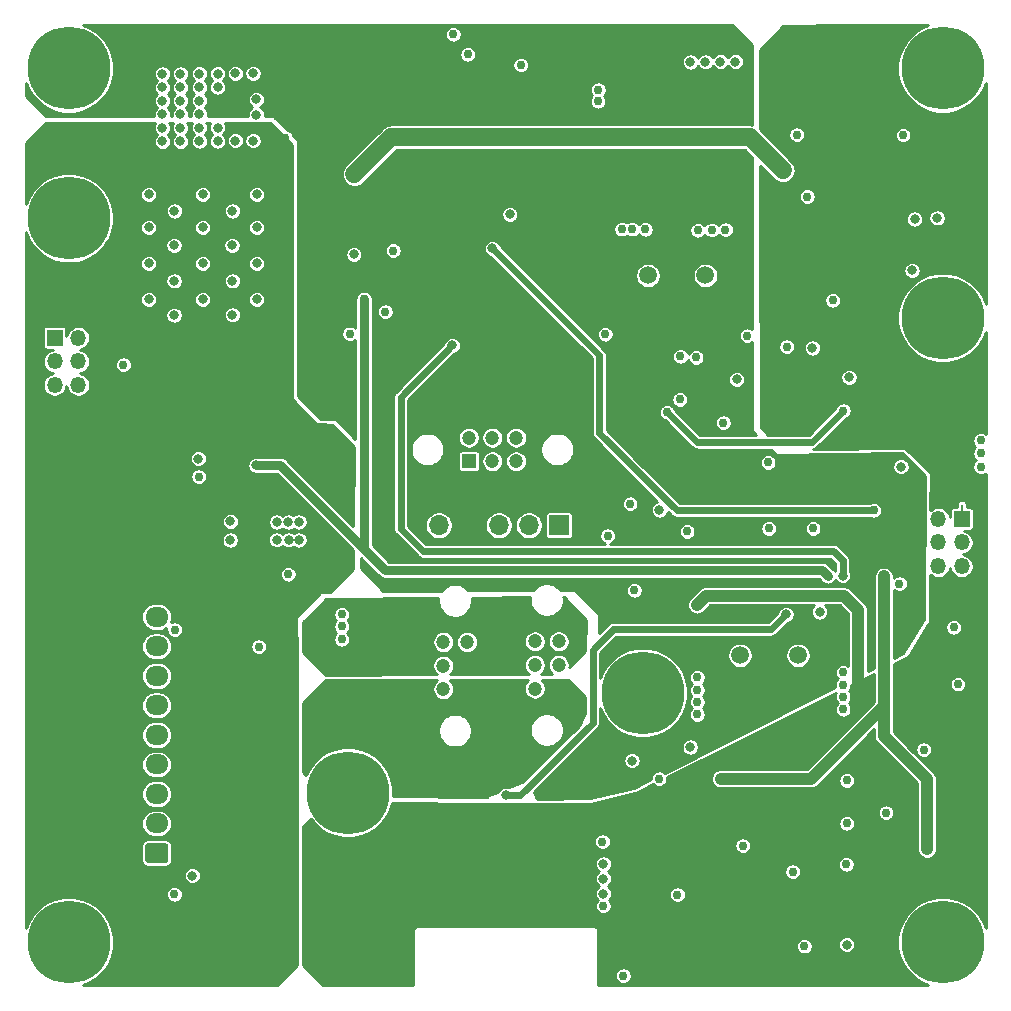
<source format=gbr>
G04 #@! TF.GenerationSoftware,KiCad,Pcbnew,(5.1.6)-1*
G04 #@! TF.CreationDate,2021-11-24T18:58:48-05:00*
G04 #@! TF.ProjectId,payload2020_papa_board,7061796c-6f61-4643-9230-32305f706170,rev?*
G04 #@! TF.SameCoordinates,Original*
G04 #@! TF.FileFunction,Copper,L3,Inr*
G04 #@! TF.FilePolarity,Positive*
%FSLAX46Y46*%
G04 Gerber Fmt 4.6, Leading zero omitted, Abs format (unit mm)*
G04 Created by KiCad (PCBNEW (5.1.6)-1) date 2021-11-24 18:58:48*
%MOMM*%
%LPD*%
G01*
G04 APERTURE LIST*
G04 #@! TA.AperFunction,ViaPad*
%ADD10O,1.950000X1.700000*%
G04 #@! TD*
G04 #@! TA.AperFunction,ViaPad*
%ADD11O,1.350000X1.350000*%
G04 #@! TD*
G04 #@! TA.AperFunction,ViaPad*
%ADD12R,1.350000X1.350000*%
G04 #@! TD*
G04 #@! TA.AperFunction,ViaPad*
%ADD13C,7.000000*%
G04 #@! TD*
G04 #@! TA.AperFunction,ViaPad*
%ADD14C,1.500000*%
G04 #@! TD*
G04 #@! TA.AperFunction,ViaPad*
%ADD15C,1.200000*%
G04 #@! TD*
G04 #@! TA.AperFunction,ViaPad*
%ADD16R,1.200000X1.200000*%
G04 #@! TD*
G04 #@! TA.AperFunction,ViaPad*
%ADD17O,1.700000X1.700000*%
G04 #@! TD*
G04 #@! TA.AperFunction,ViaPad*
%ADD18R,1.700000X1.700000*%
G04 #@! TD*
G04 #@! TA.AperFunction,ViaPad*
%ADD19C,0.762000*%
G04 #@! TD*
G04 #@! TA.AperFunction,ViaPad*
%ADD20C,0.800000*%
G04 #@! TD*
G04 #@! TA.AperFunction,Conductor*
%ADD21C,1.500000*%
G04 #@! TD*
G04 #@! TA.AperFunction,Conductor*
%ADD22C,1.000000*%
G04 #@! TD*
G04 #@! TA.AperFunction,Conductor*
%ADD23C,0.600000*%
G04 #@! TD*
G04 #@! TA.AperFunction,Conductor*
%ADD24C,0.203200*%
G04 #@! TD*
G04 #@! TA.AperFunction,Conductor*
%ADD25C,0.800000*%
G04 #@! TD*
G04 #@! TA.AperFunction,Conductor*
%ADD26C,0.254000*%
G04 #@! TD*
G04 APERTURE END LIST*
G04 #@! TA.AperFunction,ViaPad*
G36*
G01*
X114031000Y-139107200D02*
X112581000Y-139107200D01*
G75*
G02*
X112331000Y-138857200I0J250000D01*
G01*
X112331000Y-137657200D01*
G75*
G02*
X112581000Y-137407200I250000J0D01*
G01*
X114031000Y-137407200D01*
G75*
G02*
X114281000Y-137657200I0J-250000D01*
G01*
X114281000Y-138857200D01*
G75*
G02*
X114031000Y-139107200I-250000J0D01*
G01*
G37*
G04 #@! TD.AperFunction*
D10*
X113306000Y-135757200D03*
X113306000Y-133257200D03*
X113306000Y-130757200D03*
X113306000Y-128257200D03*
X113306000Y-125757200D03*
X113306000Y-123257200D03*
X113306000Y-120757200D03*
X113306000Y-118257200D03*
X113306000Y-115757200D03*
D11*
X179473000Y-113966000D03*
X179473000Y-111966000D03*
X179473000Y-109966000D03*
X181473000Y-113966000D03*
X181473000Y-111966000D03*
D12*
X181473000Y-109966000D03*
X104654600Y-94628200D03*
D11*
X104654600Y-96628200D03*
X104654600Y-98628200D03*
X106654600Y-94628200D03*
X106654600Y-96628200D03*
X106654600Y-98628200D03*
D13*
X179854000Y-145818000D03*
X179854000Y-71818000D03*
X179854000Y-92948000D03*
X105854000Y-71818000D03*
X129494000Y-133138000D03*
X154454000Y-124698000D03*
X105854000Y-145818000D03*
X105854000Y-84498000D03*
D14*
X154886000Y-89357200D03*
X159766000Y-89357200D03*
X162709200Y-121513600D03*
X167589200Y-121513600D03*
D15*
X147329400Y-122340000D03*
D16*
X147329400Y-124340000D03*
D15*
X147329400Y-120340000D03*
X145329400Y-120340000D03*
X145329400Y-122340000D03*
X145329400Y-124340000D03*
X139582400Y-122390800D03*
D16*
X139582400Y-124390800D03*
D15*
X139582400Y-120390800D03*
X137582400Y-120390800D03*
X137582400Y-122390800D03*
X137582400Y-124390800D03*
D17*
X137185400Y-110515400D03*
X139725400Y-110515400D03*
X142265400Y-110515400D03*
X144805400Y-110515400D03*
D18*
X147345400Y-110515400D03*
D15*
X141732000Y-105089200D03*
D16*
X139732000Y-105089200D03*
D15*
X143732000Y-105089200D03*
X143732000Y-103089200D03*
X141732000Y-103089200D03*
X139732000Y-103089200D03*
D19*
X180793800Y-119135400D03*
X150682100Y-73631300D03*
X183079800Y-105559100D03*
X171421200Y-124012200D03*
X171421200Y-122945400D03*
X171421200Y-126095000D03*
X171421200Y-125028200D03*
X181142640Y-123954540D03*
X170553380Y-91447620D03*
X168391840Y-82677000D03*
X167507920Y-77436980D03*
X121945400Y-120784620D03*
X144141600Y-71535800D03*
X139649200Y-70637400D03*
X132664200Y-92430600D03*
X129659380Y-94307660D03*
X114808000Y-141737080D03*
D20*
X171726000Y-146008600D03*
X177263200Y-88934800D03*
X176319180Y-105549700D03*
X153543000Y-130429000D03*
X162407600Y-98145600D03*
X117195600Y-82499200D03*
X117195600Y-88341200D03*
X117195600Y-91389200D03*
X117195600Y-85293200D03*
X112623600Y-88341200D03*
X112623600Y-91389200D03*
X114780060Y-92717620D03*
X112623600Y-85293200D03*
X114780060Y-89814400D03*
X114780060Y-86807040D03*
X121767600Y-82499200D03*
X121767600Y-85293200D03*
X119692420Y-86799420D03*
X121767600Y-88341200D03*
X119705120Y-89814400D03*
X121767600Y-91389200D03*
X119717820Y-92689680D03*
X116916200Y-77978000D03*
X119964200Y-77952600D03*
X115316000Y-78003400D03*
X113792000Y-78003400D03*
X118465600Y-77978000D03*
X121462800Y-77952600D03*
X116916200Y-76835000D03*
X115316000Y-76860400D03*
X113792000Y-76860400D03*
X118465600Y-76835000D03*
X115316000Y-75717400D03*
X113792000Y-75717400D03*
X116916200Y-75692000D03*
X115316000Y-74574400D03*
X113792000Y-74574400D03*
X116916200Y-74549000D03*
X115316000Y-73431400D03*
X113792000Y-73431400D03*
X116916200Y-73406000D03*
X118465600Y-73406000D03*
X115316000Y-72288400D03*
X119964200Y-72237600D03*
X118465600Y-72263000D03*
X113792000Y-72288400D03*
X116916200Y-72263000D03*
X121462800Y-72237600D03*
X124466760Y-111738920D03*
X123471080Y-111738920D03*
X124431200Y-110240320D03*
X123481240Y-110240320D03*
X125349000Y-111744760D03*
X116329460Y-140169900D03*
X169440000Y-117840000D03*
X116822220Y-104856280D03*
X119524780Y-111760000D03*
X119555260Y-110164880D03*
X129997200Y-87579200D03*
X143205200Y-84175600D03*
D19*
X163288980Y-94462600D03*
D20*
X112623600Y-82499200D03*
X114802920Y-83893660D03*
X119717820Y-83893660D03*
D19*
X151274780Y-94322900D03*
X138404600Y-68935600D03*
X124434800Y-114642800D03*
X176502060Y-77467460D03*
X110490000Y-96926400D03*
X154679742Y-85458517D03*
X153742800Y-116011200D03*
X159076800Y-126526800D03*
X159076800Y-125460000D03*
X159076800Y-124444000D03*
X159076800Y-123377200D03*
X165122000Y-110778800D03*
X152676000Y-85429600D03*
X153565000Y-85429600D03*
X160296000Y-85505800D03*
X159127600Y-85531200D03*
D20*
X121738800Y-75752200D03*
X121738800Y-74447400D03*
X125349000Y-110220760D03*
D19*
X114830000Y-119338600D03*
X116862000Y-106384600D03*
X167154000Y-139836400D03*
X168144600Y-146135600D03*
X162937600Y-137626600D03*
X155842150Y-131977398D03*
X152803000Y-148650200D03*
X151050400Y-137296400D03*
X171726000Y-132114800D03*
X157400400Y-141792200D03*
X171700600Y-139201400D03*
X183079800Y-104428800D03*
X183079800Y-103323900D03*
X150669400Y-74609200D03*
X151482200Y-111401100D03*
D20*
X158470600Y-129286000D03*
D19*
X166319200Y-80441800D03*
D20*
X128430020Y-103505000D03*
D19*
X128422400Y-104622600D03*
X124431200Y-137748520D03*
X130048000Y-80772000D03*
X124175520Y-77685900D03*
X128447800Y-105638600D03*
X122992800Y-77673200D03*
X116404800Y-137804400D03*
X111274000Y-108823000D03*
X111261300Y-110321600D03*
X111261300Y-111845600D03*
X113394900Y-113903000D03*
D20*
X173250000Y-92862400D03*
X180797200Y-120294400D03*
X147921980Y-143131540D03*
X162582000Y-130819400D03*
D19*
X151071580Y-135130540D03*
X169397680Y-73593960D03*
X167523160Y-71833740D03*
X171693840Y-73593960D03*
X176755200Y-100669600D03*
X159051400Y-117230400D03*
X172691200Y-124799600D03*
X162912200Y-139734800D03*
X133324600Y-87249000D03*
X174019990Y-109246810D03*
D20*
X141716760Y-87071200D03*
D19*
X178533200Y-137931400D03*
X174875600Y-114842800D03*
X161058000Y-131962400D03*
X141183360Y-133377940D03*
D20*
X161036000Y-71259700D03*
D19*
X176196400Y-115452400D03*
X161464400Y-85480400D03*
X171433900Y-100796600D03*
X156511400Y-100923600D03*
X178253800Y-129498600D03*
D20*
X168830400Y-95488000D03*
D19*
X166646000Y-95386400D03*
D20*
X171929200Y-97977200D03*
D19*
X158213200Y-111032800D03*
X171726000Y-135747000D03*
X175053400Y-134832600D03*
D20*
X159771080Y-71267320D03*
D19*
X161286600Y-101825300D03*
D20*
X155876400Y-109204000D03*
X158493460Y-71282560D03*
D19*
X153387200Y-108696000D03*
D20*
X162306000Y-71252080D03*
D19*
X158975200Y-96300800D03*
D20*
X166595200Y-118043200D03*
X142839440Y-133372860D03*
X171378880Y-114772440D03*
X138333480Y-95283020D03*
X170134280Y-114792760D03*
X121716800Y-105432860D03*
D19*
X130860800Y-91389200D03*
X157654400Y-96199200D03*
X165071200Y-105187040D03*
D20*
X179374800Y-84480400D03*
X177469800Y-84582000D03*
D19*
X168881200Y-110778800D03*
X157603600Y-99856800D03*
X128967640Y-119069360D03*
X128972720Y-120171720D03*
X128967640Y-118053360D03*
D20*
X176405540Y-120934480D03*
X145999200Y-76144120D03*
X146050000Y-84439760D03*
D19*
X147888960Y-133070600D03*
X132638800Y-98196400D03*
X146055080Y-73888600D03*
X146977100Y-74973180D03*
X146977100Y-76144120D03*
X146050000Y-87924640D03*
X133883400Y-69875400D03*
X178076000Y-108950000D03*
X177060000Y-108950000D03*
X146034760Y-74978260D03*
X126441200Y-98145600D03*
D20*
X151126600Y-141690600D03*
X151130000Y-140436600D03*
D19*
X151126600Y-142732000D03*
D20*
X151126600Y-139176000D03*
D21*
X130048000Y-80772000D02*
X133172200Y-77647800D01*
X154421840Y-77647800D02*
X133581140Y-77647800D01*
X133172200Y-77647800D02*
X133581140Y-77647800D01*
X163525200Y-77647800D02*
X166319200Y-80441800D01*
X154421840Y-77647800D02*
X163525200Y-77647800D01*
D22*
X172691200Y-117687600D02*
X171472000Y-116468400D01*
X172691200Y-124799600D02*
X172691200Y-117687600D01*
X159813400Y-116468400D02*
X159051400Y-117230400D01*
X171472000Y-116468400D02*
X159813400Y-116468400D01*
D23*
X141716760Y-87071200D02*
X150771000Y-96125440D01*
X150771000Y-96125440D02*
X150771000Y-102681280D01*
X157336530Y-109246810D02*
X174019990Y-109246810D01*
X150771000Y-102681280D02*
X157336530Y-109246810D01*
D22*
X161058000Y-131962400D02*
X167230200Y-131962400D01*
X174875600Y-114842800D02*
X174875600Y-124317000D01*
X178533200Y-137931400D02*
X178533200Y-132013200D01*
X178533200Y-132013200D02*
X174875600Y-128355600D01*
X168703400Y-131962400D02*
X174875600Y-125790200D01*
X167230200Y-131962400D02*
X168703400Y-131962400D01*
X174875600Y-128355600D02*
X174875600Y-125790200D01*
X174875600Y-125790200D02*
X174875600Y-124317000D01*
D24*
X181473000Y-109966000D02*
X181473000Y-108752900D01*
D23*
X159026000Y-103438200D02*
X156511400Y-100923600D01*
X171433900Y-100796600D02*
X168766900Y-103463600D01*
X159051400Y-103463600D02*
X159026000Y-103438200D01*
X168766900Y-103463600D02*
X159051400Y-103463600D01*
X156511400Y-100923600D02*
X156511400Y-100923600D01*
X150210520Y-121061480D02*
X151973280Y-119298720D01*
X150210520Y-124886720D02*
X150210520Y-121061480D01*
X150210520Y-124886720D02*
X150210520Y-127233680D01*
X144071340Y-133372860D02*
X150210520Y-127233680D01*
X142839440Y-133372860D02*
X144071340Y-133372860D01*
X151973280Y-119298720D02*
X165285420Y-119298720D01*
D24*
X165339680Y-119298720D02*
X165285420Y-119298720D01*
D23*
X166595200Y-118043200D02*
X165339680Y-119298720D01*
X171378880Y-114772440D02*
X171378880Y-113522760D01*
D24*
X171378880Y-113522760D02*
X171378880Y-113479680D01*
D23*
X171378880Y-113479680D02*
X170608400Y-112709200D01*
X170608400Y-112709200D02*
X135861200Y-112709200D01*
X135861200Y-112709200D02*
X133956200Y-110804200D01*
X133956200Y-99660300D02*
X138333480Y-95283020D01*
X133956200Y-110804200D02*
X133956200Y-99660300D01*
D25*
X130860800Y-96235520D02*
X130860800Y-91389200D01*
X168282620Y-114325400D02*
X166636700Y-114325400D01*
X169666920Y-114325400D02*
X170134280Y-114792760D01*
X168282620Y-114325400D02*
X169666920Y-114325400D01*
X166636700Y-114325400D02*
X132676800Y-114325400D01*
X123784260Y-105432860D02*
X121716800Y-105432860D01*
D24*
X130860800Y-112509400D02*
X131301900Y-112950500D01*
D25*
X130860800Y-96235520D02*
X130860800Y-112509400D01*
X132676800Y-114325400D02*
X131301900Y-112950500D01*
X131301900Y-112950500D02*
X123784260Y-105432860D01*
D26*
G36*
X178039720Y-68423721D02*
G01*
X177412390Y-68842889D01*
X176878889Y-69376390D01*
X176459721Y-70003720D01*
X176170992Y-70700772D01*
X176023800Y-71440758D01*
X176023800Y-72195242D01*
X176170992Y-72935228D01*
X176459721Y-73632280D01*
X176878889Y-74259610D01*
X177412390Y-74793111D01*
X178039720Y-75212279D01*
X178736772Y-75501008D01*
X179476758Y-75648200D01*
X180231242Y-75648200D01*
X180971228Y-75501008D01*
X181668280Y-75212279D01*
X182295610Y-74793111D01*
X182829111Y-74259610D01*
X183248279Y-73632280D01*
X183502000Y-73019744D01*
X183502000Y-91746256D01*
X183248279Y-91133720D01*
X182829111Y-90506390D01*
X182295610Y-89972889D01*
X181668280Y-89553721D01*
X180971228Y-89264992D01*
X180231242Y-89117800D01*
X179476758Y-89117800D01*
X178736772Y-89264992D01*
X178039720Y-89553721D01*
X177412390Y-89972889D01*
X176878889Y-90506390D01*
X176459721Y-91133720D01*
X176170992Y-91830772D01*
X176023800Y-92570758D01*
X176023800Y-93325242D01*
X176170992Y-94065228D01*
X176459721Y-94762280D01*
X176878889Y-95389610D01*
X177412390Y-95923111D01*
X178039720Y-96342279D01*
X178736772Y-96631008D01*
X179476758Y-96778200D01*
X180231242Y-96778200D01*
X180971228Y-96631008D01*
X181668280Y-96342279D01*
X182295610Y-95923111D01*
X182829111Y-95389610D01*
X183248279Y-94762280D01*
X183502000Y-94149744D01*
X183502000Y-102750653D01*
X183416679Y-102693643D01*
X183287249Y-102640031D01*
X183149847Y-102612700D01*
X183009753Y-102612700D01*
X182872351Y-102640031D01*
X182742921Y-102693643D01*
X182626437Y-102771475D01*
X182527375Y-102870537D01*
X182449543Y-102987021D01*
X182395931Y-103116451D01*
X182368600Y-103253853D01*
X182368600Y-103393947D01*
X182395931Y-103531349D01*
X182449543Y-103660779D01*
X182527375Y-103777263D01*
X182626437Y-103876325D01*
X182626474Y-103876350D01*
X182626437Y-103876375D01*
X182527375Y-103975437D01*
X182449543Y-104091921D01*
X182395931Y-104221351D01*
X182368600Y-104358753D01*
X182368600Y-104498847D01*
X182395931Y-104636249D01*
X182449543Y-104765679D01*
X182527375Y-104882163D01*
X182626437Y-104981225D01*
X182645481Y-104993950D01*
X182626437Y-105006675D01*
X182527375Y-105105737D01*
X182449543Y-105222221D01*
X182395931Y-105351651D01*
X182368600Y-105489053D01*
X182368600Y-105629147D01*
X182395931Y-105766549D01*
X182449543Y-105895979D01*
X182527375Y-106012463D01*
X182626437Y-106111525D01*
X182742921Y-106189357D01*
X182872351Y-106242969D01*
X183009753Y-106270300D01*
X183149847Y-106270300D01*
X183287249Y-106242969D01*
X183416679Y-106189357D01*
X183502000Y-106132347D01*
X183502001Y-144616258D01*
X183248279Y-144003720D01*
X182829111Y-143376390D01*
X182295610Y-142842889D01*
X181668280Y-142423721D01*
X180971228Y-142134992D01*
X180231242Y-141987800D01*
X179476758Y-141987800D01*
X178736772Y-142134992D01*
X178039720Y-142423721D01*
X177412390Y-142842889D01*
X176878889Y-143376390D01*
X176459721Y-144003720D01*
X176170992Y-144700772D01*
X176023800Y-145440758D01*
X176023800Y-146195242D01*
X176170992Y-146935228D01*
X176459721Y-147632280D01*
X176878889Y-148259610D01*
X177412390Y-148793111D01*
X178039720Y-149212279D01*
X178652255Y-149466000D01*
X150706000Y-149466000D01*
X150706000Y-148580153D01*
X152091800Y-148580153D01*
X152091800Y-148720247D01*
X152119131Y-148857649D01*
X152172743Y-148987079D01*
X152250575Y-149103563D01*
X152349637Y-149202625D01*
X152466121Y-149280457D01*
X152595551Y-149334069D01*
X152732953Y-149361400D01*
X152873047Y-149361400D01*
X153010449Y-149334069D01*
X153139879Y-149280457D01*
X153256363Y-149202625D01*
X153355425Y-149103563D01*
X153433257Y-148987079D01*
X153486869Y-148857649D01*
X153514200Y-148720247D01*
X153514200Y-148580153D01*
X153486869Y-148442751D01*
X153433257Y-148313321D01*
X153355425Y-148196837D01*
X153256363Y-148097775D01*
X153139879Y-148019943D01*
X153010449Y-147966331D01*
X152873047Y-147939000D01*
X152732953Y-147939000D01*
X152595551Y-147966331D01*
X152466121Y-148019943D01*
X152349637Y-148097775D01*
X152250575Y-148196837D01*
X152172743Y-148313321D01*
X152119131Y-148442751D01*
X152091800Y-148580153D01*
X150706000Y-148580153D01*
X150706000Y-146065553D01*
X167433400Y-146065553D01*
X167433400Y-146205647D01*
X167460731Y-146343049D01*
X167514343Y-146472479D01*
X167592175Y-146588963D01*
X167691237Y-146688025D01*
X167807721Y-146765857D01*
X167937151Y-146819469D01*
X168074553Y-146846800D01*
X168214647Y-146846800D01*
X168352049Y-146819469D01*
X168481479Y-146765857D01*
X168597963Y-146688025D01*
X168697025Y-146588963D01*
X168774857Y-146472479D01*
X168828469Y-146343049D01*
X168855800Y-146205647D01*
X168855800Y-146065553D01*
X168830166Y-145936682D01*
X170995800Y-145936682D01*
X170995800Y-146080518D01*
X171023861Y-146221591D01*
X171078905Y-146354479D01*
X171158817Y-146474075D01*
X171260525Y-146575783D01*
X171380121Y-146655695D01*
X171513009Y-146710739D01*
X171654082Y-146738800D01*
X171797918Y-146738800D01*
X171938991Y-146710739D01*
X172071879Y-146655695D01*
X172191475Y-146575783D01*
X172293183Y-146474075D01*
X172373095Y-146354479D01*
X172428139Y-146221591D01*
X172456200Y-146080518D01*
X172456200Y-145936682D01*
X172428139Y-145795609D01*
X172373095Y-145662721D01*
X172293183Y-145543125D01*
X172191475Y-145441417D01*
X172071879Y-145361505D01*
X171938991Y-145306461D01*
X171797918Y-145278400D01*
X171654082Y-145278400D01*
X171513009Y-145306461D01*
X171380121Y-145361505D01*
X171260525Y-145441417D01*
X171158817Y-145543125D01*
X171078905Y-145662721D01*
X171023861Y-145795609D01*
X170995800Y-145936682D01*
X168830166Y-145936682D01*
X168828469Y-145928151D01*
X168774857Y-145798721D01*
X168697025Y-145682237D01*
X168597963Y-145583175D01*
X168481479Y-145505343D01*
X168352049Y-145451731D01*
X168214647Y-145424400D01*
X168074553Y-145424400D01*
X167937151Y-145451731D01*
X167807721Y-145505343D01*
X167691237Y-145583175D01*
X167592175Y-145682237D01*
X167514343Y-145798721D01*
X167460731Y-145928151D01*
X167433400Y-146065553D01*
X150706000Y-146065553D01*
X150706000Y-144835292D01*
X150707703Y-144818000D01*
X150700907Y-144748996D01*
X150680779Y-144682644D01*
X150648093Y-144621493D01*
X150604106Y-144567894D01*
X150550507Y-144523907D01*
X150489356Y-144491221D01*
X150423004Y-144471093D01*
X150371292Y-144466000D01*
X150371291Y-144466000D01*
X150354000Y-144464297D01*
X150336708Y-144466000D01*
X135371291Y-144466000D01*
X135354000Y-144464297D01*
X135336708Y-144466000D01*
X135284996Y-144471093D01*
X135218644Y-144491221D01*
X135157493Y-144523907D01*
X135103894Y-144567894D01*
X135059907Y-144621493D01*
X135027221Y-144682644D01*
X135007093Y-144748996D01*
X135000297Y-144818000D01*
X135002000Y-144835292D01*
X135002001Y-149466000D01*
X127427266Y-149466000D01*
X125726600Y-147765980D01*
X125726600Y-139104082D01*
X150396400Y-139104082D01*
X150396400Y-139247918D01*
X150424461Y-139388991D01*
X150479505Y-139521879D01*
X150559417Y-139641475D01*
X150661125Y-139743183D01*
X150757286Y-139807436D01*
X150664525Y-139869417D01*
X150562817Y-139971125D01*
X150482905Y-140090721D01*
X150427861Y-140223609D01*
X150399800Y-140364682D01*
X150399800Y-140508518D01*
X150427861Y-140649591D01*
X150482905Y-140782479D01*
X150562817Y-140902075D01*
X150664525Y-141003783D01*
X150752347Y-141062464D01*
X150661125Y-141123417D01*
X150559417Y-141225125D01*
X150479505Y-141344721D01*
X150424461Y-141477609D01*
X150396400Y-141618682D01*
X150396400Y-141762518D01*
X150424461Y-141903591D01*
X150479505Y-142036479D01*
X150559417Y-142156075D01*
X150628077Y-142224735D01*
X150574175Y-142278637D01*
X150496343Y-142395121D01*
X150442731Y-142524551D01*
X150415400Y-142661953D01*
X150415400Y-142802047D01*
X150442731Y-142939449D01*
X150496343Y-143068879D01*
X150574175Y-143185363D01*
X150673237Y-143284425D01*
X150789721Y-143362257D01*
X150919151Y-143415869D01*
X151056553Y-143443200D01*
X151196647Y-143443200D01*
X151334049Y-143415869D01*
X151463479Y-143362257D01*
X151579963Y-143284425D01*
X151679025Y-143185363D01*
X151756857Y-143068879D01*
X151810469Y-142939449D01*
X151837800Y-142802047D01*
X151837800Y-142661953D01*
X151810469Y-142524551D01*
X151756857Y-142395121D01*
X151679025Y-142278637D01*
X151625123Y-142224735D01*
X151693783Y-142156075D01*
X151773695Y-142036479D01*
X151828739Y-141903591D01*
X151856800Y-141762518D01*
X151856800Y-141722153D01*
X156689200Y-141722153D01*
X156689200Y-141862247D01*
X156716531Y-141999649D01*
X156770143Y-142129079D01*
X156847975Y-142245563D01*
X156947037Y-142344625D01*
X157063521Y-142422457D01*
X157192951Y-142476069D01*
X157330353Y-142503400D01*
X157470447Y-142503400D01*
X157607849Y-142476069D01*
X157737279Y-142422457D01*
X157853763Y-142344625D01*
X157952825Y-142245563D01*
X158030657Y-142129079D01*
X158084269Y-141999649D01*
X158111600Y-141862247D01*
X158111600Y-141722153D01*
X158084269Y-141584751D01*
X158030657Y-141455321D01*
X157952825Y-141338837D01*
X157853763Y-141239775D01*
X157737279Y-141161943D01*
X157607849Y-141108331D01*
X157470447Y-141081000D01*
X157330353Y-141081000D01*
X157192951Y-141108331D01*
X157063521Y-141161943D01*
X156947037Y-141239775D01*
X156847975Y-141338837D01*
X156770143Y-141455321D01*
X156716531Y-141584751D01*
X156689200Y-141722153D01*
X151856800Y-141722153D01*
X151856800Y-141618682D01*
X151828739Y-141477609D01*
X151773695Y-141344721D01*
X151693783Y-141225125D01*
X151592075Y-141123417D01*
X151504253Y-141064736D01*
X151595475Y-141003783D01*
X151697183Y-140902075D01*
X151777095Y-140782479D01*
X151832139Y-140649591D01*
X151860200Y-140508518D01*
X151860200Y-140364682D01*
X151832139Y-140223609D01*
X151777095Y-140090721D01*
X151697183Y-139971125D01*
X151595475Y-139869417D01*
X151499314Y-139805164D01*
X151557398Y-139766353D01*
X166442800Y-139766353D01*
X166442800Y-139906447D01*
X166470131Y-140043849D01*
X166523743Y-140173279D01*
X166601575Y-140289763D01*
X166700637Y-140388825D01*
X166817121Y-140466657D01*
X166946551Y-140520269D01*
X167083953Y-140547600D01*
X167224047Y-140547600D01*
X167361449Y-140520269D01*
X167490879Y-140466657D01*
X167607363Y-140388825D01*
X167706425Y-140289763D01*
X167784257Y-140173279D01*
X167837869Y-140043849D01*
X167865200Y-139906447D01*
X167865200Y-139766353D01*
X167837869Y-139628951D01*
X167784257Y-139499521D01*
X167706425Y-139383037D01*
X167607363Y-139283975D01*
X167490879Y-139206143D01*
X167361449Y-139152531D01*
X167254981Y-139131353D01*
X170989400Y-139131353D01*
X170989400Y-139271447D01*
X171016731Y-139408849D01*
X171070343Y-139538279D01*
X171148175Y-139654763D01*
X171247237Y-139753825D01*
X171363721Y-139831657D01*
X171493151Y-139885269D01*
X171630553Y-139912600D01*
X171770647Y-139912600D01*
X171908049Y-139885269D01*
X172037479Y-139831657D01*
X172153963Y-139753825D01*
X172253025Y-139654763D01*
X172330857Y-139538279D01*
X172384469Y-139408849D01*
X172411800Y-139271447D01*
X172411800Y-139131353D01*
X172384469Y-138993951D01*
X172330857Y-138864521D01*
X172253025Y-138748037D01*
X172153963Y-138648975D01*
X172037479Y-138571143D01*
X171908049Y-138517531D01*
X171770647Y-138490200D01*
X171630553Y-138490200D01*
X171493151Y-138517531D01*
X171363721Y-138571143D01*
X171247237Y-138648975D01*
X171148175Y-138748037D01*
X171070343Y-138864521D01*
X171016731Y-138993951D01*
X170989400Y-139131353D01*
X167254981Y-139131353D01*
X167224047Y-139125200D01*
X167083953Y-139125200D01*
X166946551Y-139152531D01*
X166817121Y-139206143D01*
X166700637Y-139283975D01*
X166601575Y-139383037D01*
X166523743Y-139499521D01*
X166470131Y-139628951D01*
X166442800Y-139766353D01*
X151557398Y-139766353D01*
X151592075Y-139743183D01*
X151693783Y-139641475D01*
X151773695Y-139521879D01*
X151828739Y-139388991D01*
X151856800Y-139247918D01*
X151856800Y-139104082D01*
X151828739Y-138963009D01*
X151773695Y-138830121D01*
X151693783Y-138710525D01*
X151592075Y-138608817D01*
X151472479Y-138528905D01*
X151339591Y-138473861D01*
X151198518Y-138445800D01*
X151054682Y-138445800D01*
X150913609Y-138473861D01*
X150780721Y-138528905D01*
X150661125Y-138608817D01*
X150559417Y-138710525D01*
X150479505Y-138830121D01*
X150424461Y-138963009D01*
X150396400Y-139104082D01*
X125726600Y-139104082D01*
X125726600Y-137226353D01*
X150339200Y-137226353D01*
X150339200Y-137366447D01*
X150366531Y-137503849D01*
X150420143Y-137633279D01*
X150497975Y-137749763D01*
X150597037Y-137848825D01*
X150713521Y-137926657D01*
X150842951Y-137980269D01*
X150980353Y-138007600D01*
X151120447Y-138007600D01*
X151257849Y-137980269D01*
X151387279Y-137926657D01*
X151503763Y-137848825D01*
X151602825Y-137749763D01*
X151680657Y-137633279D01*
X151712438Y-137556553D01*
X162226400Y-137556553D01*
X162226400Y-137696647D01*
X162253731Y-137834049D01*
X162307343Y-137963479D01*
X162385175Y-138079963D01*
X162484237Y-138179025D01*
X162600721Y-138256857D01*
X162730151Y-138310469D01*
X162867553Y-138337800D01*
X163007647Y-138337800D01*
X163145049Y-138310469D01*
X163274479Y-138256857D01*
X163390963Y-138179025D01*
X163490025Y-138079963D01*
X163567857Y-137963479D01*
X163621469Y-137834049D01*
X163648800Y-137696647D01*
X163648800Y-137556553D01*
X163621469Y-137419151D01*
X163567857Y-137289721D01*
X163490025Y-137173237D01*
X163390963Y-137074175D01*
X163274479Y-136996343D01*
X163145049Y-136942731D01*
X163007647Y-136915400D01*
X162867553Y-136915400D01*
X162730151Y-136942731D01*
X162600721Y-136996343D01*
X162484237Y-137074175D01*
X162385175Y-137173237D01*
X162307343Y-137289721D01*
X162253731Y-137419151D01*
X162226400Y-137556553D01*
X151712438Y-137556553D01*
X151734269Y-137503849D01*
X151761600Y-137366447D01*
X151761600Y-137226353D01*
X151734269Y-137088951D01*
X151680657Y-136959521D01*
X151602825Y-136843037D01*
X151503763Y-136743975D01*
X151387279Y-136666143D01*
X151257849Y-136612531D01*
X151120447Y-136585200D01*
X150980353Y-136585200D01*
X150842951Y-136612531D01*
X150713521Y-136666143D01*
X150597037Y-136743975D01*
X150497975Y-136843037D01*
X150420143Y-136959521D01*
X150366531Y-137088951D01*
X150339200Y-137226353D01*
X125726600Y-137226353D01*
X125726600Y-135970877D01*
X126358751Y-135339946D01*
X126518889Y-135579610D01*
X127052390Y-136113111D01*
X127679720Y-136532279D01*
X128376772Y-136821008D01*
X129116758Y-136968200D01*
X129871242Y-136968200D01*
X130611228Y-136821008D01*
X131308280Y-136532279D01*
X131935610Y-136113111D01*
X132371768Y-135676953D01*
X171014800Y-135676953D01*
X171014800Y-135817047D01*
X171042131Y-135954449D01*
X171095743Y-136083879D01*
X171173575Y-136200363D01*
X171272637Y-136299425D01*
X171389121Y-136377257D01*
X171518551Y-136430869D01*
X171655953Y-136458200D01*
X171796047Y-136458200D01*
X171933449Y-136430869D01*
X172062879Y-136377257D01*
X172179363Y-136299425D01*
X172278425Y-136200363D01*
X172356257Y-136083879D01*
X172409869Y-135954449D01*
X172437200Y-135817047D01*
X172437200Y-135676953D01*
X172409869Y-135539551D01*
X172356257Y-135410121D01*
X172278425Y-135293637D01*
X172179363Y-135194575D01*
X172062879Y-135116743D01*
X171933449Y-135063131D01*
X171796047Y-135035800D01*
X171655953Y-135035800D01*
X171518551Y-135063131D01*
X171389121Y-135116743D01*
X171272637Y-135194575D01*
X171173575Y-135293637D01*
X171095743Y-135410121D01*
X171042131Y-135539551D01*
X171014800Y-135676953D01*
X132371768Y-135676953D01*
X132469111Y-135579610D01*
X132888279Y-134952280D01*
X132966866Y-134762553D01*
X174342200Y-134762553D01*
X174342200Y-134902647D01*
X174369531Y-135040049D01*
X174423143Y-135169479D01*
X174500975Y-135285963D01*
X174600037Y-135385025D01*
X174716521Y-135462857D01*
X174845951Y-135516469D01*
X174983353Y-135543800D01*
X175123447Y-135543800D01*
X175260849Y-135516469D01*
X175390279Y-135462857D01*
X175506763Y-135385025D01*
X175605825Y-135285963D01*
X175683657Y-135169479D01*
X175737269Y-135040049D01*
X175764600Y-134902647D01*
X175764600Y-134762553D01*
X175737269Y-134625151D01*
X175683657Y-134495721D01*
X175605825Y-134379237D01*
X175506763Y-134280175D01*
X175390279Y-134202343D01*
X175260849Y-134148731D01*
X175123447Y-134121400D01*
X174983353Y-134121400D01*
X174845951Y-134148731D01*
X174716521Y-134202343D01*
X174600037Y-134280175D01*
X174500975Y-134379237D01*
X174423143Y-134495721D01*
X174369531Y-134625151D01*
X174342200Y-134762553D01*
X132966866Y-134762553D01*
X133177008Y-134255228D01*
X133215860Y-134059904D01*
X141042291Y-134075013D01*
X141113313Y-134089140D01*
X141253407Y-134089140D01*
X141321718Y-134075552D01*
X142642044Y-134078101D01*
X142767522Y-134103060D01*
X142911358Y-134103060D01*
X143033041Y-134078856D01*
X145244771Y-134083126D01*
X145254520Y-134088283D01*
X145316543Y-134106810D01*
X145380988Y-134112880D01*
X149975824Y-134093314D01*
X150051120Y-134084285D01*
X153839098Y-133179626D01*
X153910349Y-133153656D01*
X155310743Y-132451779D01*
X155388787Y-132529823D01*
X155505271Y-132607655D01*
X155634701Y-132661267D01*
X155772103Y-132688598D01*
X155912197Y-132688598D01*
X156049599Y-132661267D01*
X156179029Y-132607655D01*
X156295513Y-132529823D01*
X156394575Y-132430761D01*
X156472407Y-132314277D01*
X156526019Y-132184847D01*
X156553350Y-132047445D01*
X156553350Y-131907351D01*
X156539175Y-131836090D01*
X164913879Y-127638694D01*
X170779779Y-124718272D01*
X170737331Y-124820751D01*
X170710000Y-124958153D01*
X170710000Y-125098247D01*
X170737331Y-125235649D01*
X170790943Y-125365079D01*
X170868775Y-125481563D01*
X170948812Y-125561600D01*
X170868775Y-125641637D01*
X170790943Y-125758121D01*
X170737331Y-125887551D01*
X170710000Y-126024953D01*
X170710000Y-126165047D01*
X170737331Y-126302449D01*
X170790943Y-126431879D01*
X170868775Y-126548363D01*
X170967837Y-126647425D01*
X171084321Y-126725257D01*
X171213751Y-126778869D01*
X171351153Y-126806200D01*
X171491247Y-126806200D01*
X171628649Y-126778869D01*
X171758079Y-126725257D01*
X171874563Y-126647425D01*
X171973625Y-126548363D01*
X172051457Y-126431879D01*
X172105069Y-126302449D01*
X172132400Y-126165047D01*
X172132400Y-126024953D01*
X172105069Y-125887551D01*
X172051457Y-125758121D01*
X171973625Y-125641637D01*
X171893588Y-125561600D01*
X171973625Y-125481563D01*
X172051457Y-125365079D01*
X172105069Y-125235649D01*
X172132400Y-125098247D01*
X172132400Y-124958153D01*
X172105069Y-124820751D01*
X172051457Y-124691321D01*
X171973625Y-124574837D01*
X171918988Y-124520200D01*
X171973625Y-124465563D01*
X172051457Y-124349079D01*
X172105069Y-124219649D01*
X172132400Y-124082247D01*
X172132400Y-124044850D01*
X174045401Y-123092436D01*
X174045401Y-124276224D01*
X174045400Y-125446319D01*
X168359520Y-131132200D01*
X161017224Y-131132200D01*
X160895253Y-131144213D01*
X160738759Y-131191685D01*
X160594534Y-131268775D01*
X160468120Y-131372520D01*
X160364375Y-131498934D01*
X160287285Y-131643159D01*
X160239813Y-131799653D01*
X160223784Y-131962400D01*
X160239813Y-132125147D01*
X160287285Y-132281641D01*
X160364375Y-132425866D01*
X160468120Y-132552280D01*
X160594534Y-132656025D01*
X160738759Y-132733115D01*
X160895253Y-132780587D01*
X161017224Y-132792600D01*
X168662627Y-132792600D01*
X168703400Y-132796616D01*
X168744173Y-132792600D01*
X168744176Y-132792600D01*
X168866147Y-132780587D01*
X169022641Y-132733115D01*
X169166866Y-132656025D01*
X169293280Y-132552280D01*
X169319275Y-132520605D01*
X169795127Y-132044753D01*
X171014800Y-132044753D01*
X171014800Y-132184847D01*
X171042131Y-132322249D01*
X171095743Y-132451679D01*
X171173575Y-132568163D01*
X171272637Y-132667225D01*
X171389121Y-132745057D01*
X171518551Y-132798669D01*
X171655953Y-132826000D01*
X171796047Y-132826000D01*
X171933449Y-132798669D01*
X172062879Y-132745057D01*
X172179363Y-132667225D01*
X172278425Y-132568163D01*
X172356257Y-132451679D01*
X172409869Y-132322249D01*
X172437200Y-132184847D01*
X172437200Y-132044753D01*
X172409869Y-131907351D01*
X172356257Y-131777921D01*
X172278425Y-131661437D01*
X172179363Y-131562375D01*
X172062879Y-131484543D01*
X171933449Y-131430931D01*
X171796047Y-131403600D01*
X171655953Y-131403600D01*
X171518551Y-131430931D01*
X171389121Y-131484543D01*
X171272637Y-131562375D01*
X171173575Y-131661437D01*
X171095743Y-131777921D01*
X171042131Y-131907351D01*
X171014800Y-132044753D01*
X169795127Y-132044753D01*
X174045400Y-127794481D01*
X174045400Y-128314827D01*
X174041384Y-128355600D01*
X174045400Y-128396373D01*
X174045400Y-128396375D01*
X174057413Y-128518346D01*
X174077287Y-128583861D01*
X174104885Y-128674840D01*
X174181975Y-128819066D01*
X174222416Y-128868343D01*
X174285720Y-128945480D01*
X174317395Y-128971475D01*
X177703001Y-132357081D01*
X177703000Y-137972175D01*
X177715013Y-138094146D01*
X177762485Y-138250640D01*
X177839575Y-138394865D01*
X177943320Y-138521280D01*
X178069734Y-138625025D01*
X178213959Y-138702115D01*
X178370453Y-138749587D01*
X178533200Y-138765616D01*
X178695946Y-138749587D01*
X178852440Y-138702115D01*
X178996665Y-138625025D01*
X179123080Y-138521280D01*
X179226825Y-138394866D01*
X179303915Y-138250641D01*
X179351387Y-138094147D01*
X179363400Y-137972176D01*
X179363400Y-132053976D01*
X179367416Y-132013200D01*
X179351387Y-131850453D01*
X179335977Y-131799653D01*
X179303915Y-131693959D01*
X179226825Y-131549734D01*
X179123080Y-131423320D01*
X179091405Y-131397325D01*
X177122633Y-129428553D01*
X177542600Y-129428553D01*
X177542600Y-129568647D01*
X177569931Y-129706049D01*
X177623543Y-129835479D01*
X177701375Y-129951963D01*
X177800437Y-130051025D01*
X177916921Y-130128857D01*
X178046351Y-130182469D01*
X178183753Y-130209800D01*
X178323847Y-130209800D01*
X178461249Y-130182469D01*
X178590679Y-130128857D01*
X178707163Y-130051025D01*
X178806225Y-129951963D01*
X178884057Y-129835479D01*
X178937669Y-129706049D01*
X178965000Y-129568647D01*
X178965000Y-129428553D01*
X178937669Y-129291151D01*
X178884057Y-129161721D01*
X178806225Y-129045237D01*
X178707163Y-128946175D01*
X178590679Y-128868343D01*
X178461249Y-128814731D01*
X178323847Y-128787400D01*
X178183753Y-128787400D01*
X178046351Y-128814731D01*
X177916921Y-128868343D01*
X177800437Y-128946175D01*
X177701375Y-129045237D01*
X177623543Y-129161721D01*
X177569931Y-129291151D01*
X177542600Y-129428553D01*
X177122633Y-129428553D01*
X175705800Y-128011720D01*
X175705800Y-125830973D01*
X175709816Y-125790200D01*
X175705800Y-125749424D01*
X175705800Y-123884493D01*
X180431440Y-123884493D01*
X180431440Y-124024587D01*
X180458771Y-124161989D01*
X180512383Y-124291419D01*
X180590215Y-124407903D01*
X180689277Y-124506965D01*
X180805761Y-124584797D01*
X180935191Y-124638409D01*
X181072593Y-124665740D01*
X181212687Y-124665740D01*
X181350089Y-124638409D01*
X181479519Y-124584797D01*
X181596003Y-124506965D01*
X181695065Y-124407903D01*
X181772897Y-124291419D01*
X181826509Y-124161989D01*
X181853840Y-124024587D01*
X181853840Y-123884493D01*
X181826509Y-123747091D01*
X181772897Y-123617661D01*
X181695065Y-123501177D01*
X181596003Y-123402115D01*
X181479519Y-123324283D01*
X181350089Y-123270671D01*
X181212687Y-123243340D01*
X181072593Y-123243340D01*
X180935191Y-123270671D01*
X180805761Y-123324283D01*
X180689277Y-123402115D01*
X180590215Y-123501177D01*
X180512383Y-123617661D01*
X180458771Y-123747091D01*
X180431440Y-123884493D01*
X175705800Y-123884493D01*
X175705800Y-122265782D01*
X176939121Y-121651756D01*
X176960213Y-121638529D01*
X176978319Y-121621442D01*
X176990443Y-121605010D01*
X178565738Y-119065353D01*
X180082600Y-119065353D01*
X180082600Y-119205447D01*
X180109931Y-119342849D01*
X180163543Y-119472279D01*
X180241375Y-119588763D01*
X180340437Y-119687825D01*
X180456921Y-119765657D01*
X180586351Y-119819269D01*
X180723753Y-119846600D01*
X180863847Y-119846600D01*
X181001249Y-119819269D01*
X181130679Y-119765657D01*
X181247163Y-119687825D01*
X181346225Y-119588763D01*
X181424057Y-119472279D01*
X181477669Y-119342849D01*
X181505000Y-119205447D01*
X181505000Y-119065353D01*
X181477669Y-118927951D01*
X181424057Y-118798521D01*
X181346225Y-118682037D01*
X181247163Y-118582975D01*
X181130679Y-118505143D01*
X181001249Y-118451531D01*
X180863847Y-118424200D01*
X180723753Y-118424200D01*
X180586351Y-118451531D01*
X180456921Y-118505143D01*
X180340437Y-118582975D01*
X180241375Y-118682037D01*
X180163543Y-118798521D01*
X180109931Y-118927951D01*
X180082600Y-119065353D01*
X178565738Y-119065353D01*
X178783896Y-118713645D01*
X178794882Y-118691304D01*
X178801299Y-118667249D01*
X178802972Y-118646897D01*
X178808999Y-114723567D01*
X178832222Y-114746790D01*
X178996859Y-114856797D01*
X179179794Y-114932571D01*
X179373996Y-114971200D01*
X179572004Y-114971200D01*
X179766206Y-114932571D01*
X179949141Y-114856797D01*
X180113778Y-114746790D01*
X180253790Y-114606778D01*
X180363797Y-114442141D01*
X180439571Y-114259206D01*
X180473000Y-114091146D01*
X180506429Y-114259206D01*
X180582203Y-114442141D01*
X180692210Y-114606778D01*
X180832222Y-114746790D01*
X180996859Y-114856797D01*
X181179794Y-114932571D01*
X181373996Y-114971200D01*
X181572004Y-114971200D01*
X181766206Y-114932571D01*
X181949141Y-114856797D01*
X182113778Y-114746790D01*
X182253790Y-114606778D01*
X182363797Y-114442141D01*
X182439571Y-114259206D01*
X182478200Y-114065004D01*
X182478200Y-113866996D01*
X182439571Y-113672794D01*
X182363797Y-113489859D01*
X182253790Y-113325222D01*
X182113778Y-113185210D01*
X181949141Y-113075203D01*
X181766206Y-112999429D01*
X181598146Y-112966000D01*
X181766206Y-112932571D01*
X181949141Y-112856797D01*
X182113778Y-112746790D01*
X182253790Y-112606778D01*
X182363797Y-112442141D01*
X182439571Y-112259206D01*
X182478200Y-112065004D01*
X182478200Y-111866996D01*
X182439571Y-111672794D01*
X182363797Y-111489859D01*
X182253790Y-111325222D01*
X182113778Y-111185210D01*
X181949141Y-111075203D01*
X181766206Y-110999429D01*
X181632317Y-110972797D01*
X182148000Y-110972797D01*
X182212730Y-110966422D01*
X182274973Y-110947540D01*
X182332337Y-110916879D01*
X182382616Y-110875616D01*
X182423879Y-110825337D01*
X182454540Y-110767973D01*
X182473422Y-110705730D01*
X182479797Y-110641000D01*
X182479797Y-109291000D01*
X182473422Y-109226270D01*
X182454540Y-109164027D01*
X182423879Y-109106663D01*
X182382616Y-109056384D01*
X182332337Y-109015121D01*
X182274973Y-108984460D01*
X182212730Y-108965578D01*
X182148000Y-108959203D01*
X181904800Y-108959203D01*
X181904800Y-108731690D01*
X181898552Y-108668252D01*
X181873861Y-108586858D01*
X181833766Y-108511844D01*
X181779806Y-108446094D01*
X181714056Y-108392134D01*
X181639042Y-108352039D01*
X181557648Y-108327348D01*
X181473000Y-108319011D01*
X181388353Y-108327348D01*
X181306959Y-108352039D01*
X181231945Y-108392134D01*
X181166195Y-108446094D01*
X181112235Y-108511844D01*
X181072140Y-108586858D01*
X181047449Y-108668252D01*
X181041201Y-108731690D01*
X181041201Y-108959203D01*
X180798000Y-108959203D01*
X180733270Y-108965578D01*
X180671027Y-108984460D01*
X180613663Y-109015121D01*
X180563384Y-109056384D01*
X180522121Y-109106663D01*
X180491460Y-109164027D01*
X180472578Y-109226270D01*
X180466203Y-109291000D01*
X180466203Y-109806683D01*
X180439571Y-109672794D01*
X180363797Y-109489859D01*
X180253790Y-109325222D01*
X180113778Y-109185210D01*
X179949141Y-109075203D01*
X179766206Y-108999429D01*
X179572004Y-108960800D01*
X179373996Y-108960800D01*
X179179794Y-108999429D01*
X178996859Y-109075203D01*
X178832222Y-109185210D01*
X178817484Y-109199948D01*
X178822228Y-106111493D01*
X178819826Y-106086713D01*
X178812635Y-106062877D01*
X178800933Y-106040903D01*
X178784630Y-106021097D01*
X176787811Y-104041973D01*
X176768496Y-104026264D01*
X176746487Y-104014626D01*
X176722631Y-104007505D01*
X176697084Y-104005181D01*
X176633406Y-104005846D01*
X176578471Y-103977666D01*
X176516219Y-103959926D01*
X176451702Y-103954671D01*
X168897831Y-104082439D01*
X169009234Y-104048646D01*
X169118714Y-103990127D01*
X169214675Y-103911375D01*
X169234417Y-103887319D01*
X171641249Y-101480489D01*
X171641349Y-101480469D01*
X171770779Y-101426857D01*
X171887263Y-101349025D01*
X171986325Y-101249963D01*
X172064157Y-101133479D01*
X172117769Y-101004049D01*
X172145100Y-100866647D01*
X172145100Y-100726553D01*
X172117769Y-100589151D01*
X172064157Y-100459721D01*
X171986325Y-100343237D01*
X171887263Y-100244175D01*
X171770779Y-100166343D01*
X171641349Y-100112731D01*
X171503947Y-100085400D01*
X171363853Y-100085400D01*
X171226451Y-100112731D01*
X171097021Y-100166343D01*
X170980537Y-100244175D01*
X170881475Y-100343237D01*
X170803643Y-100459721D01*
X170750031Y-100589151D01*
X170750011Y-100589251D01*
X168505864Y-102833400D01*
X165076644Y-102833400D01*
X164443895Y-102208234D01*
X164436928Y-97905282D01*
X171199000Y-97905282D01*
X171199000Y-98049118D01*
X171227061Y-98190191D01*
X171282105Y-98323079D01*
X171362017Y-98442675D01*
X171463725Y-98544383D01*
X171583321Y-98624295D01*
X171716209Y-98679339D01*
X171857282Y-98707400D01*
X172001118Y-98707400D01*
X172142191Y-98679339D01*
X172275079Y-98624295D01*
X172394675Y-98544383D01*
X172496383Y-98442675D01*
X172576295Y-98323079D01*
X172631339Y-98190191D01*
X172659400Y-98049118D01*
X172659400Y-97905282D01*
X172631339Y-97764209D01*
X172576295Y-97631321D01*
X172496383Y-97511725D01*
X172394675Y-97410017D01*
X172275079Y-97330105D01*
X172142191Y-97275061D01*
X172001118Y-97247000D01*
X171857282Y-97247000D01*
X171716209Y-97275061D01*
X171583321Y-97330105D01*
X171463725Y-97410017D01*
X171362017Y-97511725D01*
X171282105Y-97631321D01*
X171227061Y-97764209D01*
X171199000Y-97905282D01*
X164436928Y-97905282D01*
X164432735Y-95316353D01*
X165934800Y-95316353D01*
X165934800Y-95456447D01*
X165962131Y-95593849D01*
X166015743Y-95723279D01*
X166093575Y-95839763D01*
X166192637Y-95938825D01*
X166309121Y-96016657D01*
X166438551Y-96070269D01*
X166575953Y-96097600D01*
X166716047Y-96097600D01*
X166853449Y-96070269D01*
X166982879Y-96016657D01*
X167099363Y-95938825D01*
X167198425Y-95839763D01*
X167276257Y-95723279D01*
X167329869Y-95593849D01*
X167357200Y-95456447D01*
X167357200Y-95416082D01*
X168100200Y-95416082D01*
X168100200Y-95559918D01*
X168128261Y-95700991D01*
X168183305Y-95833879D01*
X168263217Y-95953475D01*
X168364925Y-96055183D01*
X168484521Y-96135095D01*
X168617409Y-96190139D01*
X168758482Y-96218200D01*
X168902318Y-96218200D01*
X169043391Y-96190139D01*
X169176279Y-96135095D01*
X169295875Y-96055183D01*
X169397583Y-95953475D01*
X169477495Y-95833879D01*
X169532539Y-95700991D01*
X169560600Y-95559918D01*
X169560600Y-95416082D01*
X169532539Y-95275009D01*
X169477495Y-95142121D01*
X169397583Y-95022525D01*
X169295875Y-94920817D01*
X169176279Y-94840905D01*
X169043391Y-94785861D01*
X168902318Y-94757800D01*
X168758482Y-94757800D01*
X168617409Y-94785861D01*
X168484521Y-94840905D01*
X168364925Y-94920817D01*
X168263217Y-95022525D01*
X168183305Y-95142121D01*
X168128261Y-95275009D01*
X168100200Y-95416082D01*
X167357200Y-95416082D01*
X167357200Y-95316353D01*
X167329869Y-95178951D01*
X167276257Y-95049521D01*
X167198425Y-94933037D01*
X167099363Y-94833975D01*
X166982879Y-94756143D01*
X166853449Y-94702531D01*
X166716047Y-94675200D01*
X166575953Y-94675200D01*
X166438551Y-94702531D01*
X166309121Y-94756143D01*
X166192637Y-94833975D01*
X166093575Y-94933037D01*
X166015743Y-95049521D01*
X165962131Y-95178951D01*
X165934800Y-95316353D01*
X164432735Y-95316353D01*
X164426358Y-91377573D01*
X169842180Y-91377573D01*
X169842180Y-91517667D01*
X169869511Y-91655069D01*
X169923123Y-91784499D01*
X170000955Y-91900983D01*
X170100017Y-92000045D01*
X170216501Y-92077877D01*
X170345931Y-92131489D01*
X170483333Y-92158820D01*
X170623427Y-92158820D01*
X170760829Y-92131489D01*
X170890259Y-92077877D01*
X171006743Y-92000045D01*
X171105805Y-91900983D01*
X171183637Y-91784499D01*
X171237249Y-91655069D01*
X171264580Y-91517667D01*
X171264580Y-91377573D01*
X171237249Y-91240171D01*
X171183637Y-91110741D01*
X171105805Y-90994257D01*
X171006743Y-90895195D01*
X170890259Y-90817363D01*
X170760829Y-90763751D01*
X170623427Y-90736420D01*
X170483333Y-90736420D01*
X170345931Y-90763751D01*
X170216501Y-90817363D01*
X170100017Y-90895195D01*
X170000955Y-90994257D01*
X169923123Y-91110741D01*
X169869511Y-91240171D01*
X169842180Y-91377573D01*
X164426358Y-91377573D01*
X164422286Y-88862882D01*
X176533000Y-88862882D01*
X176533000Y-89006718D01*
X176561061Y-89147791D01*
X176616105Y-89280679D01*
X176696017Y-89400275D01*
X176797725Y-89501983D01*
X176917321Y-89581895D01*
X177050209Y-89636939D01*
X177191282Y-89665000D01*
X177335118Y-89665000D01*
X177476191Y-89636939D01*
X177609079Y-89581895D01*
X177728675Y-89501983D01*
X177830383Y-89400275D01*
X177910295Y-89280679D01*
X177965339Y-89147791D01*
X177993400Y-89006718D01*
X177993400Y-88862882D01*
X177965339Y-88721809D01*
X177910295Y-88588921D01*
X177830383Y-88469325D01*
X177728675Y-88367617D01*
X177609079Y-88287705D01*
X177476191Y-88232661D01*
X177335118Y-88204600D01*
X177191282Y-88204600D01*
X177050209Y-88232661D01*
X176917321Y-88287705D01*
X176797725Y-88367617D01*
X176696017Y-88469325D01*
X176616105Y-88588921D01*
X176561061Y-88721809D01*
X176533000Y-88862882D01*
X164422286Y-88862882D01*
X164415237Y-84510082D01*
X176739600Y-84510082D01*
X176739600Y-84653918D01*
X176767661Y-84794991D01*
X176822705Y-84927879D01*
X176902617Y-85047475D01*
X177004325Y-85149183D01*
X177123921Y-85229095D01*
X177256809Y-85284139D01*
X177397882Y-85312200D01*
X177541718Y-85312200D01*
X177682791Y-85284139D01*
X177815679Y-85229095D01*
X177935275Y-85149183D01*
X178036983Y-85047475D01*
X178116895Y-84927879D01*
X178171939Y-84794991D01*
X178200000Y-84653918D01*
X178200000Y-84510082D01*
X178179791Y-84408482D01*
X178644600Y-84408482D01*
X178644600Y-84552318D01*
X178672661Y-84693391D01*
X178727705Y-84826279D01*
X178807617Y-84945875D01*
X178909325Y-85047583D01*
X179028921Y-85127495D01*
X179161809Y-85182539D01*
X179302882Y-85210600D01*
X179446718Y-85210600D01*
X179587791Y-85182539D01*
X179720679Y-85127495D01*
X179840275Y-85047583D01*
X179941983Y-84945875D01*
X180021895Y-84826279D01*
X180076939Y-84693391D01*
X180105000Y-84552318D01*
X180105000Y-84408482D01*
X180076939Y-84267409D01*
X180021895Y-84134521D01*
X179941983Y-84014925D01*
X179840275Y-83913217D01*
X179720679Y-83833305D01*
X179587791Y-83778261D01*
X179446718Y-83750200D01*
X179302882Y-83750200D01*
X179161809Y-83778261D01*
X179028921Y-83833305D01*
X178909325Y-83913217D01*
X178807617Y-84014925D01*
X178727705Y-84134521D01*
X178672661Y-84267409D01*
X178644600Y-84408482D01*
X178179791Y-84408482D01*
X178171939Y-84369009D01*
X178116895Y-84236121D01*
X178036983Y-84116525D01*
X177935275Y-84014817D01*
X177815679Y-83934905D01*
X177682791Y-83879861D01*
X177541718Y-83851800D01*
X177397882Y-83851800D01*
X177256809Y-83879861D01*
X177123921Y-83934905D01*
X177004325Y-84014817D01*
X176902617Y-84116525D01*
X176822705Y-84236121D01*
X176767661Y-84369009D01*
X176739600Y-84510082D01*
X164415237Y-84510082D01*
X164412155Y-82606953D01*
X167680640Y-82606953D01*
X167680640Y-82747047D01*
X167707971Y-82884449D01*
X167761583Y-83013879D01*
X167839415Y-83130363D01*
X167938477Y-83229425D01*
X168054961Y-83307257D01*
X168184391Y-83360869D01*
X168321793Y-83388200D01*
X168461887Y-83388200D01*
X168599289Y-83360869D01*
X168728719Y-83307257D01*
X168845203Y-83229425D01*
X168944265Y-83130363D01*
X169022097Y-83013879D01*
X169075709Y-82884449D01*
X169103040Y-82747047D01*
X169103040Y-82606953D01*
X169075709Y-82469551D01*
X169022097Y-82340121D01*
X168944265Y-82223637D01*
X168845203Y-82124575D01*
X168728719Y-82046743D01*
X168599289Y-81993131D01*
X168461887Y-81965800D01*
X168321793Y-81965800D01*
X168184391Y-81993131D01*
X168054961Y-82046743D01*
X167938477Y-82124575D01*
X167839415Y-82223637D01*
X167761583Y-82340121D01*
X167707971Y-82469551D01*
X167680640Y-82606953D01*
X164412155Y-82606953D01*
X164408027Y-80058260D01*
X165592903Y-81243136D01*
X165716169Y-81344298D01*
X165903825Y-81444603D01*
X166107443Y-81506369D01*
X166319200Y-81527226D01*
X166530956Y-81506369D01*
X166734574Y-81444603D01*
X166922230Y-81344298D01*
X167086712Y-81209312D01*
X167221698Y-81044830D01*
X167322003Y-80857174D01*
X167383769Y-80653556D01*
X167404626Y-80441800D01*
X167383769Y-80230043D01*
X167322003Y-80026425D01*
X167221698Y-79838769D01*
X167120536Y-79715503D01*
X164771966Y-77366933D01*
X166796720Y-77366933D01*
X166796720Y-77507027D01*
X166824051Y-77644429D01*
X166877663Y-77773859D01*
X166955495Y-77890343D01*
X167054557Y-77989405D01*
X167171041Y-78067237D01*
X167300471Y-78120849D01*
X167437873Y-78148180D01*
X167577967Y-78148180D01*
X167715369Y-78120849D01*
X167844799Y-78067237D01*
X167961283Y-77989405D01*
X168060345Y-77890343D01*
X168138177Y-77773859D01*
X168191789Y-77644429D01*
X168219120Y-77507027D01*
X168219120Y-77397413D01*
X175790860Y-77397413D01*
X175790860Y-77537507D01*
X175818191Y-77674909D01*
X175871803Y-77804339D01*
X175949635Y-77920823D01*
X176048697Y-78019885D01*
X176165181Y-78097717D01*
X176294611Y-78151329D01*
X176432013Y-78178660D01*
X176572107Y-78178660D01*
X176709509Y-78151329D01*
X176838939Y-78097717D01*
X176955423Y-78019885D01*
X177054485Y-77920823D01*
X177132317Y-77804339D01*
X177185929Y-77674909D01*
X177213260Y-77537507D01*
X177213260Y-77397413D01*
X177185929Y-77260011D01*
X177132317Y-77130581D01*
X177054485Y-77014097D01*
X176955423Y-76915035D01*
X176838939Y-76837203D01*
X176709509Y-76783591D01*
X176572107Y-76756260D01*
X176432013Y-76756260D01*
X176294611Y-76783591D01*
X176165181Y-76837203D01*
X176048697Y-76915035D01*
X175949635Y-77014097D01*
X175871803Y-77130581D01*
X175818191Y-77260011D01*
X175790860Y-77397413D01*
X168219120Y-77397413D01*
X168219120Y-77366933D01*
X168191789Y-77229531D01*
X168138177Y-77100101D01*
X168060345Y-76983617D01*
X167961283Y-76884555D01*
X167844799Y-76806723D01*
X167715369Y-76753111D01*
X167577967Y-76725780D01*
X167437873Y-76725780D01*
X167300471Y-76753111D01*
X167171041Y-76806723D01*
X167054557Y-76884555D01*
X166955495Y-76983617D01*
X166877663Y-77100101D01*
X166824051Y-77229531D01*
X166796720Y-77366933D01*
X164771966Y-77366933D01*
X164403072Y-76998040D01*
X164392123Y-70236790D01*
X166315790Y-68273507D01*
X171831397Y-68170000D01*
X178652255Y-68170000D01*
X178039720Y-68423721D01*
G37*
X178039720Y-68423721D02*
X177412390Y-68842889D01*
X176878889Y-69376390D01*
X176459721Y-70003720D01*
X176170992Y-70700772D01*
X176023800Y-71440758D01*
X176023800Y-72195242D01*
X176170992Y-72935228D01*
X176459721Y-73632280D01*
X176878889Y-74259610D01*
X177412390Y-74793111D01*
X178039720Y-75212279D01*
X178736772Y-75501008D01*
X179476758Y-75648200D01*
X180231242Y-75648200D01*
X180971228Y-75501008D01*
X181668280Y-75212279D01*
X182295610Y-74793111D01*
X182829111Y-74259610D01*
X183248279Y-73632280D01*
X183502000Y-73019744D01*
X183502000Y-91746256D01*
X183248279Y-91133720D01*
X182829111Y-90506390D01*
X182295610Y-89972889D01*
X181668280Y-89553721D01*
X180971228Y-89264992D01*
X180231242Y-89117800D01*
X179476758Y-89117800D01*
X178736772Y-89264992D01*
X178039720Y-89553721D01*
X177412390Y-89972889D01*
X176878889Y-90506390D01*
X176459721Y-91133720D01*
X176170992Y-91830772D01*
X176023800Y-92570758D01*
X176023800Y-93325242D01*
X176170992Y-94065228D01*
X176459721Y-94762280D01*
X176878889Y-95389610D01*
X177412390Y-95923111D01*
X178039720Y-96342279D01*
X178736772Y-96631008D01*
X179476758Y-96778200D01*
X180231242Y-96778200D01*
X180971228Y-96631008D01*
X181668280Y-96342279D01*
X182295610Y-95923111D01*
X182829111Y-95389610D01*
X183248279Y-94762280D01*
X183502000Y-94149744D01*
X183502000Y-102750653D01*
X183416679Y-102693643D01*
X183287249Y-102640031D01*
X183149847Y-102612700D01*
X183009753Y-102612700D01*
X182872351Y-102640031D01*
X182742921Y-102693643D01*
X182626437Y-102771475D01*
X182527375Y-102870537D01*
X182449543Y-102987021D01*
X182395931Y-103116451D01*
X182368600Y-103253853D01*
X182368600Y-103393947D01*
X182395931Y-103531349D01*
X182449543Y-103660779D01*
X182527375Y-103777263D01*
X182626437Y-103876325D01*
X182626474Y-103876350D01*
X182626437Y-103876375D01*
X182527375Y-103975437D01*
X182449543Y-104091921D01*
X182395931Y-104221351D01*
X182368600Y-104358753D01*
X182368600Y-104498847D01*
X182395931Y-104636249D01*
X182449543Y-104765679D01*
X182527375Y-104882163D01*
X182626437Y-104981225D01*
X182645481Y-104993950D01*
X182626437Y-105006675D01*
X182527375Y-105105737D01*
X182449543Y-105222221D01*
X182395931Y-105351651D01*
X182368600Y-105489053D01*
X182368600Y-105629147D01*
X182395931Y-105766549D01*
X182449543Y-105895979D01*
X182527375Y-106012463D01*
X182626437Y-106111525D01*
X182742921Y-106189357D01*
X182872351Y-106242969D01*
X183009753Y-106270300D01*
X183149847Y-106270300D01*
X183287249Y-106242969D01*
X183416679Y-106189357D01*
X183502000Y-106132347D01*
X183502001Y-144616258D01*
X183248279Y-144003720D01*
X182829111Y-143376390D01*
X182295610Y-142842889D01*
X181668280Y-142423721D01*
X180971228Y-142134992D01*
X180231242Y-141987800D01*
X179476758Y-141987800D01*
X178736772Y-142134992D01*
X178039720Y-142423721D01*
X177412390Y-142842889D01*
X176878889Y-143376390D01*
X176459721Y-144003720D01*
X176170992Y-144700772D01*
X176023800Y-145440758D01*
X176023800Y-146195242D01*
X176170992Y-146935228D01*
X176459721Y-147632280D01*
X176878889Y-148259610D01*
X177412390Y-148793111D01*
X178039720Y-149212279D01*
X178652255Y-149466000D01*
X150706000Y-149466000D01*
X150706000Y-148580153D01*
X152091800Y-148580153D01*
X152091800Y-148720247D01*
X152119131Y-148857649D01*
X152172743Y-148987079D01*
X152250575Y-149103563D01*
X152349637Y-149202625D01*
X152466121Y-149280457D01*
X152595551Y-149334069D01*
X152732953Y-149361400D01*
X152873047Y-149361400D01*
X153010449Y-149334069D01*
X153139879Y-149280457D01*
X153256363Y-149202625D01*
X153355425Y-149103563D01*
X153433257Y-148987079D01*
X153486869Y-148857649D01*
X153514200Y-148720247D01*
X153514200Y-148580153D01*
X153486869Y-148442751D01*
X153433257Y-148313321D01*
X153355425Y-148196837D01*
X153256363Y-148097775D01*
X153139879Y-148019943D01*
X153010449Y-147966331D01*
X152873047Y-147939000D01*
X152732953Y-147939000D01*
X152595551Y-147966331D01*
X152466121Y-148019943D01*
X152349637Y-148097775D01*
X152250575Y-148196837D01*
X152172743Y-148313321D01*
X152119131Y-148442751D01*
X152091800Y-148580153D01*
X150706000Y-148580153D01*
X150706000Y-146065553D01*
X167433400Y-146065553D01*
X167433400Y-146205647D01*
X167460731Y-146343049D01*
X167514343Y-146472479D01*
X167592175Y-146588963D01*
X167691237Y-146688025D01*
X167807721Y-146765857D01*
X167937151Y-146819469D01*
X168074553Y-146846800D01*
X168214647Y-146846800D01*
X168352049Y-146819469D01*
X168481479Y-146765857D01*
X168597963Y-146688025D01*
X168697025Y-146588963D01*
X168774857Y-146472479D01*
X168828469Y-146343049D01*
X168855800Y-146205647D01*
X168855800Y-146065553D01*
X168830166Y-145936682D01*
X170995800Y-145936682D01*
X170995800Y-146080518D01*
X171023861Y-146221591D01*
X171078905Y-146354479D01*
X171158817Y-146474075D01*
X171260525Y-146575783D01*
X171380121Y-146655695D01*
X171513009Y-146710739D01*
X171654082Y-146738800D01*
X171797918Y-146738800D01*
X171938991Y-146710739D01*
X172071879Y-146655695D01*
X172191475Y-146575783D01*
X172293183Y-146474075D01*
X172373095Y-146354479D01*
X172428139Y-146221591D01*
X172456200Y-146080518D01*
X172456200Y-145936682D01*
X172428139Y-145795609D01*
X172373095Y-145662721D01*
X172293183Y-145543125D01*
X172191475Y-145441417D01*
X172071879Y-145361505D01*
X171938991Y-145306461D01*
X171797918Y-145278400D01*
X171654082Y-145278400D01*
X171513009Y-145306461D01*
X171380121Y-145361505D01*
X171260525Y-145441417D01*
X171158817Y-145543125D01*
X171078905Y-145662721D01*
X171023861Y-145795609D01*
X170995800Y-145936682D01*
X168830166Y-145936682D01*
X168828469Y-145928151D01*
X168774857Y-145798721D01*
X168697025Y-145682237D01*
X168597963Y-145583175D01*
X168481479Y-145505343D01*
X168352049Y-145451731D01*
X168214647Y-145424400D01*
X168074553Y-145424400D01*
X167937151Y-145451731D01*
X167807721Y-145505343D01*
X167691237Y-145583175D01*
X167592175Y-145682237D01*
X167514343Y-145798721D01*
X167460731Y-145928151D01*
X167433400Y-146065553D01*
X150706000Y-146065553D01*
X150706000Y-144835292D01*
X150707703Y-144818000D01*
X150700907Y-144748996D01*
X150680779Y-144682644D01*
X150648093Y-144621493D01*
X150604106Y-144567894D01*
X150550507Y-144523907D01*
X150489356Y-144491221D01*
X150423004Y-144471093D01*
X150371292Y-144466000D01*
X150371291Y-144466000D01*
X150354000Y-144464297D01*
X150336708Y-144466000D01*
X135371291Y-144466000D01*
X135354000Y-144464297D01*
X135336708Y-144466000D01*
X135284996Y-144471093D01*
X135218644Y-144491221D01*
X135157493Y-144523907D01*
X135103894Y-144567894D01*
X135059907Y-144621493D01*
X135027221Y-144682644D01*
X135007093Y-144748996D01*
X135000297Y-144818000D01*
X135002000Y-144835292D01*
X135002001Y-149466000D01*
X127427266Y-149466000D01*
X125726600Y-147765980D01*
X125726600Y-139104082D01*
X150396400Y-139104082D01*
X150396400Y-139247918D01*
X150424461Y-139388991D01*
X150479505Y-139521879D01*
X150559417Y-139641475D01*
X150661125Y-139743183D01*
X150757286Y-139807436D01*
X150664525Y-139869417D01*
X150562817Y-139971125D01*
X150482905Y-140090721D01*
X150427861Y-140223609D01*
X150399800Y-140364682D01*
X150399800Y-140508518D01*
X150427861Y-140649591D01*
X150482905Y-140782479D01*
X150562817Y-140902075D01*
X150664525Y-141003783D01*
X150752347Y-141062464D01*
X150661125Y-141123417D01*
X150559417Y-141225125D01*
X150479505Y-141344721D01*
X150424461Y-141477609D01*
X150396400Y-141618682D01*
X150396400Y-141762518D01*
X150424461Y-141903591D01*
X150479505Y-142036479D01*
X150559417Y-142156075D01*
X150628077Y-142224735D01*
X150574175Y-142278637D01*
X150496343Y-142395121D01*
X150442731Y-142524551D01*
X150415400Y-142661953D01*
X150415400Y-142802047D01*
X150442731Y-142939449D01*
X150496343Y-143068879D01*
X150574175Y-143185363D01*
X150673237Y-143284425D01*
X150789721Y-143362257D01*
X150919151Y-143415869D01*
X151056553Y-143443200D01*
X151196647Y-143443200D01*
X151334049Y-143415869D01*
X151463479Y-143362257D01*
X151579963Y-143284425D01*
X151679025Y-143185363D01*
X151756857Y-143068879D01*
X151810469Y-142939449D01*
X151837800Y-142802047D01*
X151837800Y-142661953D01*
X151810469Y-142524551D01*
X151756857Y-142395121D01*
X151679025Y-142278637D01*
X151625123Y-142224735D01*
X151693783Y-142156075D01*
X151773695Y-142036479D01*
X151828739Y-141903591D01*
X151856800Y-141762518D01*
X151856800Y-141722153D01*
X156689200Y-141722153D01*
X156689200Y-141862247D01*
X156716531Y-141999649D01*
X156770143Y-142129079D01*
X156847975Y-142245563D01*
X156947037Y-142344625D01*
X157063521Y-142422457D01*
X157192951Y-142476069D01*
X157330353Y-142503400D01*
X157470447Y-142503400D01*
X157607849Y-142476069D01*
X157737279Y-142422457D01*
X157853763Y-142344625D01*
X157952825Y-142245563D01*
X158030657Y-142129079D01*
X158084269Y-141999649D01*
X158111600Y-141862247D01*
X158111600Y-141722153D01*
X158084269Y-141584751D01*
X158030657Y-141455321D01*
X157952825Y-141338837D01*
X157853763Y-141239775D01*
X157737279Y-141161943D01*
X157607849Y-141108331D01*
X157470447Y-141081000D01*
X157330353Y-141081000D01*
X157192951Y-141108331D01*
X157063521Y-141161943D01*
X156947037Y-141239775D01*
X156847975Y-141338837D01*
X156770143Y-141455321D01*
X156716531Y-141584751D01*
X156689200Y-141722153D01*
X151856800Y-141722153D01*
X151856800Y-141618682D01*
X151828739Y-141477609D01*
X151773695Y-141344721D01*
X151693783Y-141225125D01*
X151592075Y-141123417D01*
X151504253Y-141064736D01*
X151595475Y-141003783D01*
X151697183Y-140902075D01*
X151777095Y-140782479D01*
X151832139Y-140649591D01*
X151860200Y-140508518D01*
X151860200Y-140364682D01*
X151832139Y-140223609D01*
X151777095Y-140090721D01*
X151697183Y-139971125D01*
X151595475Y-139869417D01*
X151499314Y-139805164D01*
X151557398Y-139766353D01*
X166442800Y-139766353D01*
X166442800Y-139906447D01*
X166470131Y-140043849D01*
X166523743Y-140173279D01*
X166601575Y-140289763D01*
X166700637Y-140388825D01*
X166817121Y-140466657D01*
X166946551Y-140520269D01*
X167083953Y-140547600D01*
X167224047Y-140547600D01*
X167361449Y-140520269D01*
X167490879Y-140466657D01*
X167607363Y-140388825D01*
X167706425Y-140289763D01*
X167784257Y-140173279D01*
X167837869Y-140043849D01*
X167865200Y-139906447D01*
X167865200Y-139766353D01*
X167837869Y-139628951D01*
X167784257Y-139499521D01*
X167706425Y-139383037D01*
X167607363Y-139283975D01*
X167490879Y-139206143D01*
X167361449Y-139152531D01*
X167254981Y-139131353D01*
X170989400Y-139131353D01*
X170989400Y-139271447D01*
X171016731Y-139408849D01*
X171070343Y-139538279D01*
X171148175Y-139654763D01*
X171247237Y-139753825D01*
X171363721Y-139831657D01*
X171493151Y-139885269D01*
X171630553Y-139912600D01*
X171770647Y-139912600D01*
X171908049Y-139885269D01*
X172037479Y-139831657D01*
X172153963Y-139753825D01*
X172253025Y-139654763D01*
X172330857Y-139538279D01*
X172384469Y-139408849D01*
X172411800Y-139271447D01*
X172411800Y-139131353D01*
X172384469Y-138993951D01*
X172330857Y-138864521D01*
X172253025Y-138748037D01*
X172153963Y-138648975D01*
X172037479Y-138571143D01*
X171908049Y-138517531D01*
X171770647Y-138490200D01*
X171630553Y-138490200D01*
X171493151Y-138517531D01*
X171363721Y-138571143D01*
X171247237Y-138648975D01*
X171148175Y-138748037D01*
X171070343Y-138864521D01*
X171016731Y-138993951D01*
X170989400Y-139131353D01*
X167254981Y-139131353D01*
X167224047Y-139125200D01*
X167083953Y-139125200D01*
X166946551Y-139152531D01*
X166817121Y-139206143D01*
X166700637Y-139283975D01*
X166601575Y-139383037D01*
X166523743Y-139499521D01*
X166470131Y-139628951D01*
X166442800Y-139766353D01*
X151557398Y-139766353D01*
X151592075Y-139743183D01*
X151693783Y-139641475D01*
X151773695Y-139521879D01*
X151828739Y-139388991D01*
X151856800Y-139247918D01*
X151856800Y-139104082D01*
X151828739Y-138963009D01*
X151773695Y-138830121D01*
X151693783Y-138710525D01*
X151592075Y-138608817D01*
X151472479Y-138528905D01*
X151339591Y-138473861D01*
X151198518Y-138445800D01*
X151054682Y-138445800D01*
X150913609Y-138473861D01*
X150780721Y-138528905D01*
X150661125Y-138608817D01*
X150559417Y-138710525D01*
X150479505Y-138830121D01*
X150424461Y-138963009D01*
X150396400Y-139104082D01*
X125726600Y-139104082D01*
X125726600Y-137226353D01*
X150339200Y-137226353D01*
X150339200Y-137366447D01*
X150366531Y-137503849D01*
X150420143Y-137633279D01*
X150497975Y-137749763D01*
X150597037Y-137848825D01*
X150713521Y-137926657D01*
X150842951Y-137980269D01*
X150980353Y-138007600D01*
X151120447Y-138007600D01*
X151257849Y-137980269D01*
X151387279Y-137926657D01*
X151503763Y-137848825D01*
X151602825Y-137749763D01*
X151680657Y-137633279D01*
X151712438Y-137556553D01*
X162226400Y-137556553D01*
X162226400Y-137696647D01*
X162253731Y-137834049D01*
X162307343Y-137963479D01*
X162385175Y-138079963D01*
X162484237Y-138179025D01*
X162600721Y-138256857D01*
X162730151Y-138310469D01*
X162867553Y-138337800D01*
X163007647Y-138337800D01*
X163145049Y-138310469D01*
X163274479Y-138256857D01*
X163390963Y-138179025D01*
X163490025Y-138079963D01*
X163567857Y-137963479D01*
X163621469Y-137834049D01*
X163648800Y-137696647D01*
X163648800Y-137556553D01*
X163621469Y-137419151D01*
X163567857Y-137289721D01*
X163490025Y-137173237D01*
X163390963Y-137074175D01*
X163274479Y-136996343D01*
X163145049Y-136942731D01*
X163007647Y-136915400D01*
X162867553Y-136915400D01*
X162730151Y-136942731D01*
X162600721Y-136996343D01*
X162484237Y-137074175D01*
X162385175Y-137173237D01*
X162307343Y-137289721D01*
X162253731Y-137419151D01*
X162226400Y-137556553D01*
X151712438Y-137556553D01*
X151734269Y-137503849D01*
X151761600Y-137366447D01*
X151761600Y-137226353D01*
X151734269Y-137088951D01*
X151680657Y-136959521D01*
X151602825Y-136843037D01*
X151503763Y-136743975D01*
X151387279Y-136666143D01*
X151257849Y-136612531D01*
X151120447Y-136585200D01*
X150980353Y-136585200D01*
X150842951Y-136612531D01*
X150713521Y-136666143D01*
X150597037Y-136743975D01*
X150497975Y-136843037D01*
X150420143Y-136959521D01*
X150366531Y-137088951D01*
X150339200Y-137226353D01*
X125726600Y-137226353D01*
X125726600Y-135970877D01*
X126358751Y-135339946D01*
X126518889Y-135579610D01*
X127052390Y-136113111D01*
X127679720Y-136532279D01*
X128376772Y-136821008D01*
X129116758Y-136968200D01*
X129871242Y-136968200D01*
X130611228Y-136821008D01*
X131308280Y-136532279D01*
X131935610Y-136113111D01*
X132371768Y-135676953D01*
X171014800Y-135676953D01*
X171014800Y-135817047D01*
X171042131Y-135954449D01*
X171095743Y-136083879D01*
X171173575Y-136200363D01*
X171272637Y-136299425D01*
X171389121Y-136377257D01*
X171518551Y-136430869D01*
X171655953Y-136458200D01*
X171796047Y-136458200D01*
X171933449Y-136430869D01*
X172062879Y-136377257D01*
X172179363Y-136299425D01*
X172278425Y-136200363D01*
X172356257Y-136083879D01*
X172409869Y-135954449D01*
X172437200Y-135817047D01*
X172437200Y-135676953D01*
X172409869Y-135539551D01*
X172356257Y-135410121D01*
X172278425Y-135293637D01*
X172179363Y-135194575D01*
X172062879Y-135116743D01*
X171933449Y-135063131D01*
X171796047Y-135035800D01*
X171655953Y-135035800D01*
X171518551Y-135063131D01*
X171389121Y-135116743D01*
X171272637Y-135194575D01*
X171173575Y-135293637D01*
X171095743Y-135410121D01*
X171042131Y-135539551D01*
X171014800Y-135676953D01*
X132371768Y-135676953D01*
X132469111Y-135579610D01*
X132888279Y-134952280D01*
X132966866Y-134762553D01*
X174342200Y-134762553D01*
X174342200Y-134902647D01*
X174369531Y-135040049D01*
X174423143Y-135169479D01*
X174500975Y-135285963D01*
X174600037Y-135385025D01*
X174716521Y-135462857D01*
X174845951Y-135516469D01*
X174983353Y-135543800D01*
X175123447Y-135543800D01*
X175260849Y-135516469D01*
X175390279Y-135462857D01*
X175506763Y-135385025D01*
X175605825Y-135285963D01*
X175683657Y-135169479D01*
X175737269Y-135040049D01*
X175764600Y-134902647D01*
X175764600Y-134762553D01*
X175737269Y-134625151D01*
X175683657Y-134495721D01*
X175605825Y-134379237D01*
X175506763Y-134280175D01*
X175390279Y-134202343D01*
X175260849Y-134148731D01*
X175123447Y-134121400D01*
X174983353Y-134121400D01*
X174845951Y-134148731D01*
X174716521Y-134202343D01*
X174600037Y-134280175D01*
X174500975Y-134379237D01*
X174423143Y-134495721D01*
X174369531Y-134625151D01*
X174342200Y-134762553D01*
X132966866Y-134762553D01*
X133177008Y-134255228D01*
X133215860Y-134059904D01*
X141042291Y-134075013D01*
X141113313Y-134089140D01*
X141253407Y-134089140D01*
X141321718Y-134075552D01*
X142642044Y-134078101D01*
X142767522Y-134103060D01*
X142911358Y-134103060D01*
X143033041Y-134078856D01*
X145244771Y-134083126D01*
X145254520Y-134088283D01*
X145316543Y-134106810D01*
X145380988Y-134112880D01*
X149975824Y-134093314D01*
X150051120Y-134084285D01*
X153839098Y-133179626D01*
X153910349Y-133153656D01*
X155310743Y-132451779D01*
X155388787Y-132529823D01*
X155505271Y-132607655D01*
X155634701Y-132661267D01*
X155772103Y-132688598D01*
X155912197Y-132688598D01*
X156049599Y-132661267D01*
X156179029Y-132607655D01*
X156295513Y-132529823D01*
X156394575Y-132430761D01*
X156472407Y-132314277D01*
X156526019Y-132184847D01*
X156553350Y-132047445D01*
X156553350Y-131907351D01*
X156539175Y-131836090D01*
X164913879Y-127638694D01*
X170779779Y-124718272D01*
X170737331Y-124820751D01*
X170710000Y-124958153D01*
X170710000Y-125098247D01*
X170737331Y-125235649D01*
X170790943Y-125365079D01*
X170868775Y-125481563D01*
X170948812Y-125561600D01*
X170868775Y-125641637D01*
X170790943Y-125758121D01*
X170737331Y-125887551D01*
X170710000Y-126024953D01*
X170710000Y-126165047D01*
X170737331Y-126302449D01*
X170790943Y-126431879D01*
X170868775Y-126548363D01*
X170967837Y-126647425D01*
X171084321Y-126725257D01*
X171213751Y-126778869D01*
X171351153Y-126806200D01*
X171491247Y-126806200D01*
X171628649Y-126778869D01*
X171758079Y-126725257D01*
X171874563Y-126647425D01*
X171973625Y-126548363D01*
X172051457Y-126431879D01*
X172105069Y-126302449D01*
X172132400Y-126165047D01*
X172132400Y-126024953D01*
X172105069Y-125887551D01*
X172051457Y-125758121D01*
X171973625Y-125641637D01*
X171893588Y-125561600D01*
X171973625Y-125481563D01*
X172051457Y-125365079D01*
X172105069Y-125235649D01*
X172132400Y-125098247D01*
X172132400Y-124958153D01*
X172105069Y-124820751D01*
X172051457Y-124691321D01*
X171973625Y-124574837D01*
X171918988Y-124520200D01*
X171973625Y-124465563D01*
X172051457Y-124349079D01*
X172105069Y-124219649D01*
X172132400Y-124082247D01*
X172132400Y-124044850D01*
X174045401Y-123092436D01*
X174045401Y-124276224D01*
X174045400Y-125446319D01*
X168359520Y-131132200D01*
X161017224Y-131132200D01*
X160895253Y-131144213D01*
X160738759Y-131191685D01*
X160594534Y-131268775D01*
X160468120Y-131372520D01*
X160364375Y-131498934D01*
X160287285Y-131643159D01*
X160239813Y-131799653D01*
X160223784Y-131962400D01*
X160239813Y-132125147D01*
X160287285Y-132281641D01*
X160364375Y-132425866D01*
X160468120Y-132552280D01*
X160594534Y-132656025D01*
X160738759Y-132733115D01*
X160895253Y-132780587D01*
X161017224Y-132792600D01*
X168662627Y-132792600D01*
X168703400Y-132796616D01*
X168744173Y-132792600D01*
X168744176Y-132792600D01*
X168866147Y-132780587D01*
X169022641Y-132733115D01*
X169166866Y-132656025D01*
X169293280Y-132552280D01*
X169319275Y-132520605D01*
X169795127Y-132044753D01*
X171014800Y-132044753D01*
X171014800Y-132184847D01*
X171042131Y-132322249D01*
X171095743Y-132451679D01*
X171173575Y-132568163D01*
X171272637Y-132667225D01*
X171389121Y-132745057D01*
X171518551Y-132798669D01*
X171655953Y-132826000D01*
X171796047Y-132826000D01*
X171933449Y-132798669D01*
X172062879Y-132745057D01*
X172179363Y-132667225D01*
X172278425Y-132568163D01*
X172356257Y-132451679D01*
X172409869Y-132322249D01*
X172437200Y-132184847D01*
X172437200Y-132044753D01*
X172409869Y-131907351D01*
X172356257Y-131777921D01*
X172278425Y-131661437D01*
X172179363Y-131562375D01*
X172062879Y-131484543D01*
X171933449Y-131430931D01*
X171796047Y-131403600D01*
X171655953Y-131403600D01*
X171518551Y-131430931D01*
X171389121Y-131484543D01*
X171272637Y-131562375D01*
X171173575Y-131661437D01*
X171095743Y-131777921D01*
X171042131Y-131907351D01*
X171014800Y-132044753D01*
X169795127Y-132044753D01*
X174045400Y-127794481D01*
X174045400Y-128314827D01*
X174041384Y-128355600D01*
X174045400Y-128396373D01*
X174045400Y-128396375D01*
X174057413Y-128518346D01*
X174077287Y-128583861D01*
X174104885Y-128674840D01*
X174181975Y-128819066D01*
X174222416Y-128868343D01*
X174285720Y-128945480D01*
X174317395Y-128971475D01*
X177703001Y-132357081D01*
X177703000Y-137972175D01*
X177715013Y-138094146D01*
X177762485Y-138250640D01*
X177839575Y-138394865D01*
X177943320Y-138521280D01*
X178069734Y-138625025D01*
X178213959Y-138702115D01*
X178370453Y-138749587D01*
X178533200Y-138765616D01*
X178695946Y-138749587D01*
X178852440Y-138702115D01*
X178996665Y-138625025D01*
X179123080Y-138521280D01*
X179226825Y-138394866D01*
X179303915Y-138250641D01*
X179351387Y-138094147D01*
X179363400Y-137972176D01*
X179363400Y-132053976D01*
X179367416Y-132013200D01*
X179351387Y-131850453D01*
X179335977Y-131799653D01*
X179303915Y-131693959D01*
X179226825Y-131549734D01*
X179123080Y-131423320D01*
X179091405Y-131397325D01*
X177122633Y-129428553D01*
X177542600Y-129428553D01*
X177542600Y-129568647D01*
X177569931Y-129706049D01*
X177623543Y-129835479D01*
X177701375Y-129951963D01*
X177800437Y-130051025D01*
X177916921Y-130128857D01*
X178046351Y-130182469D01*
X178183753Y-130209800D01*
X178323847Y-130209800D01*
X178461249Y-130182469D01*
X178590679Y-130128857D01*
X178707163Y-130051025D01*
X178806225Y-129951963D01*
X178884057Y-129835479D01*
X178937669Y-129706049D01*
X178965000Y-129568647D01*
X178965000Y-129428553D01*
X178937669Y-129291151D01*
X178884057Y-129161721D01*
X178806225Y-129045237D01*
X178707163Y-128946175D01*
X178590679Y-128868343D01*
X178461249Y-128814731D01*
X178323847Y-128787400D01*
X178183753Y-128787400D01*
X178046351Y-128814731D01*
X177916921Y-128868343D01*
X177800437Y-128946175D01*
X177701375Y-129045237D01*
X177623543Y-129161721D01*
X177569931Y-129291151D01*
X177542600Y-129428553D01*
X177122633Y-129428553D01*
X175705800Y-128011720D01*
X175705800Y-125830973D01*
X175709816Y-125790200D01*
X175705800Y-125749424D01*
X175705800Y-123884493D01*
X180431440Y-123884493D01*
X180431440Y-124024587D01*
X180458771Y-124161989D01*
X180512383Y-124291419D01*
X180590215Y-124407903D01*
X180689277Y-124506965D01*
X180805761Y-124584797D01*
X180935191Y-124638409D01*
X181072593Y-124665740D01*
X181212687Y-124665740D01*
X181350089Y-124638409D01*
X181479519Y-124584797D01*
X181596003Y-124506965D01*
X181695065Y-124407903D01*
X181772897Y-124291419D01*
X181826509Y-124161989D01*
X181853840Y-124024587D01*
X181853840Y-123884493D01*
X181826509Y-123747091D01*
X181772897Y-123617661D01*
X181695065Y-123501177D01*
X181596003Y-123402115D01*
X181479519Y-123324283D01*
X181350089Y-123270671D01*
X181212687Y-123243340D01*
X181072593Y-123243340D01*
X180935191Y-123270671D01*
X180805761Y-123324283D01*
X180689277Y-123402115D01*
X180590215Y-123501177D01*
X180512383Y-123617661D01*
X180458771Y-123747091D01*
X180431440Y-123884493D01*
X175705800Y-123884493D01*
X175705800Y-122265782D01*
X176939121Y-121651756D01*
X176960213Y-121638529D01*
X176978319Y-121621442D01*
X176990443Y-121605010D01*
X178565738Y-119065353D01*
X180082600Y-119065353D01*
X180082600Y-119205447D01*
X180109931Y-119342849D01*
X180163543Y-119472279D01*
X180241375Y-119588763D01*
X180340437Y-119687825D01*
X180456921Y-119765657D01*
X180586351Y-119819269D01*
X180723753Y-119846600D01*
X180863847Y-119846600D01*
X181001249Y-119819269D01*
X181130679Y-119765657D01*
X181247163Y-119687825D01*
X181346225Y-119588763D01*
X181424057Y-119472279D01*
X181477669Y-119342849D01*
X181505000Y-119205447D01*
X181505000Y-119065353D01*
X181477669Y-118927951D01*
X181424057Y-118798521D01*
X181346225Y-118682037D01*
X181247163Y-118582975D01*
X181130679Y-118505143D01*
X181001249Y-118451531D01*
X180863847Y-118424200D01*
X180723753Y-118424200D01*
X180586351Y-118451531D01*
X180456921Y-118505143D01*
X180340437Y-118582975D01*
X180241375Y-118682037D01*
X180163543Y-118798521D01*
X180109931Y-118927951D01*
X180082600Y-119065353D01*
X178565738Y-119065353D01*
X178783896Y-118713645D01*
X178794882Y-118691304D01*
X178801299Y-118667249D01*
X178802972Y-118646897D01*
X178808999Y-114723567D01*
X178832222Y-114746790D01*
X178996859Y-114856797D01*
X179179794Y-114932571D01*
X179373996Y-114971200D01*
X179572004Y-114971200D01*
X179766206Y-114932571D01*
X179949141Y-114856797D01*
X180113778Y-114746790D01*
X180253790Y-114606778D01*
X180363797Y-114442141D01*
X180439571Y-114259206D01*
X180473000Y-114091146D01*
X180506429Y-114259206D01*
X180582203Y-114442141D01*
X180692210Y-114606778D01*
X180832222Y-114746790D01*
X180996859Y-114856797D01*
X181179794Y-114932571D01*
X181373996Y-114971200D01*
X181572004Y-114971200D01*
X181766206Y-114932571D01*
X181949141Y-114856797D01*
X182113778Y-114746790D01*
X182253790Y-114606778D01*
X182363797Y-114442141D01*
X182439571Y-114259206D01*
X182478200Y-114065004D01*
X182478200Y-113866996D01*
X182439571Y-113672794D01*
X182363797Y-113489859D01*
X182253790Y-113325222D01*
X182113778Y-113185210D01*
X181949141Y-113075203D01*
X181766206Y-112999429D01*
X181598146Y-112966000D01*
X181766206Y-112932571D01*
X181949141Y-112856797D01*
X182113778Y-112746790D01*
X182253790Y-112606778D01*
X182363797Y-112442141D01*
X182439571Y-112259206D01*
X182478200Y-112065004D01*
X182478200Y-111866996D01*
X182439571Y-111672794D01*
X182363797Y-111489859D01*
X182253790Y-111325222D01*
X182113778Y-111185210D01*
X181949141Y-111075203D01*
X181766206Y-110999429D01*
X181632317Y-110972797D01*
X182148000Y-110972797D01*
X182212730Y-110966422D01*
X182274973Y-110947540D01*
X182332337Y-110916879D01*
X182382616Y-110875616D01*
X182423879Y-110825337D01*
X182454540Y-110767973D01*
X182473422Y-110705730D01*
X182479797Y-110641000D01*
X182479797Y-109291000D01*
X182473422Y-109226270D01*
X182454540Y-109164027D01*
X182423879Y-109106663D01*
X182382616Y-109056384D01*
X182332337Y-109015121D01*
X182274973Y-108984460D01*
X182212730Y-108965578D01*
X182148000Y-108959203D01*
X181904800Y-108959203D01*
X181904800Y-108731690D01*
X181898552Y-108668252D01*
X181873861Y-108586858D01*
X181833766Y-108511844D01*
X181779806Y-108446094D01*
X181714056Y-108392134D01*
X181639042Y-108352039D01*
X181557648Y-108327348D01*
X181473000Y-108319011D01*
X181388353Y-108327348D01*
X181306959Y-108352039D01*
X181231945Y-108392134D01*
X181166195Y-108446094D01*
X181112235Y-108511844D01*
X181072140Y-108586858D01*
X181047449Y-108668252D01*
X181041201Y-108731690D01*
X181041201Y-108959203D01*
X180798000Y-108959203D01*
X180733270Y-108965578D01*
X180671027Y-108984460D01*
X180613663Y-109015121D01*
X180563384Y-109056384D01*
X180522121Y-109106663D01*
X180491460Y-109164027D01*
X180472578Y-109226270D01*
X180466203Y-109291000D01*
X180466203Y-109806683D01*
X180439571Y-109672794D01*
X180363797Y-109489859D01*
X180253790Y-109325222D01*
X180113778Y-109185210D01*
X179949141Y-109075203D01*
X179766206Y-108999429D01*
X179572004Y-108960800D01*
X179373996Y-108960800D01*
X179179794Y-108999429D01*
X178996859Y-109075203D01*
X178832222Y-109185210D01*
X178817484Y-109199948D01*
X178822228Y-106111493D01*
X178819826Y-106086713D01*
X178812635Y-106062877D01*
X178800933Y-106040903D01*
X178784630Y-106021097D01*
X176787811Y-104041973D01*
X176768496Y-104026264D01*
X176746487Y-104014626D01*
X176722631Y-104007505D01*
X176697084Y-104005181D01*
X176633406Y-104005846D01*
X176578471Y-103977666D01*
X176516219Y-103959926D01*
X176451702Y-103954671D01*
X168897831Y-104082439D01*
X169009234Y-104048646D01*
X169118714Y-103990127D01*
X169214675Y-103911375D01*
X169234417Y-103887319D01*
X171641249Y-101480489D01*
X171641349Y-101480469D01*
X171770779Y-101426857D01*
X171887263Y-101349025D01*
X171986325Y-101249963D01*
X172064157Y-101133479D01*
X172117769Y-101004049D01*
X172145100Y-100866647D01*
X172145100Y-100726553D01*
X172117769Y-100589151D01*
X172064157Y-100459721D01*
X171986325Y-100343237D01*
X171887263Y-100244175D01*
X171770779Y-100166343D01*
X171641349Y-100112731D01*
X171503947Y-100085400D01*
X171363853Y-100085400D01*
X171226451Y-100112731D01*
X171097021Y-100166343D01*
X170980537Y-100244175D01*
X170881475Y-100343237D01*
X170803643Y-100459721D01*
X170750031Y-100589151D01*
X170750011Y-100589251D01*
X168505864Y-102833400D01*
X165076644Y-102833400D01*
X164443895Y-102208234D01*
X164436928Y-97905282D01*
X171199000Y-97905282D01*
X171199000Y-98049118D01*
X171227061Y-98190191D01*
X171282105Y-98323079D01*
X171362017Y-98442675D01*
X171463725Y-98544383D01*
X171583321Y-98624295D01*
X171716209Y-98679339D01*
X171857282Y-98707400D01*
X172001118Y-98707400D01*
X172142191Y-98679339D01*
X172275079Y-98624295D01*
X172394675Y-98544383D01*
X172496383Y-98442675D01*
X172576295Y-98323079D01*
X172631339Y-98190191D01*
X172659400Y-98049118D01*
X172659400Y-97905282D01*
X172631339Y-97764209D01*
X172576295Y-97631321D01*
X172496383Y-97511725D01*
X172394675Y-97410017D01*
X172275079Y-97330105D01*
X172142191Y-97275061D01*
X172001118Y-97247000D01*
X171857282Y-97247000D01*
X171716209Y-97275061D01*
X171583321Y-97330105D01*
X171463725Y-97410017D01*
X171362017Y-97511725D01*
X171282105Y-97631321D01*
X171227061Y-97764209D01*
X171199000Y-97905282D01*
X164436928Y-97905282D01*
X164432735Y-95316353D01*
X165934800Y-95316353D01*
X165934800Y-95456447D01*
X165962131Y-95593849D01*
X166015743Y-95723279D01*
X166093575Y-95839763D01*
X166192637Y-95938825D01*
X166309121Y-96016657D01*
X166438551Y-96070269D01*
X166575953Y-96097600D01*
X166716047Y-96097600D01*
X166853449Y-96070269D01*
X166982879Y-96016657D01*
X167099363Y-95938825D01*
X167198425Y-95839763D01*
X167276257Y-95723279D01*
X167329869Y-95593849D01*
X167357200Y-95456447D01*
X167357200Y-95416082D01*
X168100200Y-95416082D01*
X168100200Y-95559918D01*
X168128261Y-95700991D01*
X168183305Y-95833879D01*
X168263217Y-95953475D01*
X168364925Y-96055183D01*
X168484521Y-96135095D01*
X168617409Y-96190139D01*
X168758482Y-96218200D01*
X168902318Y-96218200D01*
X169043391Y-96190139D01*
X169176279Y-96135095D01*
X169295875Y-96055183D01*
X169397583Y-95953475D01*
X169477495Y-95833879D01*
X169532539Y-95700991D01*
X169560600Y-95559918D01*
X169560600Y-95416082D01*
X169532539Y-95275009D01*
X169477495Y-95142121D01*
X169397583Y-95022525D01*
X169295875Y-94920817D01*
X169176279Y-94840905D01*
X169043391Y-94785861D01*
X168902318Y-94757800D01*
X168758482Y-94757800D01*
X168617409Y-94785861D01*
X168484521Y-94840905D01*
X168364925Y-94920817D01*
X168263217Y-95022525D01*
X168183305Y-95142121D01*
X168128261Y-95275009D01*
X168100200Y-95416082D01*
X167357200Y-95416082D01*
X167357200Y-95316353D01*
X167329869Y-95178951D01*
X167276257Y-95049521D01*
X167198425Y-94933037D01*
X167099363Y-94833975D01*
X166982879Y-94756143D01*
X166853449Y-94702531D01*
X166716047Y-94675200D01*
X166575953Y-94675200D01*
X166438551Y-94702531D01*
X166309121Y-94756143D01*
X166192637Y-94833975D01*
X166093575Y-94933037D01*
X166015743Y-95049521D01*
X165962131Y-95178951D01*
X165934800Y-95316353D01*
X164432735Y-95316353D01*
X164426358Y-91377573D01*
X169842180Y-91377573D01*
X169842180Y-91517667D01*
X169869511Y-91655069D01*
X169923123Y-91784499D01*
X170000955Y-91900983D01*
X170100017Y-92000045D01*
X170216501Y-92077877D01*
X170345931Y-92131489D01*
X170483333Y-92158820D01*
X170623427Y-92158820D01*
X170760829Y-92131489D01*
X170890259Y-92077877D01*
X171006743Y-92000045D01*
X171105805Y-91900983D01*
X171183637Y-91784499D01*
X171237249Y-91655069D01*
X171264580Y-91517667D01*
X171264580Y-91377573D01*
X171237249Y-91240171D01*
X171183637Y-91110741D01*
X171105805Y-90994257D01*
X171006743Y-90895195D01*
X170890259Y-90817363D01*
X170760829Y-90763751D01*
X170623427Y-90736420D01*
X170483333Y-90736420D01*
X170345931Y-90763751D01*
X170216501Y-90817363D01*
X170100017Y-90895195D01*
X170000955Y-90994257D01*
X169923123Y-91110741D01*
X169869511Y-91240171D01*
X169842180Y-91377573D01*
X164426358Y-91377573D01*
X164422286Y-88862882D01*
X176533000Y-88862882D01*
X176533000Y-89006718D01*
X176561061Y-89147791D01*
X176616105Y-89280679D01*
X176696017Y-89400275D01*
X176797725Y-89501983D01*
X176917321Y-89581895D01*
X177050209Y-89636939D01*
X177191282Y-89665000D01*
X177335118Y-89665000D01*
X177476191Y-89636939D01*
X177609079Y-89581895D01*
X177728675Y-89501983D01*
X177830383Y-89400275D01*
X177910295Y-89280679D01*
X177965339Y-89147791D01*
X177993400Y-89006718D01*
X177993400Y-88862882D01*
X177965339Y-88721809D01*
X177910295Y-88588921D01*
X177830383Y-88469325D01*
X177728675Y-88367617D01*
X177609079Y-88287705D01*
X177476191Y-88232661D01*
X177335118Y-88204600D01*
X177191282Y-88204600D01*
X177050209Y-88232661D01*
X176917321Y-88287705D01*
X176797725Y-88367617D01*
X176696017Y-88469325D01*
X176616105Y-88588921D01*
X176561061Y-88721809D01*
X176533000Y-88862882D01*
X164422286Y-88862882D01*
X164415237Y-84510082D01*
X176739600Y-84510082D01*
X176739600Y-84653918D01*
X176767661Y-84794991D01*
X176822705Y-84927879D01*
X176902617Y-85047475D01*
X177004325Y-85149183D01*
X177123921Y-85229095D01*
X177256809Y-85284139D01*
X177397882Y-85312200D01*
X177541718Y-85312200D01*
X177682791Y-85284139D01*
X177815679Y-85229095D01*
X177935275Y-85149183D01*
X178036983Y-85047475D01*
X178116895Y-84927879D01*
X178171939Y-84794991D01*
X178200000Y-84653918D01*
X178200000Y-84510082D01*
X178179791Y-84408482D01*
X178644600Y-84408482D01*
X178644600Y-84552318D01*
X178672661Y-84693391D01*
X178727705Y-84826279D01*
X178807617Y-84945875D01*
X178909325Y-85047583D01*
X179028921Y-85127495D01*
X179161809Y-85182539D01*
X179302882Y-85210600D01*
X179446718Y-85210600D01*
X179587791Y-85182539D01*
X179720679Y-85127495D01*
X179840275Y-85047583D01*
X179941983Y-84945875D01*
X180021895Y-84826279D01*
X180076939Y-84693391D01*
X180105000Y-84552318D01*
X180105000Y-84408482D01*
X180076939Y-84267409D01*
X180021895Y-84134521D01*
X179941983Y-84014925D01*
X179840275Y-83913217D01*
X179720679Y-83833305D01*
X179587791Y-83778261D01*
X179446718Y-83750200D01*
X179302882Y-83750200D01*
X179161809Y-83778261D01*
X179028921Y-83833305D01*
X178909325Y-83913217D01*
X178807617Y-84014925D01*
X178727705Y-84134521D01*
X178672661Y-84267409D01*
X178644600Y-84408482D01*
X178179791Y-84408482D01*
X178171939Y-84369009D01*
X178116895Y-84236121D01*
X178036983Y-84116525D01*
X177935275Y-84014817D01*
X177815679Y-83934905D01*
X177682791Y-83879861D01*
X177541718Y-83851800D01*
X177397882Y-83851800D01*
X177256809Y-83879861D01*
X177123921Y-83934905D01*
X177004325Y-84014817D01*
X176902617Y-84116525D01*
X176822705Y-84236121D01*
X176767661Y-84369009D01*
X176739600Y-84510082D01*
X164415237Y-84510082D01*
X164412155Y-82606953D01*
X167680640Y-82606953D01*
X167680640Y-82747047D01*
X167707971Y-82884449D01*
X167761583Y-83013879D01*
X167839415Y-83130363D01*
X167938477Y-83229425D01*
X168054961Y-83307257D01*
X168184391Y-83360869D01*
X168321793Y-83388200D01*
X168461887Y-83388200D01*
X168599289Y-83360869D01*
X168728719Y-83307257D01*
X168845203Y-83229425D01*
X168944265Y-83130363D01*
X169022097Y-83013879D01*
X169075709Y-82884449D01*
X169103040Y-82747047D01*
X169103040Y-82606953D01*
X169075709Y-82469551D01*
X169022097Y-82340121D01*
X168944265Y-82223637D01*
X168845203Y-82124575D01*
X168728719Y-82046743D01*
X168599289Y-81993131D01*
X168461887Y-81965800D01*
X168321793Y-81965800D01*
X168184391Y-81993131D01*
X168054961Y-82046743D01*
X167938477Y-82124575D01*
X167839415Y-82223637D01*
X167761583Y-82340121D01*
X167707971Y-82469551D01*
X167680640Y-82606953D01*
X164412155Y-82606953D01*
X164408027Y-80058260D01*
X165592903Y-81243136D01*
X165716169Y-81344298D01*
X165903825Y-81444603D01*
X166107443Y-81506369D01*
X166319200Y-81527226D01*
X166530956Y-81506369D01*
X166734574Y-81444603D01*
X166922230Y-81344298D01*
X167086712Y-81209312D01*
X167221698Y-81044830D01*
X167322003Y-80857174D01*
X167383769Y-80653556D01*
X167404626Y-80441800D01*
X167383769Y-80230043D01*
X167322003Y-80026425D01*
X167221698Y-79838769D01*
X167120536Y-79715503D01*
X164771966Y-77366933D01*
X166796720Y-77366933D01*
X166796720Y-77507027D01*
X166824051Y-77644429D01*
X166877663Y-77773859D01*
X166955495Y-77890343D01*
X167054557Y-77989405D01*
X167171041Y-78067237D01*
X167300471Y-78120849D01*
X167437873Y-78148180D01*
X167577967Y-78148180D01*
X167715369Y-78120849D01*
X167844799Y-78067237D01*
X167961283Y-77989405D01*
X168060345Y-77890343D01*
X168138177Y-77773859D01*
X168191789Y-77644429D01*
X168219120Y-77507027D01*
X168219120Y-77397413D01*
X175790860Y-77397413D01*
X175790860Y-77537507D01*
X175818191Y-77674909D01*
X175871803Y-77804339D01*
X175949635Y-77920823D01*
X176048697Y-78019885D01*
X176165181Y-78097717D01*
X176294611Y-78151329D01*
X176432013Y-78178660D01*
X176572107Y-78178660D01*
X176709509Y-78151329D01*
X176838939Y-78097717D01*
X176955423Y-78019885D01*
X177054485Y-77920823D01*
X177132317Y-77804339D01*
X177185929Y-77674909D01*
X177213260Y-77537507D01*
X177213260Y-77397413D01*
X177185929Y-77260011D01*
X177132317Y-77130581D01*
X177054485Y-77014097D01*
X176955423Y-76915035D01*
X176838939Y-76837203D01*
X176709509Y-76783591D01*
X176572107Y-76756260D01*
X176432013Y-76756260D01*
X176294611Y-76783591D01*
X176165181Y-76837203D01*
X176048697Y-76915035D01*
X175949635Y-77014097D01*
X175871803Y-77130581D01*
X175818191Y-77260011D01*
X175790860Y-77397413D01*
X168219120Y-77397413D01*
X168219120Y-77366933D01*
X168191789Y-77229531D01*
X168138177Y-77100101D01*
X168060345Y-76983617D01*
X167961283Y-76884555D01*
X167844799Y-76806723D01*
X167715369Y-76753111D01*
X167577967Y-76725780D01*
X167437873Y-76725780D01*
X167300471Y-76753111D01*
X167171041Y-76806723D01*
X167054557Y-76884555D01*
X166955495Y-76983617D01*
X166877663Y-77100101D01*
X166824051Y-77229531D01*
X166796720Y-77366933D01*
X164771966Y-77366933D01*
X164403072Y-76998040D01*
X164392123Y-70236790D01*
X166315790Y-68273507D01*
X171831397Y-68170000D01*
X178652255Y-68170000D01*
X178039720Y-68423721D01*
G36*
X149632542Y-118489294D02*
G01*
X149578522Y-121048780D01*
X149577271Y-121061480D01*
X149578080Y-121069698D01*
X149575662Y-121184285D01*
X148248801Y-122485906D01*
X148259600Y-122431617D01*
X148259600Y-122248383D01*
X148223853Y-122068671D01*
X148153733Y-121899385D01*
X148051934Y-121747032D01*
X147922368Y-121617466D01*
X147770015Y-121515667D01*
X147600729Y-121445547D01*
X147421017Y-121409800D01*
X147237783Y-121409800D01*
X147058071Y-121445547D01*
X146888785Y-121515667D01*
X146736432Y-121617466D01*
X146606866Y-121747032D01*
X146505067Y-121899385D01*
X146434947Y-122068671D01*
X146399200Y-122248383D01*
X146399200Y-122431617D01*
X146434947Y-122611329D01*
X146505067Y-122780615D01*
X146606866Y-122932968D01*
X146736432Y-123062534D01*
X146817429Y-123116655D01*
X145838590Y-123118513D01*
X145922368Y-123062534D01*
X146051934Y-122932968D01*
X146153733Y-122780615D01*
X146223853Y-122611329D01*
X146259600Y-122431617D01*
X146259600Y-122248383D01*
X146223853Y-122068671D01*
X146153733Y-121899385D01*
X146051934Y-121747032D01*
X145922368Y-121617466D01*
X145770015Y-121515667D01*
X145600729Y-121445547D01*
X145421017Y-121409800D01*
X145237783Y-121409800D01*
X145058071Y-121445547D01*
X144888785Y-121515667D01*
X144736432Y-121617466D01*
X144606866Y-121747032D01*
X144505067Y-121899385D01*
X144434947Y-122068671D01*
X144399200Y-122248383D01*
X144399200Y-122431617D01*
X144434947Y-122611329D01*
X144505067Y-122780615D01*
X144606866Y-122932968D01*
X144736432Y-123062534D01*
X144823095Y-123120440D01*
X138145762Y-123133116D01*
X138175368Y-123113334D01*
X138304934Y-122983768D01*
X138406733Y-122831415D01*
X138476853Y-122662129D01*
X138512600Y-122482417D01*
X138512600Y-122299183D01*
X138476853Y-122119471D01*
X138406733Y-121950185D01*
X138304934Y-121797832D01*
X138175368Y-121668266D01*
X138023015Y-121566467D01*
X137853729Y-121496347D01*
X137674017Y-121460600D01*
X137490783Y-121460600D01*
X137311071Y-121496347D01*
X137141785Y-121566467D01*
X136989432Y-121668266D01*
X136859866Y-121797832D01*
X136758067Y-121950185D01*
X136687947Y-122119471D01*
X136652200Y-122299183D01*
X136652200Y-122482417D01*
X136687947Y-122662129D01*
X136758067Y-122831415D01*
X136859866Y-122983768D01*
X136989432Y-123113334D01*
X137022230Y-123135249D01*
X127627565Y-123153083D01*
X125706199Y-121231490D01*
X125711257Y-118723516D01*
X126445869Y-117983313D01*
X128256440Y-117983313D01*
X128256440Y-118123407D01*
X128283771Y-118260809D01*
X128337383Y-118390239D01*
X128415215Y-118506723D01*
X128469852Y-118561360D01*
X128415215Y-118615997D01*
X128337383Y-118732481D01*
X128283771Y-118861911D01*
X128256440Y-118999313D01*
X128256440Y-119139407D01*
X128283771Y-119276809D01*
X128337383Y-119406239D01*
X128415215Y-119522723D01*
X128514277Y-119621785D01*
X128515830Y-119622822D01*
X128420295Y-119718357D01*
X128342463Y-119834841D01*
X128288851Y-119964271D01*
X128261520Y-120101673D01*
X128261520Y-120241767D01*
X128288851Y-120379169D01*
X128342463Y-120508599D01*
X128420295Y-120625083D01*
X128519357Y-120724145D01*
X128635841Y-120801977D01*
X128765271Y-120855589D01*
X128902673Y-120882920D01*
X129042767Y-120882920D01*
X129180169Y-120855589D01*
X129309599Y-120801977D01*
X129426083Y-120724145D01*
X129525145Y-120625083D01*
X129602977Y-120508599D01*
X129656589Y-120379169D01*
X129672499Y-120299183D01*
X136652200Y-120299183D01*
X136652200Y-120482417D01*
X136687947Y-120662129D01*
X136758067Y-120831415D01*
X136859866Y-120983768D01*
X136989432Y-121113334D01*
X137141785Y-121215133D01*
X137311071Y-121285253D01*
X137490783Y-121321000D01*
X137674017Y-121321000D01*
X137853729Y-121285253D01*
X138023015Y-121215133D01*
X138175368Y-121113334D01*
X138304934Y-120983768D01*
X138406733Y-120831415D01*
X138476853Y-120662129D01*
X138512600Y-120482417D01*
X138512600Y-120299183D01*
X138652200Y-120299183D01*
X138652200Y-120482417D01*
X138687947Y-120662129D01*
X138758067Y-120831415D01*
X138859866Y-120983768D01*
X138989432Y-121113334D01*
X139141785Y-121215133D01*
X139311071Y-121285253D01*
X139490783Y-121321000D01*
X139674017Y-121321000D01*
X139853729Y-121285253D01*
X140023015Y-121215133D01*
X140175368Y-121113334D01*
X140304934Y-120983768D01*
X140406733Y-120831415D01*
X140476853Y-120662129D01*
X140512600Y-120482417D01*
X140512600Y-120299183D01*
X140502496Y-120248383D01*
X144399200Y-120248383D01*
X144399200Y-120431617D01*
X144434947Y-120611329D01*
X144505067Y-120780615D01*
X144606866Y-120932968D01*
X144736432Y-121062534D01*
X144888785Y-121164333D01*
X145058071Y-121234453D01*
X145237783Y-121270200D01*
X145421017Y-121270200D01*
X145600729Y-121234453D01*
X145770015Y-121164333D01*
X145922368Y-121062534D01*
X146051934Y-120932968D01*
X146153733Y-120780615D01*
X146223853Y-120611329D01*
X146259600Y-120431617D01*
X146259600Y-120248383D01*
X146399200Y-120248383D01*
X146399200Y-120431617D01*
X146434947Y-120611329D01*
X146505067Y-120780615D01*
X146606866Y-120932968D01*
X146736432Y-121062534D01*
X146888785Y-121164333D01*
X147058071Y-121234453D01*
X147237783Y-121270200D01*
X147421017Y-121270200D01*
X147600729Y-121234453D01*
X147770015Y-121164333D01*
X147922368Y-121062534D01*
X148051934Y-120932968D01*
X148153733Y-120780615D01*
X148223853Y-120611329D01*
X148259600Y-120431617D01*
X148259600Y-120248383D01*
X148223853Y-120068671D01*
X148153733Y-119899385D01*
X148051934Y-119747032D01*
X147922368Y-119617466D01*
X147770015Y-119515667D01*
X147600729Y-119445547D01*
X147421017Y-119409800D01*
X147237783Y-119409800D01*
X147058071Y-119445547D01*
X146888785Y-119515667D01*
X146736432Y-119617466D01*
X146606866Y-119747032D01*
X146505067Y-119899385D01*
X146434947Y-120068671D01*
X146399200Y-120248383D01*
X146259600Y-120248383D01*
X146223853Y-120068671D01*
X146153733Y-119899385D01*
X146051934Y-119747032D01*
X145922368Y-119617466D01*
X145770015Y-119515667D01*
X145600729Y-119445547D01*
X145421017Y-119409800D01*
X145237783Y-119409800D01*
X145058071Y-119445547D01*
X144888785Y-119515667D01*
X144736432Y-119617466D01*
X144606866Y-119747032D01*
X144505067Y-119899385D01*
X144434947Y-120068671D01*
X144399200Y-120248383D01*
X140502496Y-120248383D01*
X140476853Y-120119471D01*
X140406733Y-119950185D01*
X140304934Y-119797832D01*
X140175368Y-119668266D01*
X140023015Y-119566467D01*
X139853729Y-119496347D01*
X139674017Y-119460600D01*
X139490783Y-119460600D01*
X139311071Y-119496347D01*
X139141785Y-119566467D01*
X138989432Y-119668266D01*
X138859866Y-119797832D01*
X138758067Y-119950185D01*
X138687947Y-120119471D01*
X138652200Y-120299183D01*
X138512600Y-120299183D01*
X138476853Y-120119471D01*
X138406733Y-119950185D01*
X138304934Y-119797832D01*
X138175368Y-119668266D01*
X138023015Y-119566467D01*
X137853729Y-119496347D01*
X137674017Y-119460600D01*
X137490783Y-119460600D01*
X137311071Y-119496347D01*
X137141785Y-119566467D01*
X136989432Y-119668266D01*
X136859866Y-119797832D01*
X136758067Y-119950185D01*
X136687947Y-120119471D01*
X136652200Y-120299183D01*
X129672499Y-120299183D01*
X129683920Y-120241767D01*
X129683920Y-120101673D01*
X129656589Y-119964271D01*
X129602977Y-119834841D01*
X129525145Y-119718357D01*
X129426083Y-119619295D01*
X129424530Y-119618258D01*
X129520065Y-119522723D01*
X129597897Y-119406239D01*
X129651509Y-119276809D01*
X129678840Y-119139407D01*
X129678840Y-118999313D01*
X129651509Y-118861911D01*
X129597897Y-118732481D01*
X129520065Y-118615997D01*
X129465428Y-118561360D01*
X129520065Y-118506723D01*
X129597897Y-118390239D01*
X129651509Y-118260809D01*
X129678840Y-118123407D01*
X129678840Y-117983313D01*
X129651509Y-117845911D01*
X129597897Y-117716481D01*
X129520065Y-117599997D01*
X129421003Y-117500935D01*
X129304519Y-117423103D01*
X129175089Y-117369491D01*
X129037687Y-117342160D01*
X128897593Y-117342160D01*
X128760191Y-117369491D01*
X128630761Y-117423103D01*
X128514277Y-117500935D01*
X128415215Y-117599997D01*
X128337383Y-117716481D01*
X128283771Y-117845911D01*
X128256440Y-117983313D01*
X126445869Y-117983313D01*
X127641693Y-116778388D01*
X137164722Y-116686986D01*
X137152200Y-116749938D01*
X137152200Y-117031662D01*
X137207162Y-117307974D01*
X137314973Y-117568254D01*
X137471491Y-117802499D01*
X137670701Y-118001709D01*
X137904946Y-118158227D01*
X138165226Y-118266038D01*
X138441538Y-118321000D01*
X138723262Y-118321000D01*
X138999574Y-118266038D01*
X139259854Y-118158227D01*
X139494099Y-118001709D01*
X139693309Y-117802499D01*
X139849827Y-117568254D01*
X139957638Y-117307974D01*
X140012600Y-117031662D01*
X140012600Y-116749938D01*
X139994675Y-116659824D01*
X144916416Y-116612586D01*
X144899200Y-116699138D01*
X144899200Y-116980862D01*
X144954162Y-117257174D01*
X145061973Y-117517454D01*
X145218491Y-117751699D01*
X145417701Y-117950909D01*
X145651946Y-118107427D01*
X145912226Y-118215238D01*
X146188538Y-118270200D01*
X146470262Y-118270200D01*
X146746574Y-118215238D01*
X147006854Y-118107427D01*
X147241099Y-117950909D01*
X147440309Y-117751699D01*
X147596827Y-117517454D01*
X147704638Y-117257174D01*
X147759600Y-116980862D01*
X147759600Y-116699138D01*
X147736999Y-116585514D01*
X147750413Y-116585385D01*
X149632542Y-118489294D01*
G37*
X149632542Y-118489294D02*
X149578522Y-121048780D01*
X149577271Y-121061480D01*
X149578080Y-121069698D01*
X149575662Y-121184285D01*
X148248801Y-122485906D01*
X148259600Y-122431617D01*
X148259600Y-122248383D01*
X148223853Y-122068671D01*
X148153733Y-121899385D01*
X148051934Y-121747032D01*
X147922368Y-121617466D01*
X147770015Y-121515667D01*
X147600729Y-121445547D01*
X147421017Y-121409800D01*
X147237783Y-121409800D01*
X147058071Y-121445547D01*
X146888785Y-121515667D01*
X146736432Y-121617466D01*
X146606866Y-121747032D01*
X146505067Y-121899385D01*
X146434947Y-122068671D01*
X146399200Y-122248383D01*
X146399200Y-122431617D01*
X146434947Y-122611329D01*
X146505067Y-122780615D01*
X146606866Y-122932968D01*
X146736432Y-123062534D01*
X146817429Y-123116655D01*
X145838590Y-123118513D01*
X145922368Y-123062534D01*
X146051934Y-122932968D01*
X146153733Y-122780615D01*
X146223853Y-122611329D01*
X146259600Y-122431617D01*
X146259600Y-122248383D01*
X146223853Y-122068671D01*
X146153733Y-121899385D01*
X146051934Y-121747032D01*
X145922368Y-121617466D01*
X145770015Y-121515667D01*
X145600729Y-121445547D01*
X145421017Y-121409800D01*
X145237783Y-121409800D01*
X145058071Y-121445547D01*
X144888785Y-121515667D01*
X144736432Y-121617466D01*
X144606866Y-121747032D01*
X144505067Y-121899385D01*
X144434947Y-122068671D01*
X144399200Y-122248383D01*
X144399200Y-122431617D01*
X144434947Y-122611329D01*
X144505067Y-122780615D01*
X144606866Y-122932968D01*
X144736432Y-123062534D01*
X144823095Y-123120440D01*
X138145762Y-123133116D01*
X138175368Y-123113334D01*
X138304934Y-122983768D01*
X138406733Y-122831415D01*
X138476853Y-122662129D01*
X138512600Y-122482417D01*
X138512600Y-122299183D01*
X138476853Y-122119471D01*
X138406733Y-121950185D01*
X138304934Y-121797832D01*
X138175368Y-121668266D01*
X138023015Y-121566467D01*
X137853729Y-121496347D01*
X137674017Y-121460600D01*
X137490783Y-121460600D01*
X137311071Y-121496347D01*
X137141785Y-121566467D01*
X136989432Y-121668266D01*
X136859866Y-121797832D01*
X136758067Y-121950185D01*
X136687947Y-122119471D01*
X136652200Y-122299183D01*
X136652200Y-122482417D01*
X136687947Y-122662129D01*
X136758067Y-122831415D01*
X136859866Y-122983768D01*
X136989432Y-123113334D01*
X137022230Y-123135249D01*
X127627565Y-123153083D01*
X125706199Y-121231490D01*
X125711257Y-118723516D01*
X126445869Y-117983313D01*
X128256440Y-117983313D01*
X128256440Y-118123407D01*
X128283771Y-118260809D01*
X128337383Y-118390239D01*
X128415215Y-118506723D01*
X128469852Y-118561360D01*
X128415215Y-118615997D01*
X128337383Y-118732481D01*
X128283771Y-118861911D01*
X128256440Y-118999313D01*
X128256440Y-119139407D01*
X128283771Y-119276809D01*
X128337383Y-119406239D01*
X128415215Y-119522723D01*
X128514277Y-119621785D01*
X128515830Y-119622822D01*
X128420295Y-119718357D01*
X128342463Y-119834841D01*
X128288851Y-119964271D01*
X128261520Y-120101673D01*
X128261520Y-120241767D01*
X128288851Y-120379169D01*
X128342463Y-120508599D01*
X128420295Y-120625083D01*
X128519357Y-120724145D01*
X128635841Y-120801977D01*
X128765271Y-120855589D01*
X128902673Y-120882920D01*
X129042767Y-120882920D01*
X129180169Y-120855589D01*
X129309599Y-120801977D01*
X129426083Y-120724145D01*
X129525145Y-120625083D01*
X129602977Y-120508599D01*
X129656589Y-120379169D01*
X129672499Y-120299183D01*
X136652200Y-120299183D01*
X136652200Y-120482417D01*
X136687947Y-120662129D01*
X136758067Y-120831415D01*
X136859866Y-120983768D01*
X136989432Y-121113334D01*
X137141785Y-121215133D01*
X137311071Y-121285253D01*
X137490783Y-121321000D01*
X137674017Y-121321000D01*
X137853729Y-121285253D01*
X138023015Y-121215133D01*
X138175368Y-121113334D01*
X138304934Y-120983768D01*
X138406733Y-120831415D01*
X138476853Y-120662129D01*
X138512600Y-120482417D01*
X138512600Y-120299183D01*
X138652200Y-120299183D01*
X138652200Y-120482417D01*
X138687947Y-120662129D01*
X138758067Y-120831415D01*
X138859866Y-120983768D01*
X138989432Y-121113334D01*
X139141785Y-121215133D01*
X139311071Y-121285253D01*
X139490783Y-121321000D01*
X139674017Y-121321000D01*
X139853729Y-121285253D01*
X140023015Y-121215133D01*
X140175368Y-121113334D01*
X140304934Y-120983768D01*
X140406733Y-120831415D01*
X140476853Y-120662129D01*
X140512600Y-120482417D01*
X140512600Y-120299183D01*
X140502496Y-120248383D01*
X144399200Y-120248383D01*
X144399200Y-120431617D01*
X144434947Y-120611329D01*
X144505067Y-120780615D01*
X144606866Y-120932968D01*
X144736432Y-121062534D01*
X144888785Y-121164333D01*
X145058071Y-121234453D01*
X145237783Y-121270200D01*
X145421017Y-121270200D01*
X145600729Y-121234453D01*
X145770015Y-121164333D01*
X145922368Y-121062534D01*
X146051934Y-120932968D01*
X146153733Y-120780615D01*
X146223853Y-120611329D01*
X146259600Y-120431617D01*
X146259600Y-120248383D01*
X146399200Y-120248383D01*
X146399200Y-120431617D01*
X146434947Y-120611329D01*
X146505067Y-120780615D01*
X146606866Y-120932968D01*
X146736432Y-121062534D01*
X146888785Y-121164333D01*
X147058071Y-121234453D01*
X147237783Y-121270200D01*
X147421017Y-121270200D01*
X147600729Y-121234453D01*
X147770015Y-121164333D01*
X147922368Y-121062534D01*
X148051934Y-120932968D01*
X148153733Y-120780615D01*
X148223853Y-120611329D01*
X148259600Y-120431617D01*
X148259600Y-120248383D01*
X148223853Y-120068671D01*
X148153733Y-119899385D01*
X148051934Y-119747032D01*
X147922368Y-119617466D01*
X147770015Y-119515667D01*
X147600729Y-119445547D01*
X147421017Y-119409800D01*
X147237783Y-119409800D01*
X147058071Y-119445547D01*
X146888785Y-119515667D01*
X146736432Y-119617466D01*
X146606866Y-119747032D01*
X146505067Y-119899385D01*
X146434947Y-120068671D01*
X146399200Y-120248383D01*
X146259600Y-120248383D01*
X146223853Y-120068671D01*
X146153733Y-119899385D01*
X146051934Y-119747032D01*
X145922368Y-119617466D01*
X145770015Y-119515667D01*
X145600729Y-119445547D01*
X145421017Y-119409800D01*
X145237783Y-119409800D01*
X145058071Y-119445547D01*
X144888785Y-119515667D01*
X144736432Y-119617466D01*
X144606866Y-119747032D01*
X144505067Y-119899385D01*
X144434947Y-120068671D01*
X144399200Y-120248383D01*
X140502496Y-120248383D01*
X140476853Y-120119471D01*
X140406733Y-119950185D01*
X140304934Y-119797832D01*
X140175368Y-119668266D01*
X140023015Y-119566467D01*
X139853729Y-119496347D01*
X139674017Y-119460600D01*
X139490783Y-119460600D01*
X139311071Y-119496347D01*
X139141785Y-119566467D01*
X138989432Y-119668266D01*
X138859866Y-119797832D01*
X138758067Y-119950185D01*
X138687947Y-120119471D01*
X138652200Y-120299183D01*
X138512600Y-120299183D01*
X138476853Y-120119471D01*
X138406733Y-119950185D01*
X138304934Y-119797832D01*
X138175368Y-119668266D01*
X138023015Y-119566467D01*
X137853729Y-119496347D01*
X137674017Y-119460600D01*
X137490783Y-119460600D01*
X137311071Y-119496347D01*
X137141785Y-119566467D01*
X136989432Y-119668266D01*
X136859866Y-119797832D01*
X136758067Y-119950185D01*
X136687947Y-120119471D01*
X136652200Y-120299183D01*
X129672499Y-120299183D01*
X129683920Y-120241767D01*
X129683920Y-120101673D01*
X129656589Y-119964271D01*
X129602977Y-119834841D01*
X129525145Y-119718357D01*
X129426083Y-119619295D01*
X129424530Y-119618258D01*
X129520065Y-119522723D01*
X129597897Y-119406239D01*
X129651509Y-119276809D01*
X129678840Y-119139407D01*
X129678840Y-118999313D01*
X129651509Y-118861911D01*
X129597897Y-118732481D01*
X129520065Y-118615997D01*
X129465428Y-118561360D01*
X129520065Y-118506723D01*
X129597897Y-118390239D01*
X129651509Y-118260809D01*
X129678840Y-118123407D01*
X129678840Y-117983313D01*
X129651509Y-117845911D01*
X129597897Y-117716481D01*
X129520065Y-117599997D01*
X129421003Y-117500935D01*
X129304519Y-117423103D01*
X129175089Y-117369491D01*
X129037687Y-117342160D01*
X128897593Y-117342160D01*
X128760191Y-117369491D01*
X128630761Y-117423103D01*
X128514277Y-117500935D01*
X128415215Y-117599997D01*
X128337383Y-117716481D01*
X128283771Y-117845911D01*
X128256440Y-117983313D01*
X126445869Y-117983313D01*
X127641693Y-116778388D01*
X137164722Y-116686986D01*
X137152200Y-116749938D01*
X137152200Y-117031662D01*
X137207162Y-117307974D01*
X137314973Y-117568254D01*
X137471491Y-117802499D01*
X137670701Y-118001709D01*
X137904946Y-118158227D01*
X138165226Y-118266038D01*
X138441538Y-118321000D01*
X138723262Y-118321000D01*
X138999574Y-118266038D01*
X139259854Y-118158227D01*
X139494099Y-118001709D01*
X139693309Y-117802499D01*
X139849827Y-117568254D01*
X139957638Y-117307974D01*
X140012600Y-117031662D01*
X140012600Y-116749938D01*
X139994675Y-116659824D01*
X144916416Y-116612586D01*
X144899200Y-116699138D01*
X144899200Y-116980862D01*
X144954162Y-117257174D01*
X145061973Y-117517454D01*
X145218491Y-117751699D01*
X145417701Y-117950909D01*
X145651946Y-118107427D01*
X145912226Y-118215238D01*
X146188538Y-118270200D01*
X146470262Y-118270200D01*
X146746574Y-118215238D01*
X147006854Y-118107427D01*
X147241099Y-117950909D01*
X147440309Y-117751699D01*
X147596827Y-117517454D01*
X147704638Y-117257174D01*
X147759600Y-116980862D01*
X147759600Y-116699138D01*
X147736999Y-116585514D01*
X147750413Y-116585385D01*
X149632542Y-118489294D01*
G36*
X149580320Y-125065471D02*
G01*
X149580321Y-126360078D01*
X149070709Y-127482253D01*
X144274174Y-132278790D01*
X143127052Y-132701630D01*
X143052431Y-132670721D01*
X142911358Y-132642660D01*
X142767522Y-132642660D01*
X142626449Y-132670721D01*
X142493561Y-132725765D01*
X142373965Y-132805677D01*
X142272257Y-132907385D01*
X142192345Y-133026981D01*
X142182963Y-133049630D01*
X140902094Y-133521771D01*
X133324200Y-133441360D01*
X133324200Y-132760758D01*
X133177008Y-132020772D01*
X132888279Y-131323720D01*
X132469111Y-130696390D01*
X131935610Y-130162889D01*
X131308280Y-129743721D01*
X130611228Y-129454992D01*
X129871242Y-129307800D01*
X129116758Y-129307800D01*
X128376772Y-129454992D01*
X127679720Y-129743721D01*
X127052390Y-130162889D01*
X126518889Y-130696390D01*
X126099721Y-131323720D01*
X125957696Y-131666597D01*
X125727952Y-131434249D01*
X125730379Y-127749938D01*
X137152200Y-127749938D01*
X137152200Y-128031662D01*
X137207162Y-128307974D01*
X137314973Y-128568254D01*
X137471491Y-128802499D01*
X137670701Y-129001709D01*
X137904946Y-129158227D01*
X138165226Y-129266038D01*
X138441538Y-129321000D01*
X138723262Y-129321000D01*
X138999574Y-129266038D01*
X139259854Y-129158227D01*
X139494099Y-129001709D01*
X139693309Y-128802499D01*
X139849827Y-128568254D01*
X139957638Y-128307974D01*
X140012600Y-128031662D01*
X140012600Y-127749938D01*
X140002496Y-127699138D01*
X144899200Y-127699138D01*
X144899200Y-127980862D01*
X144954162Y-128257174D01*
X145061973Y-128517454D01*
X145218491Y-128751699D01*
X145417701Y-128950909D01*
X145651946Y-129107427D01*
X145912226Y-129215238D01*
X146188538Y-129270200D01*
X146470262Y-129270200D01*
X146746574Y-129215238D01*
X147006854Y-129107427D01*
X147241099Y-128950909D01*
X147440309Y-128751699D01*
X147596827Y-128517454D01*
X147704638Y-128257174D01*
X147759600Y-127980862D01*
X147759600Y-127699138D01*
X147704638Y-127422826D01*
X147596827Y-127162546D01*
X147440309Y-126928301D01*
X147241099Y-126729091D01*
X147006854Y-126572573D01*
X146746574Y-126464762D01*
X146470262Y-126409800D01*
X146188538Y-126409800D01*
X145912226Y-126464762D01*
X145651946Y-126572573D01*
X145417701Y-126729091D01*
X145218491Y-126928301D01*
X145061973Y-127162546D01*
X144954162Y-127422826D01*
X144899200Y-127699138D01*
X140002496Y-127699138D01*
X139957638Y-127473626D01*
X139849827Y-127213346D01*
X139693309Y-126979101D01*
X139494099Y-126779891D01*
X139259854Y-126623373D01*
X138999574Y-126515562D01*
X138723262Y-126460600D01*
X138441538Y-126460600D01*
X138165226Y-126515562D01*
X137904946Y-126623373D01*
X137670701Y-126779891D01*
X137471491Y-126979101D01*
X137314973Y-127213346D01*
X137207162Y-127473626D01*
X137152200Y-127749938D01*
X125730379Y-127749938D01*
X125731822Y-125559522D01*
X127658772Y-123633493D01*
X137044019Y-123631792D01*
X136989432Y-123668266D01*
X136859866Y-123797832D01*
X136758067Y-123950185D01*
X136687947Y-124119471D01*
X136652200Y-124299183D01*
X136652200Y-124482417D01*
X136687947Y-124662129D01*
X136758067Y-124831415D01*
X136859866Y-124983768D01*
X136989432Y-125113334D01*
X137141785Y-125215133D01*
X137311071Y-125285253D01*
X137490783Y-125321000D01*
X137674017Y-125321000D01*
X137853729Y-125285253D01*
X138023015Y-125215133D01*
X138175368Y-125113334D01*
X138304934Y-124983768D01*
X138406733Y-124831415D01*
X138476853Y-124662129D01*
X138512600Y-124482417D01*
X138512600Y-124299183D01*
X138476853Y-124119471D01*
X138406733Y-123950185D01*
X138304934Y-123797832D01*
X138175368Y-123668266D01*
X138120489Y-123631597D01*
X144723497Y-123630401D01*
X144606866Y-123747032D01*
X144505067Y-123899385D01*
X144434947Y-124068671D01*
X144399200Y-124248383D01*
X144399200Y-124431617D01*
X144434947Y-124611329D01*
X144505067Y-124780615D01*
X144606866Y-124932968D01*
X144736432Y-125062534D01*
X144888785Y-125164333D01*
X145058071Y-125234453D01*
X145237783Y-125270200D01*
X145421017Y-125270200D01*
X145600729Y-125234453D01*
X145770015Y-125164333D01*
X145922368Y-125062534D01*
X146051934Y-124932968D01*
X146153733Y-124780615D01*
X146223853Y-124611329D01*
X146259600Y-124431617D01*
X146259600Y-124248383D01*
X146223853Y-124068671D01*
X146153733Y-123899385D01*
X146051934Y-123747032D01*
X145935083Y-123630181D01*
X148142488Y-123629781D01*
X149580320Y-125065471D01*
G37*
X149580320Y-125065471D02*
X149580321Y-126360078D01*
X149070709Y-127482253D01*
X144274174Y-132278790D01*
X143127052Y-132701630D01*
X143052431Y-132670721D01*
X142911358Y-132642660D01*
X142767522Y-132642660D01*
X142626449Y-132670721D01*
X142493561Y-132725765D01*
X142373965Y-132805677D01*
X142272257Y-132907385D01*
X142192345Y-133026981D01*
X142182963Y-133049630D01*
X140902094Y-133521771D01*
X133324200Y-133441360D01*
X133324200Y-132760758D01*
X133177008Y-132020772D01*
X132888279Y-131323720D01*
X132469111Y-130696390D01*
X131935610Y-130162889D01*
X131308280Y-129743721D01*
X130611228Y-129454992D01*
X129871242Y-129307800D01*
X129116758Y-129307800D01*
X128376772Y-129454992D01*
X127679720Y-129743721D01*
X127052390Y-130162889D01*
X126518889Y-130696390D01*
X126099721Y-131323720D01*
X125957696Y-131666597D01*
X125727952Y-131434249D01*
X125730379Y-127749938D01*
X137152200Y-127749938D01*
X137152200Y-128031662D01*
X137207162Y-128307974D01*
X137314973Y-128568254D01*
X137471491Y-128802499D01*
X137670701Y-129001709D01*
X137904946Y-129158227D01*
X138165226Y-129266038D01*
X138441538Y-129321000D01*
X138723262Y-129321000D01*
X138999574Y-129266038D01*
X139259854Y-129158227D01*
X139494099Y-129001709D01*
X139693309Y-128802499D01*
X139849827Y-128568254D01*
X139957638Y-128307974D01*
X140012600Y-128031662D01*
X140012600Y-127749938D01*
X140002496Y-127699138D01*
X144899200Y-127699138D01*
X144899200Y-127980862D01*
X144954162Y-128257174D01*
X145061973Y-128517454D01*
X145218491Y-128751699D01*
X145417701Y-128950909D01*
X145651946Y-129107427D01*
X145912226Y-129215238D01*
X146188538Y-129270200D01*
X146470262Y-129270200D01*
X146746574Y-129215238D01*
X147006854Y-129107427D01*
X147241099Y-128950909D01*
X147440309Y-128751699D01*
X147596827Y-128517454D01*
X147704638Y-128257174D01*
X147759600Y-127980862D01*
X147759600Y-127699138D01*
X147704638Y-127422826D01*
X147596827Y-127162546D01*
X147440309Y-126928301D01*
X147241099Y-126729091D01*
X147006854Y-126572573D01*
X146746574Y-126464762D01*
X146470262Y-126409800D01*
X146188538Y-126409800D01*
X145912226Y-126464762D01*
X145651946Y-126572573D01*
X145417701Y-126729091D01*
X145218491Y-126928301D01*
X145061973Y-127162546D01*
X144954162Y-127422826D01*
X144899200Y-127699138D01*
X140002496Y-127699138D01*
X139957638Y-127473626D01*
X139849827Y-127213346D01*
X139693309Y-126979101D01*
X139494099Y-126779891D01*
X139259854Y-126623373D01*
X138999574Y-126515562D01*
X138723262Y-126460600D01*
X138441538Y-126460600D01*
X138165226Y-126515562D01*
X137904946Y-126623373D01*
X137670701Y-126779891D01*
X137471491Y-126979101D01*
X137314973Y-127213346D01*
X137207162Y-127473626D01*
X137152200Y-127749938D01*
X125730379Y-127749938D01*
X125731822Y-125559522D01*
X127658772Y-123633493D01*
X137044019Y-123631792D01*
X136989432Y-123668266D01*
X136859866Y-123797832D01*
X136758067Y-123950185D01*
X136687947Y-124119471D01*
X136652200Y-124299183D01*
X136652200Y-124482417D01*
X136687947Y-124662129D01*
X136758067Y-124831415D01*
X136859866Y-124983768D01*
X136989432Y-125113334D01*
X137141785Y-125215133D01*
X137311071Y-125285253D01*
X137490783Y-125321000D01*
X137674017Y-125321000D01*
X137853729Y-125285253D01*
X138023015Y-125215133D01*
X138175368Y-125113334D01*
X138304934Y-124983768D01*
X138406733Y-124831415D01*
X138476853Y-124662129D01*
X138512600Y-124482417D01*
X138512600Y-124299183D01*
X138476853Y-124119471D01*
X138406733Y-123950185D01*
X138304934Y-123797832D01*
X138175368Y-123668266D01*
X138120489Y-123631597D01*
X144723497Y-123630401D01*
X144606866Y-123747032D01*
X144505067Y-123899385D01*
X144434947Y-124068671D01*
X144399200Y-124248383D01*
X144399200Y-124431617D01*
X144434947Y-124611329D01*
X144505067Y-124780615D01*
X144606866Y-124932968D01*
X144736432Y-125062534D01*
X144888785Y-125164333D01*
X145058071Y-125234453D01*
X145237783Y-125270200D01*
X145421017Y-125270200D01*
X145600729Y-125234453D01*
X145770015Y-125164333D01*
X145922368Y-125062534D01*
X146051934Y-124932968D01*
X146153733Y-124780615D01*
X146223853Y-124611329D01*
X146259600Y-124431617D01*
X146259600Y-124248383D01*
X146223853Y-124068671D01*
X146153733Y-123899385D01*
X146051934Y-123747032D01*
X145935083Y-123630181D01*
X148142488Y-123629781D01*
X149580320Y-125065471D01*
G36*
X113204747Y-76424962D02*
G01*
X113144905Y-76514521D01*
X113089861Y-76647409D01*
X113061800Y-76788482D01*
X113061800Y-76932318D01*
X113089861Y-77073391D01*
X113144905Y-77206279D01*
X113224817Y-77325875D01*
X113326525Y-77427583D01*
X113332986Y-77431900D01*
X113326525Y-77436217D01*
X113224817Y-77537925D01*
X113144905Y-77657521D01*
X113089861Y-77790409D01*
X113061800Y-77931482D01*
X113061800Y-78075318D01*
X113089861Y-78216391D01*
X113144905Y-78349279D01*
X113224817Y-78468875D01*
X113326525Y-78570583D01*
X113446121Y-78650495D01*
X113579009Y-78705539D01*
X113720082Y-78733600D01*
X113863918Y-78733600D01*
X114004991Y-78705539D01*
X114137879Y-78650495D01*
X114257475Y-78570583D01*
X114359183Y-78468875D01*
X114439095Y-78349279D01*
X114494139Y-78216391D01*
X114522200Y-78075318D01*
X114522200Y-77931482D01*
X114494139Y-77790409D01*
X114439095Y-77657521D01*
X114359183Y-77537925D01*
X114257475Y-77436217D01*
X114251014Y-77431900D01*
X114257475Y-77427583D01*
X114359183Y-77325875D01*
X114439095Y-77206279D01*
X114494139Y-77073391D01*
X114522200Y-76932318D01*
X114522200Y-76788482D01*
X114494139Y-76647409D01*
X114439095Y-76514521D01*
X114379426Y-76425220D01*
X114728523Y-76425297D01*
X114668905Y-76514521D01*
X114613861Y-76647409D01*
X114585800Y-76788482D01*
X114585800Y-76932318D01*
X114613861Y-77073391D01*
X114668905Y-77206279D01*
X114748817Y-77325875D01*
X114850525Y-77427583D01*
X114856986Y-77431900D01*
X114850525Y-77436217D01*
X114748817Y-77537925D01*
X114668905Y-77657521D01*
X114613861Y-77790409D01*
X114585800Y-77931482D01*
X114585800Y-78075318D01*
X114613861Y-78216391D01*
X114668905Y-78349279D01*
X114748817Y-78468875D01*
X114850525Y-78570583D01*
X114970121Y-78650495D01*
X115103009Y-78705539D01*
X115244082Y-78733600D01*
X115387918Y-78733600D01*
X115528991Y-78705539D01*
X115661879Y-78650495D01*
X115781475Y-78570583D01*
X115883183Y-78468875D01*
X115963095Y-78349279D01*
X116018139Y-78216391D01*
X116046200Y-78075318D01*
X116046200Y-77931482D01*
X116018139Y-77790409D01*
X115963095Y-77657521D01*
X115883183Y-77537925D01*
X115781475Y-77436217D01*
X115775014Y-77431900D01*
X115781475Y-77427583D01*
X115883183Y-77325875D01*
X115963095Y-77206279D01*
X116018139Y-77073391D01*
X116046200Y-76932318D01*
X116046200Y-76788482D01*
X116018139Y-76647409D01*
X115963095Y-76514521D01*
X115903650Y-76425556D01*
X116311518Y-76425646D01*
X116269105Y-76489121D01*
X116214061Y-76622009D01*
X116186000Y-76763082D01*
X116186000Y-76906918D01*
X116214061Y-77047991D01*
X116269105Y-77180879D01*
X116349017Y-77300475D01*
X116450725Y-77402183D01*
X116457186Y-77406500D01*
X116450725Y-77410817D01*
X116349017Y-77512525D01*
X116269105Y-77632121D01*
X116214061Y-77765009D01*
X116186000Y-77906082D01*
X116186000Y-78049918D01*
X116214061Y-78190991D01*
X116269105Y-78323879D01*
X116349017Y-78443475D01*
X116450725Y-78545183D01*
X116570321Y-78625095D01*
X116703209Y-78680139D01*
X116844282Y-78708200D01*
X116988118Y-78708200D01*
X117129191Y-78680139D01*
X117262079Y-78625095D01*
X117381675Y-78545183D01*
X117483383Y-78443475D01*
X117563295Y-78323879D01*
X117618339Y-78190991D01*
X117646400Y-78049918D01*
X117646400Y-77906082D01*
X117618339Y-77765009D01*
X117563295Y-77632121D01*
X117483383Y-77512525D01*
X117381675Y-77410817D01*
X117375214Y-77406500D01*
X117381675Y-77402183D01*
X117483383Y-77300475D01*
X117563295Y-77180879D01*
X117618339Y-77047991D01*
X117646400Y-76906918D01*
X117646400Y-76763082D01*
X117618339Y-76622009D01*
X117563295Y-76489121D01*
X117521060Y-76425912D01*
X117860690Y-76425987D01*
X117818505Y-76489121D01*
X117763461Y-76622009D01*
X117735400Y-76763082D01*
X117735400Y-76906918D01*
X117763461Y-77047991D01*
X117818505Y-77180879D01*
X117898417Y-77300475D01*
X118000125Y-77402183D01*
X118006586Y-77406500D01*
X118000125Y-77410817D01*
X117898417Y-77512525D01*
X117818505Y-77632121D01*
X117763461Y-77765009D01*
X117735400Y-77906082D01*
X117735400Y-78049918D01*
X117763461Y-78190991D01*
X117818505Y-78323879D01*
X117898417Y-78443475D01*
X118000125Y-78545183D01*
X118119721Y-78625095D01*
X118252609Y-78680139D01*
X118393682Y-78708200D01*
X118537518Y-78708200D01*
X118678591Y-78680139D01*
X118811479Y-78625095D01*
X118931075Y-78545183D01*
X119032783Y-78443475D01*
X119112695Y-78323879D01*
X119167739Y-78190991D01*
X119195800Y-78049918D01*
X119195800Y-77906082D01*
X119190748Y-77880682D01*
X119234000Y-77880682D01*
X119234000Y-78024518D01*
X119262061Y-78165591D01*
X119317105Y-78298479D01*
X119397017Y-78418075D01*
X119498725Y-78519783D01*
X119618321Y-78599695D01*
X119751209Y-78654739D01*
X119892282Y-78682800D01*
X120036118Y-78682800D01*
X120177191Y-78654739D01*
X120310079Y-78599695D01*
X120429675Y-78519783D01*
X120531383Y-78418075D01*
X120611295Y-78298479D01*
X120666339Y-78165591D01*
X120694400Y-78024518D01*
X120694400Y-77880682D01*
X120732600Y-77880682D01*
X120732600Y-78024518D01*
X120760661Y-78165591D01*
X120815705Y-78298479D01*
X120895617Y-78418075D01*
X120997325Y-78519783D01*
X121116921Y-78599695D01*
X121249809Y-78654739D01*
X121390882Y-78682800D01*
X121534718Y-78682800D01*
X121675791Y-78654739D01*
X121808679Y-78599695D01*
X121928275Y-78519783D01*
X122029983Y-78418075D01*
X122109895Y-78298479D01*
X122164939Y-78165591D01*
X122193000Y-78024518D01*
X122193000Y-77880682D01*
X122164939Y-77739609D01*
X122109895Y-77606721D01*
X122029983Y-77487125D01*
X121928275Y-77385417D01*
X121808679Y-77305505D01*
X121675791Y-77250461D01*
X121534718Y-77222400D01*
X121390882Y-77222400D01*
X121249809Y-77250461D01*
X121116921Y-77305505D01*
X120997325Y-77385417D01*
X120895617Y-77487125D01*
X120815705Y-77606721D01*
X120760661Y-77739609D01*
X120732600Y-77880682D01*
X120694400Y-77880682D01*
X120666339Y-77739609D01*
X120611295Y-77606721D01*
X120531383Y-77487125D01*
X120429675Y-77385417D01*
X120310079Y-77305505D01*
X120177191Y-77250461D01*
X120036118Y-77222400D01*
X119892282Y-77222400D01*
X119751209Y-77250461D01*
X119618321Y-77305505D01*
X119498725Y-77385417D01*
X119397017Y-77487125D01*
X119317105Y-77606721D01*
X119262061Y-77739609D01*
X119234000Y-77880682D01*
X119190748Y-77880682D01*
X119167739Y-77765009D01*
X119112695Y-77632121D01*
X119032783Y-77512525D01*
X118931075Y-77410817D01*
X118924614Y-77406500D01*
X118931075Y-77402183D01*
X119032783Y-77300475D01*
X119112695Y-77180879D01*
X119167739Y-77047991D01*
X119195800Y-76906918D01*
X119195800Y-76763082D01*
X119167739Y-76622009D01*
X119112695Y-76489121D01*
X119070688Y-76426253D01*
X121459273Y-76426779D01*
X121525809Y-76454339D01*
X121666882Y-76482400D01*
X121810718Y-76482400D01*
X121951791Y-76454339D01*
X122018030Y-76426902D01*
X122863061Y-76427088D01*
X124788974Y-78353150D01*
X124792044Y-99804618D01*
X124794488Y-99829394D01*
X124801718Y-99853218D01*
X124813457Y-99875173D01*
X124828753Y-99893912D01*
X126828917Y-101915994D01*
X126848076Y-101931893D01*
X126869969Y-101943748D01*
X126893753Y-101951105D01*
X126917806Y-101953674D01*
X127071622Y-101955372D01*
X127082987Y-101959060D01*
X127147272Y-101966644D01*
X128134942Y-101985663D01*
X130022102Y-103913730D01*
X129952875Y-110568816D01*
X124325961Y-104941903D01*
X124303088Y-104914032D01*
X124191900Y-104822783D01*
X124065047Y-104754979D01*
X123927404Y-104713225D01*
X123820132Y-104702660D01*
X123820130Y-104702660D01*
X123784260Y-104699127D01*
X123748390Y-104702660D01*
X121644882Y-104702660D01*
X121609531Y-104709692D01*
X121573656Y-104713225D01*
X121539161Y-104723689D01*
X121503809Y-104730721D01*
X121470506Y-104744516D01*
X121436013Y-104754979D01*
X121404224Y-104771970D01*
X121370921Y-104785765D01*
X121340951Y-104805790D01*
X121309160Y-104822783D01*
X121281292Y-104845654D01*
X121251325Y-104865677D01*
X121225843Y-104891159D01*
X121197972Y-104914032D01*
X121175099Y-104941903D01*
X121149617Y-104967385D01*
X121129594Y-104997352D01*
X121106723Y-105025220D01*
X121089730Y-105057011D01*
X121069705Y-105086981D01*
X121055910Y-105120284D01*
X121038919Y-105152073D01*
X121028456Y-105186566D01*
X121014661Y-105219869D01*
X121007629Y-105255221D01*
X120997165Y-105289716D01*
X120993632Y-105325591D01*
X120986600Y-105360942D01*
X120986600Y-105396988D01*
X120983067Y-105432860D01*
X120986600Y-105468732D01*
X120986600Y-105504778D01*
X120993632Y-105540129D01*
X120997165Y-105576004D01*
X121007629Y-105610499D01*
X121014661Y-105645851D01*
X121028456Y-105679154D01*
X121038919Y-105713647D01*
X121055910Y-105745436D01*
X121069705Y-105778739D01*
X121089730Y-105808709D01*
X121106723Y-105840500D01*
X121129594Y-105868368D01*
X121149617Y-105898335D01*
X121175099Y-105923817D01*
X121197972Y-105951688D01*
X121225843Y-105974561D01*
X121251325Y-106000043D01*
X121281292Y-106020066D01*
X121309160Y-106042937D01*
X121340951Y-106059930D01*
X121370921Y-106079955D01*
X121404224Y-106093750D01*
X121436013Y-106110741D01*
X121470506Y-106121204D01*
X121503809Y-106134999D01*
X121539161Y-106142031D01*
X121573656Y-106152495D01*
X121609531Y-106156028D01*
X121644882Y-106163060D01*
X123481802Y-106163060D01*
X129931612Y-112612871D01*
X129914708Y-114237970D01*
X127968185Y-116163304D01*
X127239849Y-116162908D01*
X127215071Y-116165335D01*
X127191243Y-116172549D01*
X127169280Y-116184273D01*
X127149582Y-116200503D01*
X125168318Y-118199327D01*
X125152609Y-118218641D01*
X125140970Y-118240649D01*
X125133848Y-118264505D01*
X125131522Y-118289922D01*
X125162627Y-121610057D01*
X125184207Y-125609460D01*
X125215678Y-147715523D01*
X123476967Y-149466000D01*
X107055745Y-149466000D01*
X107668280Y-149212279D01*
X108295610Y-148793111D01*
X108829111Y-148259610D01*
X109248279Y-147632280D01*
X109537008Y-146935228D01*
X109684200Y-146195242D01*
X109684200Y-145440758D01*
X109537008Y-144700772D01*
X109248279Y-144003720D01*
X108829111Y-143376390D01*
X108295610Y-142842889D01*
X107668280Y-142423721D01*
X106971228Y-142134992D01*
X106231242Y-141987800D01*
X105476758Y-141987800D01*
X104736772Y-142134992D01*
X104039720Y-142423721D01*
X103412390Y-142842889D01*
X102878889Y-143376390D01*
X102459721Y-144003720D01*
X102206000Y-144616255D01*
X102206000Y-141667033D01*
X114096800Y-141667033D01*
X114096800Y-141807127D01*
X114124131Y-141944529D01*
X114177743Y-142073959D01*
X114255575Y-142190443D01*
X114354637Y-142289505D01*
X114471121Y-142367337D01*
X114600551Y-142420949D01*
X114737953Y-142448280D01*
X114878047Y-142448280D01*
X115015449Y-142420949D01*
X115144879Y-142367337D01*
X115261363Y-142289505D01*
X115360425Y-142190443D01*
X115438257Y-142073959D01*
X115491869Y-141944529D01*
X115519200Y-141807127D01*
X115519200Y-141667033D01*
X115491869Y-141529631D01*
X115438257Y-141400201D01*
X115360425Y-141283717D01*
X115261363Y-141184655D01*
X115144879Y-141106823D01*
X115015449Y-141053211D01*
X114878047Y-141025880D01*
X114737953Y-141025880D01*
X114600551Y-141053211D01*
X114471121Y-141106823D01*
X114354637Y-141184655D01*
X114255575Y-141283717D01*
X114177743Y-141400201D01*
X114124131Y-141529631D01*
X114096800Y-141667033D01*
X102206000Y-141667033D01*
X102206000Y-140097982D01*
X115599260Y-140097982D01*
X115599260Y-140241818D01*
X115627321Y-140382891D01*
X115682365Y-140515779D01*
X115762277Y-140635375D01*
X115863985Y-140737083D01*
X115983581Y-140816995D01*
X116116469Y-140872039D01*
X116257542Y-140900100D01*
X116401378Y-140900100D01*
X116542451Y-140872039D01*
X116675339Y-140816995D01*
X116794935Y-140737083D01*
X116896643Y-140635375D01*
X116976555Y-140515779D01*
X117031599Y-140382891D01*
X117059660Y-140241818D01*
X117059660Y-140097982D01*
X117031599Y-139956909D01*
X116976555Y-139824021D01*
X116896643Y-139704425D01*
X116794935Y-139602717D01*
X116675339Y-139522805D01*
X116542451Y-139467761D01*
X116401378Y-139439700D01*
X116257542Y-139439700D01*
X116116469Y-139467761D01*
X115983581Y-139522805D01*
X115863985Y-139602717D01*
X115762277Y-139704425D01*
X115682365Y-139824021D01*
X115627321Y-139956909D01*
X115599260Y-140097982D01*
X102206000Y-140097982D01*
X102206000Y-137657200D01*
X111999203Y-137657200D01*
X111999203Y-138857200D01*
X112010382Y-138970703D01*
X112043490Y-139079844D01*
X112097253Y-139180429D01*
X112169607Y-139268593D01*
X112257771Y-139340947D01*
X112358356Y-139394710D01*
X112467497Y-139427818D01*
X112581000Y-139438997D01*
X114031000Y-139438997D01*
X114144503Y-139427818D01*
X114253644Y-139394710D01*
X114354229Y-139340947D01*
X114442393Y-139268593D01*
X114514747Y-139180429D01*
X114568510Y-139079844D01*
X114601618Y-138970703D01*
X114612797Y-138857200D01*
X114612797Y-137657200D01*
X114601618Y-137543697D01*
X114568510Y-137434556D01*
X114514747Y-137333971D01*
X114442393Y-137245807D01*
X114354229Y-137173453D01*
X114253644Y-137119690D01*
X114144503Y-137086582D01*
X114031000Y-137075403D01*
X112581000Y-137075403D01*
X112467497Y-137086582D01*
X112358356Y-137119690D01*
X112257771Y-137173453D01*
X112169607Y-137245807D01*
X112097253Y-137333971D01*
X112043490Y-137434556D01*
X112010382Y-137543697D01*
X111999203Y-137657200D01*
X102206000Y-137657200D01*
X102206000Y-135757200D01*
X111995090Y-135757200D01*
X112017877Y-135988560D01*
X112085362Y-136211028D01*
X112194952Y-136416056D01*
X112342435Y-136595765D01*
X112522144Y-136743248D01*
X112727172Y-136852838D01*
X112949640Y-136920323D01*
X113123025Y-136937400D01*
X113488975Y-136937400D01*
X113662360Y-136920323D01*
X113884828Y-136852838D01*
X114089856Y-136743248D01*
X114269565Y-136595765D01*
X114417048Y-136416056D01*
X114526638Y-136211028D01*
X114594123Y-135988560D01*
X114616910Y-135757200D01*
X114594123Y-135525840D01*
X114526638Y-135303372D01*
X114417048Y-135098344D01*
X114269565Y-134918635D01*
X114089856Y-134771152D01*
X113884828Y-134661562D01*
X113662360Y-134594077D01*
X113488975Y-134577000D01*
X113123025Y-134577000D01*
X112949640Y-134594077D01*
X112727172Y-134661562D01*
X112522144Y-134771152D01*
X112342435Y-134918635D01*
X112194952Y-135098344D01*
X112085362Y-135303372D01*
X112017877Y-135525840D01*
X111995090Y-135757200D01*
X102206000Y-135757200D01*
X102206000Y-133257200D01*
X111995090Y-133257200D01*
X112017877Y-133488560D01*
X112085362Y-133711028D01*
X112194952Y-133916056D01*
X112342435Y-134095765D01*
X112522144Y-134243248D01*
X112727172Y-134352838D01*
X112949640Y-134420323D01*
X113123025Y-134437400D01*
X113488975Y-134437400D01*
X113662360Y-134420323D01*
X113884828Y-134352838D01*
X114089856Y-134243248D01*
X114269565Y-134095765D01*
X114417048Y-133916056D01*
X114526638Y-133711028D01*
X114594123Y-133488560D01*
X114616910Y-133257200D01*
X114594123Y-133025840D01*
X114526638Y-132803372D01*
X114417048Y-132598344D01*
X114269565Y-132418635D01*
X114089856Y-132271152D01*
X113884828Y-132161562D01*
X113662360Y-132094077D01*
X113488975Y-132077000D01*
X113123025Y-132077000D01*
X112949640Y-132094077D01*
X112727172Y-132161562D01*
X112522144Y-132271152D01*
X112342435Y-132418635D01*
X112194952Y-132598344D01*
X112085362Y-132803372D01*
X112017877Y-133025840D01*
X111995090Y-133257200D01*
X102206000Y-133257200D01*
X102206000Y-130757200D01*
X111995090Y-130757200D01*
X112017877Y-130988560D01*
X112085362Y-131211028D01*
X112194952Y-131416056D01*
X112342435Y-131595765D01*
X112522144Y-131743248D01*
X112727172Y-131852838D01*
X112949640Y-131920323D01*
X113123025Y-131937400D01*
X113488975Y-131937400D01*
X113662360Y-131920323D01*
X113884828Y-131852838D01*
X114089856Y-131743248D01*
X114269565Y-131595765D01*
X114417048Y-131416056D01*
X114526638Y-131211028D01*
X114594123Y-130988560D01*
X114616910Y-130757200D01*
X114594123Y-130525840D01*
X114526638Y-130303372D01*
X114417048Y-130098344D01*
X114269565Y-129918635D01*
X114089856Y-129771152D01*
X113884828Y-129661562D01*
X113662360Y-129594077D01*
X113488975Y-129577000D01*
X113123025Y-129577000D01*
X112949640Y-129594077D01*
X112727172Y-129661562D01*
X112522144Y-129771152D01*
X112342435Y-129918635D01*
X112194952Y-130098344D01*
X112085362Y-130303372D01*
X112017877Y-130525840D01*
X111995090Y-130757200D01*
X102206000Y-130757200D01*
X102206000Y-128257200D01*
X111995090Y-128257200D01*
X112017877Y-128488560D01*
X112085362Y-128711028D01*
X112194952Y-128916056D01*
X112342435Y-129095765D01*
X112522144Y-129243248D01*
X112727172Y-129352838D01*
X112949640Y-129420323D01*
X113123025Y-129437400D01*
X113488975Y-129437400D01*
X113662360Y-129420323D01*
X113884828Y-129352838D01*
X114089856Y-129243248D01*
X114269565Y-129095765D01*
X114417048Y-128916056D01*
X114526638Y-128711028D01*
X114594123Y-128488560D01*
X114616910Y-128257200D01*
X114594123Y-128025840D01*
X114526638Y-127803372D01*
X114417048Y-127598344D01*
X114269565Y-127418635D01*
X114089856Y-127271152D01*
X113884828Y-127161562D01*
X113662360Y-127094077D01*
X113488975Y-127077000D01*
X113123025Y-127077000D01*
X112949640Y-127094077D01*
X112727172Y-127161562D01*
X112522144Y-127271152D01*
X112342435Y-127418635D01*
X112194952Y-127598344D01*
X112085362Y-127803372D01*
X112017877Y-128025840D01*
X111995090Y-128257200D01*
X102206000Y-128257200D01*
X102206000Y-125757200D01*
X111995090Y-125757200D01*
X112017877Y-125988560D01*
X112085362Y-126211028D01*
X112194952Y-126416056D01*
X112342435Y-126595765D01*
X112522144Y-126743248D01*
X112727172Y-126852838D01*
X112949640Y-126920323D01*
X113123025Y-126937400D01*
X113488975Y-126937400D01*
X113662360Y-126920323D01*
X113884828Y-126852838D01*
X114089856Y-126743248D01*
X114269565Y-126595765D01*
X114417048Y-126416056D01*
X114526638Y-126211028D01*
X114594123Y-125988560D01*
X114616910Y-125757200D01*
X114594123Y-125525840D01*
X114526638Y-125303372D01*
X114417048Y-125098344D01*
X114269565Y-124918635D01*
X114089856Y-124771152D01*
X113884828Y-124661562D01*
X113662360Y-124594077D01*
X113488975Y-124577000D01*
X113123025Y-124577000D01*
X112949640Y-124594077D01*
X112727172Y-124661562D01*
X112522144Y-124771152D01*
X112342435Y-124918635D01*
X112194952Y-125098344D01*
X112085362Y-125303372D01*
X112017877Y-125525840D01*
X111995090Y-125757200D01*
X102206000Y-125757200D01*
X102206000Y-123257200D01*
X111995090Y-123257200D01*
X112017877Y-123488560D01*
X112085362Y-123711028D01*
X112194952Y-123916056D01*
X112342435Y-124095765D01*
X112522144Y-124243248D01*
X112727172Y-124352838D01*
X112949640Y-124420323D01*
X113123025Y-124437400D01*
X113488975Y-124437400D01*
X113662360Y-124420323D01*
X113884828Y-124352838D01*
X114089856Y-124243248D01*
X114269565Y-124095765D01*
X114417048Y-123916056D01*
X114526638Y-123711028D01*
X114594123Y-123488560D01*
X114616910Y-123257200D01*
X114594123Y-123025840D01*
X114526638Y-122803372D01*
X114417048Y-122598344D01*
X114269565Y-122418635D01*
X114089856Y-122271152D01*
X113884828Y-122161562D01*
X113662360Y-122094077D01*
X113488975Y-122077000D01*
X113123025Y-122077000D01*
X112949640Y-122094077D01*
X112727172Y-122161562D01*
X112522144Y-122271152D01*
X112342435Y-122418635D01*
X112194952Y-122598344D01*
X112085362Y-122803372D01*
X112017877Y-123025840D01*
X111995090Y-123257200D01*
X102206000Y-123257200D01*
X102206000Y-120757200D01*
X111995090Y-120757200D01*
X112017877Y-120988560D01*
X112085362Y-121211028D01*
X112194952Y-121416056D01*
X112342435Y-121595765D01*
X112522144Y-121743248D01*
X112727172Y-121852838D01*
X112949640Y-121920323D01*
X113123025Y-121937400D01*
X113488975Y-121937400D01*
X113662360Y-121920323D01*
X113884828Y-121852838D01*
X114089856Y-121743248D01*
X114269565Y-121595765D01*
X114417048Y-121416056D01*
X114526638Y-121211028D01*
X114594123Y-120988560D01*
X114616910Y-120757200D01*
X114612712Y-120714573D01*
X121234200Y-120714573D01*
X121234200Y-120854667D01*
X121261531Y-120992069D01*
X121315143Y-121121499D01*
X121392975Y-121237983D01*
X121492037Y-121337045D01*
X121608521Y-121414877D01*
X121737951Y-121468489D01*
X121875353Y-121495820D01*
X122015447Y-121495820D01*
X122152849Y-121468489D01*
X122282279Y-121414877D01*
X122398763Y-121337045D01*
X122497825Y-121237983D01*
X122575657Y-121121499D01*
X122629269Y-120992069D01*
X122656600Y-120854667D01*
X122656600Y-120714573D01*
X122629269Y-120577171D01*
X122575657Y-120447741D01*
X122497825Y-120331257D01*
X122398763Y-120232195D01*
X122282279Y-120154363D01*
X122152849Y-120100751D01*
X122015447Y-120073420D01*
X121875353Y-120073420D01*
X121737951Y-120100751D01*
X121608521Y-120154363D01*
X121492037Y-120232195D01*
X121392975Y-120331257D01*
X121315143Y-120447741D01*
X121261531Y-120577171D01*
X121234200Y-120714573D01*
X114612712Y-120714573D01*
X114594123Y-120525840D01*
X114526638Y-120303372D01*
X114417048Y-120098344D01*
X114269565Y-119918635D01*
X114089856Y-119771152D01*
X113884828Y-119661562D01*
X113662360Y-119594077D01*
X113488975Y-119577000D01*
X113123025Y-119577000D01*
X112949640Y-119594077D01*
X112727172Y-119661562D01*
X112522144Y-119771152D01*
X112342435Y-119918635D01*
X112194952Y-120098344D01*
X112085362Y-120303372D01*
X112017877Y-120525840D01*
X111995090Y-120757200D01*
X102206000Y-120757200D01*
X102206000Y-118257200D01*
X111995090Y-118257200D01*
X112017877Y-118488560D01*
X112085362Y-118711028D01*
X112194952Y-118916056D01*
X112342435Y-119095765D01*
X112522144Y-119243248D01*
X112727172Y-119352838D01*
X112949640Y-119420323D01*
X113123025Y-119437400D01*
X113488975Y-119437400D01*
X113662360Y-119420323D01*
X113884828Y-119352838D01*
X114089856Y-119243248D01*
X114130462Y-119209923D01*
X114118800Y-119268553D01*
X114118800Y-119408647D01*
X114146131Y-119546049D01*
X114199743Y-119675479D01*
X114277575Y-119791963D01*
X114376637Y-119891025D01*
X114493121Y-119968857D01*
X114622551Y-120022469D01*
X114759953Y-120049800D01*
X114900047Y-120049800D01*
X115037449Y-120022469D01*
X115166879Y-119968857D01*
X115283363Y-119891025D01*
X115382425Y-119791963D01*
X115460257Y-119675479D01*
X115513869Y-119546049D01*
X115541200Y-119408647D01*
X115541200Y-119268553D01*
X115513869Y-119131151D01*
X115460257Y-119001721D01*
X115382425Y-118885237D01*
X115283363Y-118786175D01*
X115166879Y-118708343D01*
X115037449Y-118654731D01*
X114900047Y-118627400D01*
X114759953Y-118627400D01*
X114622551Y-118654731D01*
X114532386Y-118692079D01*
X114594123Y-118488560D01*
X114616910Y-118257200D01*
X114594123Y-118025840D01*
X114526638Y-117803372D01*
X114417048Y-117598344D01*
X114269565Y-117418635D01*
X114089856Y-117271152D01*
X113884828Y-117161562D01*
X113662360Y-117094077D01*
X113488975Y-117077000D01*
X113123025Y-117077000D01*
X112949640Y-117094077D01*
X112727172Y-117161562D01*
X112522144Y-117271152D01*
X112342435Y-117418635D01*
X112194952Y-117598344D01*
X112085362Y-117803372D01*
X112017877Y-118025840D01*
X111995090Y-118257200D01*
X102206000Y-118257200D01*
X102206000Y-114572753D01*
X123723600Y-114572753D01*
X123723600Y-114712847D01*
X123750931Y-114850249D01*
X123804543Y-114979679D01*
X123882375Y-115096163D01*
X123981437Y-115195225D01*
X124097921Y-115273057D01*
X124227351Y-115326669D01*
X124364753Y-115354000D01*
X124504847Y-115354000D01*
X124642249Y-115326669D01*
X124771679Y-115273057D01*
X124888163Y-115195225D01*
X124987225Y-115096163D01*
X125065057Y-114979679D01*
X125118669Y-114850249D01*
X125146000Y-114712847D01*
X125146000Y-114572753D01*
X125118669Y-114435351D01*
X125065057Y-114305921D01*
X124987225Y-114189437D01*
X124888163Y-114090375D01*
X124771679Y-114012543D01*
X124642249Y-113958931D01*
X124504847Y-113931600D01*
X124364753Y-113931600D01*
X124227351Y-113958931D01*
X124097921Y-114012543D01*
X123981437Y-114090375D01*
X123882375Y-114189437D01*
X123804543Y-114305921D01*
X123750931Y-114435351D01*
X123723600Y-114572753D01*
X102206000Y-114572753D01*
X102206000Y-111688082D01*
X118794580Y-111688082D01*
X118794580Y-111831918D01*
X118822641Y-111972991D01*
X118877685Y-112105879D01*
X118957597Y-112225475D01*
X119059305Y-112327183D01*
X119178901Y-112407095D01*
X119311789Y-112462139D01*
X119452862Y-112490200D01*
X119596698Y-112490200D01*
X119737771Y-112462139D01*
X119870659Y-112407095D01*
X119990255Y-112327183D01*
X120091963Y-112225475D01*
X120171875Y-112105879D01*
X120226919Y-111972991D01*
X120254980Y-111831918D01*
X120254980Y-111688082D01*
X120250787Y-111667002D01*
X122740880Y-111667002D01*
X122740880Y-111810838D01*
X122768941Y-111951911D01*
X122823985Y-112084799D01*
X122903897Y-112204395D01*
X123005605Y-112306103D01*
X123125201Y-112386015D01*
X123258089Y-112441059D01*
X123399162Y-112469120D01*
X123542998Y-112469120D01*
X123684071Y-112441059D01*
X123816959Y-112386015D01*
X123936555Y-112306103D01*
X123968920Y-112273738D01*
X124001285Y-112306103D01*
X124120881Y-112386015D01*
X124253769Y-112441059D01*
X124394842Y-112469120D01*
X124538678Y-112469120D01*
X124679751Y-112441059D01*
X124812639Y-112386015D01*
X124903510Y-112325297D01*
X125003121Y-112391855D01*
X125136009Y-112446899D01*
X125277082Y-112474960D01*
X125420918Y-112474960D01*
X125561991Y-112446899D01*
X125694879Y-112391855D01*
X125814475Y-112311943D01*
X125916183Y-112210235D01*
X125996095Y-112090639D01*
X126051139Y-111957751D01*
X126079200Y-111816678D01*
X126079200Y-111672842D01*
X126051139Y-111531769D01*
X125996095Y-111398881D01*
X125916183Y-111279285D01*
X125814475Y-111177577D01*
X125694879Y-111097665D01*
X125561991Y-111042621D01*
X125420918Y-111014560D01*
X125277082Y-111014560D01*
X125136009Y-111042621D01*
X125003121Y-111097665D01*
X124912250Y-111158383D01*
X124812639Y-111091825D01*
X124679751Y-111036781D01*
X124538678Y-111008720D01*
X124394842Y-111008720D01*
X124253769Y-111036781D01*
X124120881Y-111091825D01*
X124001285Y-111171737D01*
X123968920Y-111204102D01*
X123936555Y-111171737D01*
X123816959Y-111091825D01*
X123684071Y-111036781D01*
X123542998Y-111008720D01*
X123399162Y-111008720D01*
X123258089Y-111036781D01*
X123125201Y-111091825D01*
X123005605Y-111171737D01*
X122903897Y-111273445D01*
X122823985Y-111393041D01*
X122768941Y-111525929D01*
X122740880Y-111667002D01*
X120250787Y-111667002D01*
X120226919Y-111547009D01*
X120171875Y-111414121D01*
X120091963Y-111294525D01*
X119990255Y-111192817D01*
X119870659Y-111112905D01*
X119737771Y-111057861D01*
X119596698Y-111029800D01*
X119452862Y-111029800D01*
X119311789Y-111057861D01*
X119178901Y-111112905D01*
X119059305Y-111192817D01*
X118957597Y-111294525D01*
X118877685Y-111414121D01*
X118822641Y-111547009D01*
X118794580Y-111688082D01*
X102206000Y-111688082D01*
X102206000Y-110092962D01*
X118825060Y-110092962D01*
X118825060Y-110236798D01*
X118853121Y-110377871D01*
X118908165Y-110510759D01*
X118988077Y-110630355D01*
X119089785Y-110732063D01*
X119209381Y-110811975D01*
X119342269Y-110867019D01*
X119483342Y-110895080D01*
X119627178Y-110895080D01*
X119768251Y-110867019D01*
X119901139Y-110811975D01*
X120020735Y-110732063D01*
X120122443Y-110630355D01*
X120202355Y-110510759D01*
X120257399Y-110377871D01*
X120285460Y-110236798D01*
X120285460Y-110168402D01*
X122751040Y-110168402D01*
X122751040Y-110312238D01*
X122779101Y-110453311D01*
X122834145Y-110586199D01*
X122914057Y-110705795D01*
X123015765Y-110807503D01*
X123135361Y-110887415D01*
X123268249Y-110942459D01*
X123409322Y-110970520D01*
X123553158Y-110970520D01*
X123694231Y-110942459D01*
X123827119Y-110887415D01*
X123946715Y-110807503D01*
X123956220Y-110797998D01*
X123965725Y-110807503D01*
X124085321Y-110887415D01*
X124218209Y-110942459D01*
X124359282Y-110970520D01*
X124503118Y-110970520D01*
X124644191Y-110942459D01*
X124777079Y-110887415D01*
X124896675Y-110807503D01*
X124903133Y-110801045D01*
X125003121Y-110867855D01*
X125136009Y-110922899D01*
X125277082Y-110950960D01*
X125420918Y-110950960D01*
X125561991Y-110922899D01*
X125694879Y-110867855D01*
X125814475Y-110787943D01*
X125916183Y-110686235D01*
X125996095Y-110566639D01*
X126051139Y-110433751D01*
X126079200Y-110292678D01*
X126079200Y-110148842D01*
X126051139Y-110007769D01*
X125996095Y-109874881D01*
X125916183Y-109755285D01*
X125814475Y-109653577D01*
X125694879Y-109573665D01*
X125561991Y-109518621D01*
X125420918Y-109490560D01*
X125277082Y-109490560D01*
X125136009Y-109518621D01*
X125003121Y-109573665D01*
X124883525Y-109653577D01*
X124877067Y-109660035D01*
X124777079Y-109593225D01*
X124644191Y-109538181D01*
X124503118Y-109510120D01*
X124359282Y-109510120D01*
X124218209Y-109538181D01*
X124085321Y-109593225D01*
X123965725Y-109673137D01*
X123956220Y-109682642D01*
X123946715Y-109673137D01*
X123827119Y-109593225D01*
X123694231Y-109538181D01*
X123553158Y-109510120D01*
X123409322Y-109510120D01*
X123268249Y-109538181D01*
X123135361Y-109593225D01*
X123015765Y-109673137D01*
X122914057Y-109774845D01*
X122834145Y-109894441D01*
X122779101Y-110027329D01*
X122751040Y-110168402D01*
X120285460Y-110168402D01*
X120285460Y-110092962D01*
X120257399Y-109951889D01*
X120202355Y-109819001D01*
X120122443Y-109699405D01*
X120020735Y-109597697D01*
X119901139Y-109517785D01*
X119768251Y-109462741D01*
X119627178Y-109434680D01*
X119483342Y-109434680D01*
X119342269Y-109462741D01*
X119209381Y-109517785D01*
X119089785Y-109597697D01*
X118988077Y-109699405D01*
X118908165Y-109819001D01*
X118853121Y-109951889D01*
X118825060Y-110092962D01*
X102206000Y-110092962D01*
X102206000Y-106314553D01*
X116150800Y-106314553D01*
X116150800Y-106454647D01*
X116178131Y-106592049D01*
X116231743Y-106721479D01*
X116309575Y-106837963D01*
X116408637Y-106937025D01*
X116525121Y-107014857D01*
X116654551Y-107068469D01*
X116791953Y-107095800D01*
X116932047Y-107095800D01*
X117069449Y-107068469D01*
X117198879Y-107014857D01*
X117315363Y-106937025D01*
X117414425Y-106837963D01*
X117492257Y-106721479D01*
X117545869Y-106592049D01*
X117573200Y-106454647D01*
X117573200Y-106314553D01*
X117545869Y-106177151D01*
X117492257Y-106047721D01*
X117414425Y-105931237D01*
X117315363Y-105832175D01*
X117198879Y-105754343D01*
X117069449Y-105700731D01*
X116932047Y-105673400D01*
X116791953Y-105673400D01*
X116654551Y-105700731D01*
X116525121Y-105754343D01*
X116408637Y-105832175D01*
X116309575Y-105931237D01*
X116231743Y-106047721D01*
X116178131Y-106177151D01*
X116150800Y-106314553D01*
X102206000Y-106314553D01*
X102206000Y-104784362D01*
X116092020Y-104784362D01*
X116092020Y-104928198D01*
X116120081Y-105069271D01*
X116175125Y-105202159D01*
X116255037Y-105321755D01*
X116356745Y-105423463D01*
X116476341Y-105503375D01*
X116609229Y-105558419D01*
X116750302Y-105586480D01*
X116894138Y-105586480D01*
X117035211Y-105558419D01*
X117168099Y-105503375D01*
X117287695Y-105423463D01*
X117389403Y-105321755D01*
X117469315Y-105202159D01*
X117524359Y-105069271D01*
X117552420Y-104928198D01*
X117552420Y-104784362D01*
X117524359Y-104643289D01*
X117469315Y-104510401D01*
X117389403Y-104390805D01*
X117287695Y-104289097D01*
X117168099Y-104209185D01*
X117035211Y-104154141D01*
X116894138Y-104126080D01*
X116750302Y-104126080D01*
X116609229Y-104154141D01*
X116476341Y-104209185D01*
X116356745Y-104289097D01*
X116255037Y-104390805D01*
X116175125Y-104510401D01*
X116120081Y-104643289D01*
X116092020Y-104784362D01*
X102206000Y-104784362D01*
X102206000Y-93953200D01*
X103647803Y-93953200D01*
X103647803Y-95303200D01*
X103654178Y-95367930D01*
X103673060Y-95430173D01*
X103703721Y-95487537D01*
X103744984Y-95537816D01*
X103795263Y-95579079D01*
X103852627Y-95609740D01*
X103914870Y-95628622D01*
X103979600Y-95634997D01*
X104495283Y-95634997D01*
X104361394Y-95661629D01*
X104178459Y-95737403D01*
X104013822Y-95847410D01*
X103873810Y-95987422D01*
X103763803Y-96152059D01*
X103688029Y-96334994D01*
X103649400Y-96529196D01*
X103649400Y-96727204D01*
X103688029Y-96921406D01*
X103763803Y-97104341D01*
X103873810Y-97268978D01*
X104013822Y-97408990D01*
X104178459Y-97518997D01*
X104361394Y-97594771D01*
X104529454Y-97628200D01*
X104361394Y-97661629D01*
X104178459Y-97737403D01*
X104013822Y-97847410D01*
X103873810Y-97987422D01*
X103763803Y-98152059D01*
X103688029Y-98334994D01*
X103649400Y-98529196D01*
X103649400Y-98727204D01*
X103688029Y-98921406D01*
X103763803Y-99104341D01*
X103873810Y-99268978D01*
X104013822Y-99408990D01*
X104178459Y-99518997D01*
X104361394Y-99594771D01*
X104555596Y-99633400D01*
X104753604Y-99633400D01*
X104947806Y-99594771D01*
X105130741Y-99518997D01*
X105295378Y-99408990D01*
X105435390Y-99268978D01*
X105545397Y-99104341D01*
X105621171Y-98921406D01*
X105654600Y-98753346D01*
X105688029Y-98921406D01*
X105763803Y-99104341D01*
X105873810Y-99268978D01*
X106013822Y-99408990D01*
X106178459Y-99518997D01*
X106361394Y-99594771D01*
X106555596Y-99633400D01*
X106753604Y-99633400D01*
X106947806Y-99594771D01*
X107130741Y-99518997D01*
X107295378Y-99408990D01*
X107435390Y-99268978D01*
X107545397Y-99104341D01*
X107621171Y-98921406D01*
X107659800Y-98727204D01*
X107659800Y-98529196D01*
X107621171Y-98334994D01*
X107545397Y-98152059D01*
X107435390Y-97987422D01*
X107295378Y-97847410D01*
X107130741Y-97737403D01*
X106947806Y-97661629D01*
X106779746Y-97628200D01*
X106947806Y-97594771D01*
X107130741Y-97518997D01*
X107295378Y-97408990D01*
X107435390Y-97268978D01*
X107545397Y-97104341D01*
X107621171Y-96921406D01*
X107634110Y-96856353D01*
X109778800Y-96856353D01*
X109778800Y-96996447D01*
X109806131Y-97133849D01*
X109859743Y-97263279D01*
X109937575Y-97379763D01*
X110036637Y-97478825D01*
X110153121Y-97556657D01*
X110282551Y-97610269D01*
X110419953Y-97637600D01*
X110560047Y-97637600D01*
X110697449Y-97610269D01*
X110826879Y-97556657D01*
X110943363Y-97478825D01*
X111042425Y-97379763D01*
X111120257Y-97263279D01*
X111173869Y-97133849D01*
X111201200Y-96996447D01*
X111201200Y-96856353D01*
X111173869Y-96718951D01*
X111120257Y-96589521D01*
X111042425Y-96473037D01*
X110943363Y-96373975D01*
X110826879Y-96296143D01*
X110697449Y-96242531D01*
X110560047Y-96215200D01*
X110419953Y-96215200D01*
X110282551Y-96242531D01*
X110153121Y-96296143D01*
X110036637Y-96373975D01*
X109937575Y-96473037D01*
X109859743Y-96589521D01*
X109806131Y-96718951D01*
X109778800Y-96856353D01*
X107634110Y-96856353D01*
X107659800Y-96727204D01*
X107659800Y-96529196D01*
X107621171Y-96334994D01*
X107545397Y-96152059D01*
X107435390Y-95987422D01*
X107295378Y-95847410D01*
X107130741Y-95737403D01*
X106947806Y-95661629D01*
X106779746Y-95628200D01*
X106947806Y-95594771D01*
X107130741Y-95518997D01*
X107295378Y-95408990D01*
X107435390Y-95268978D01*
X107545397Y-95104341D01*
X107621171Y-94921406D01*
X107659800Y-94727204D01*
X107659800Y-94529196D01*
X107621171Y-94334994D01*
X107545397Y-94152059D01*
X107435390Y-93987422D01*
X107295378Y-93847410D01*
X107130741Y-93737403D01*
X106947806Y-93661629D01*
X106753604Y-93623000D01*
X106555596Y-93623000D01*
X106361394Y-93661629D01*
X106178459Y-93737403D01*
X106013822Y-93847410D01*
X105873810Y-93987422D01*
X105763803Y-94152059D01*
X105688029Y-94334994D01*
X105661397Y-94468883D01*
X105661397Y-93953200D01*
X105655022Y-93888470D01*
X105636140Y-93826227D01*
X105605479Y-93768863D01*
X105564216Y-93718584D01*
X105513937Y-93677321D01*
X105456573Y-93646660D01*
X105394330Y-93627778D01*
X105329600Y-93621403D01*
X103979600Y-93621403D01*
X103914870Y-93627778D01*
X103852627Y-93646660D01*
X103795263Y-93677321D01*
X103744984Y-93718584D01*
X103703721Y-93768863D01*
X103673060Y-93826227D01*
X103654178Y-93888470D01*
X103647803Y-93953200D01*
X102206000Y-93953200D01*
X102206000Y-92645702D01*
X114049860Y-92645702D01*
X114049860Y-92789538D01*
X114077921Y-92930611D01*
X114132965Y-93063499D01*
X114212877Y-93183095D01*
X114314585Y-93284803D01*
X114434181Y-93364715D01*
X114567069Y-93419759D01*
X114708142Y-93447820D01*
X114851978Y-93447820D01*
X114993051Y-93419759D01*
X115125939Y-93364715D01*
X115245535Y-93284803D01*
X115347243Y-93183095D01*
X115427155Y-93063499D01*
X115482199Y-92930611D01*
X115510260Y-92789538D01*
X115510260Y-92645702D01*
X115504703Y-92617762D01*
X118987620Y-92617762D01*
X118987620Y-92761598D01*
X119015681Y-92902671D01*
X119070725Y-93035559D01*
X119150637Y-93155155D01*
X119252345Y-93256863D01*
X119371941Y-93336775D01*
X119504829Y-93391819D01*
X119645902Y-93419880D01*
X119789738Y-93419880D01*
X119930811Y-93391819D01*
X120063699Y-93336775D01*
X120183295Y-93256863D01*
X120285003Y-93155155D01*
X120364915Y-93035559D01*
X120419959Y-92902671D01*
X120448020Y-92761598D01*
X120448020Y-92617762D01*
X120419959Y-92476689D01*
X120364915Y-92343801D01*
X120285003Y-92224205D01*
X120183295Y-92122497D01*
X120063699Y-92042585D01*
X119930811Y-91987541D01*
X119789738Y-91959480D01*
X119645902Y-91959480D01*
X119504829Y-91987541D01*
X119371941Y-92042585D01*
X119252345Y-92122497D01*
X119150637Y-92224205D01*
X119070725Y-92343801D01*
X119015681Y-92476689D01*
X118987620Y-92617762D01*
X115504703Y-92617762D01*
X115482199Y-92504629D01*
X115427155Y-92371741D01*
X115347243Y-92252145D01*
X115245535Y-92150437D01*
X115125939Y-92070525D01*
X114993051Y-92015481D01*
X114851978Y-91987420D01*
X114708142Y-91987420D01*
X114567069Y-92015481D01*
X114434181Y-92070525D01*
X114314585Y-92150437D01*
X114212877Y-92252145D01*
X114132965Y-92371741D01*
X114077921Y-92504629D01*
X114049860Y-92645702D01*
X102206000Y-92645702D01*
X102206000Y-91317282D01*
X111893400Y-91317282D01*
X111893400Y-91461118D01*
X111921461Y-91602191D01*
X111976505Y-91735079D01*
X112056417Y-91854675D01*
X112158125Y-91956383D01*
X112277721Y-92036295D01*
X112410609Y-92091339D01*
X112551682Y-92119400D01*
X112695518Y-92119400D01*
X112836591Y-92091339D01*
X112969479Y-92036295D01*
X113089075Y-91956383D01*
X113190783Y-91854675D01*
X113270695Y-91735079D01*
X113325739Y-91602191D01*
X113353800Y-91461118D01*
X113353800Y-91317282D01*
X116465400Y-91317282D01*
X116465400Y-91461118D01*
X116493461Y-91602191D01*
X116548505Y-91735079D01*
X116628417Y-91854675D01*
X116730125Y-91956383D01*
X116849721Y-92036295D01*
X116982609Y-92091339D01*
X117123682Y-92119400D01*
X117267518Y-92119400D01*
X117408591Y-92091339D01*
X117541479Y-92036295D01*
X117661075Y-91956383D01*
X117762783Y-91854675D01*
X117842695Y-91735079D01*
X117897739Y-91602191D01*
X117925800Y-91461118D01*
X117925800Y-91317282D01*
X121037400Y-91317282D01*
X121037400Y-91461118D01*
X121065461Y-91602191D01*
X121120505Y-91735079D01*
X121200417Y-91854675D01*
X121302125Y-91956383D01*
X121421721Y-92036295D01*
X121554609Y-92091339D01*
X121695682Y-92119400D01*
X121839518Y-92119400D01*
X121980591Y-92091339D01*
X122113479Y-92036295D01*
X122233075Y-91956383D01*
X122334783Y-91854675D01*
X122414695Y-91735079D01*
X122469739Y-91602191D01*
X122497800Y-91461118D01*
X122497800Y-91317282D01*
X122469739Y-91176209D01*
X122414695Y-91043321D01*
X122334783Y-90923725D01*
X122233075Y-90822017D01*
X122113479Y-90742105D01*
X121980591Y-90687061D01*
X121839518Y-90659000D01*
X121695682Y-90659000D01*
X121554609Y-90687061D01*
X121421721Y-90742105D01*
X121302125Y-90822017D01*
X121200417Y-90923725D01*
X121120505Y-91043321D01*
X121065461Y-91176209D01*
X121037400Y-91317282D01*
X117925800Y-91317282D01*
X117897739Y-91176209D01*
X117842695Y-91043321D01*
X117762783Y-90923725D01*
X117661075Y-90822017D01*
X117541479Y-90742105D01*
X117408591Y-90687061D01*
X117267518Y-90659000D01*
X117123682Y-90659000D01*
X116982609Y-90687061D01*
X116849721Y-90742105D01*
X116730125Y-90822017D01*
X116628417Y-90923725D01*
X116548505Y-91043321D01*
X116493461Y-91176209D01*
X116465400Y-91317282D01*
X113353800Y-91317282D01*
X113325739Y-91176209D01*
X113270695Y-91043321D01*
X113190783Y-90923725D01*
X113089075Y-90822017D01*
X112969479Y-90742105D01*
X112836591Y-90687061D01*
X112695518Y-90659000D01*
X112551682Y-90659000D01*
X112410609Y-90687061D01*
X112277721Y-90742105D01*
X112158125Y-90822017D01*
X112056417Y-90923725D01*
X111976505Y-91043321D01*
X111921461Y-91176209D01*
X111893400Y-91317282D01*
X102206000Y-91317282D01*
X102206000Y-89742482D01*
X114049860Y-89742482D01*
X114049860Y-89886318D01*
X114077921Y-90027391D01*
X114132965Y-90160279D01*
X114212877Y-90279875D01*
X114314585Y-90381583D01*
X114434181Y-90461495D01*
X114567069Y-90516539D01*
X114708142Y-90544600D01*
X114851978Y-90544600D01*
X114993051Y-90516539D01*
X115125939Y-90461495D01*
X115245535Y-90381583D01*
X115347243Y-90279875D01*
X115427155Y-90160279D01*
X115482199Y-90027391D01*
X115510260Y-89886318D01*
X115510260Y-89742482D01*
X118974920Y-89742482D01*
X118974920Y-89886318D01*
X119002981Y-90027391D01*
X119058025Y-90160279D01*
X119137937Y-90279875D01*
X119239645Y-90381583D01*
X119359241Y-90461495D01*
X119492129Y-90516539D01*
X119633202Y-90544600D01*
X119777038Y-90544600D01*
X119918111Y-90516539D01*
X120050999Y-90461495D01*
X120170595Y-90381583D01*
X120272303Y-90279875D01*
X120352215Y-90160279D01*
X120407259Y-90027391D01*
X120435320Y-89886318D01*
X120435320Y-89742482D01*
X120407259Y-89601409D01*
X120352215Y-89468521D01*
X120272303Y-89348925D01*
X120170595Y-89247217D01*
X120050999Y-89167305D01*
X119918111Y-89112261D01*
X119777038Y-89084200D01*
X119633202Y-89084200D01*
X119492129Y-89112261D01*
X119359241Y-89167305D01*
X119239645Y-89247217D01*
X119137937Y-89348925D01*
X119058025Y-89468521D01*
X119002981Y-89601409D01*
X118974920Y-89742482D01*
X115510260Y-89742482D01*
X115482199Y-89601409D01*
X115427155Y-89468521D01*
X115347243Y-89348925D01*
X115245535Y-89247217D01*
X115125939Y-89167305D01*
X114993051Y-89112261D01*
X114851978Y-89084200D01*
X114708142Y-89084200D01*
X114567069Y-89112261D01*
X114434181Y-89167305D01*
X114314585Y-89247217D01*
X114212877Y-89348925D01*
X114132965Y-89468521D01*
X114077921Y-89601409D01*
X114049860Y-89742482D01*
X102206000Y-89742482D01*
X102206000Y-85699745D01*
X102459721Y-86312280D01*
X102878889Y-86939610D01*
X103412390Y-87473111D01*
X104039720Y-87892279D01*
X104736772Y-88181008D01*
X105476758Y-88328200D01*
X106231242Y-88328200D01*
X106527443Y-88269282D01*
X111893400Y-88269282D01*
X111893400Y-88413118D01*
X111921461Y-88554191D01*
X111976505Y-88687079D01*
X112056417Y-88806675D01*
X112158125Y-88908383D01*
X112277721Y-88988295D01*
X112410609Y-89043339D01*
X112551682Y-89071400D01*
X112695518Y-89071400D01*
X112836591Y-89043339D01*
X112969479Y-88988295D01*
X113089075Y-88908383D01*
X113190783Y-88806675D01*
X113270695Y-88687079D01*
X113325739Y-88554191D01*
X113353800Y-88413118D01*
X113353800Y-88269282D01*
X116465400Y-88269282D01*
X116465400Y-88413118D01*
X116493461Y-88554191D01*
X116548505Y-88687079D01*
X116628417Y-88806675D01*
X116730125Y-88908383D01*
X116849721Y-88988295D01*
X116982609Y-89043339D01*
X117123682Y-89071400D01*
X117267518Y-89071400D01*
X117408591Y-89043339D01*
X117541479Y-88988295D01*
X117661075Y-88908383D01*
X117762783Y-88806675D01*
X117842695Y-88687079D01*
X117897739Y-88554191D01*
X117925800Y-88413118D01*
X117925800Y-88269282D01*
X121037400Y-88269282D01*
X121037400Y-88413118D01*
X121065461Y-88554191D01*
X121120505Y-88687079D01*
X121200417Y-88806675D01*
X121302125Y-88908383D01*
X121421721Y-88988295D01*
X121554609Y-89043339D01*
X121695682Y-89071400D01*
X121839518Y-89071400D01*
X121980591Y-89043339D01*
X122113479Y-88988295D01*
X122233075Y-88908383D01*
X122334783Y-88806675D01*
X122414695Y-88687079D01*
X122469739Y-88554191D01*
X122497800Y-88413118D01*
X122497800Y-88269282D01*
X122469739Y-88128209D01*
X122414695Y-87995321D01*
X122334783Y-87875725D01*
X122233075Y-87774017D01*
X122113479Y-87694105D01*
X121980591Y-87639061D01*
X121839518Y-87611000D01*
X121695682Y-87611000D01*
X121554609Y-87639061D01*
X121421721Y-87694105D01*
X121302125Y-87774017D01*
X121200417Y-87875725D01*
X121120505Y-87995321D01*
X121065461Y-88128209D01*
X121037400Y-88269282D01*
X117925800Y-88269282D01*
X117897739Y-88128209D01*
X117842695Y-87995321D01*
X117762783Y-87875725D01*
X117661075Y-87774017D01*
X117541479Y-87694105D01*
X117408591Y-87639061D01*
X117267518Y-87611000D01*
X117123682Y-87611000D01*
X116982609Y-87639061D01*
X116849721Y-87694105D01*
X116730125Y-87774017D01*
X116628417Y-87875725D01*
X116548505Y-87995321D01*
X116493461Y-88128209D01*
X116465400Y-88269282D01*
X113353800Y-88269282D01*
X113325739Y-88128209D01*
X113270695Y-87995321D01*
X113190783Y-87875725D01*
X113089075Y-87774017D01*
X112969479Y-87694105D01*
X112836591Y-87639061D01*
X112695518Y-87611000D01*
X112551682Y-87611000D01*
X112410609Y-87639061D01*
X112277721Y-87694105D01*
X112158125Y-87774017D01*
X112056417Y-87875725D01*
X111976505Y-87995321D01*
X111921461Y-88128209D01*
X111893400Y-88269282D01*
X106527443Y-88269282D01*
X106971228Y-88181008D01*
X107668280Y-87892279D01*
X108295610Y-87473111D01*
X108829111Y-86939610D01*
X108965745Y-86735122D01*
X114049860Y-86735122D01*
X114049860Y-86878958D01*
X114077921Y-87020031D01*
X114132965Y-87152919D01*
X114212877Y-87272515D01*
X114314585Y-87374223D01*
X114434181Y-87454135D01*
X114567069Y-87509179D01*
X114708142Y-87537240D01*
X114851978Y-87537240D01*
X114993051Y-87509179D01*
X115125939Y-87454135D01*
X115245535Y-87374223D01*
X115347243Y-87272515D01*
X115427155Y-87152919D01*
X115482199Y-87020031D01*
X115510260Y-86878958D01*
X115510260Y-86735122D01*
X115508745Y-86727502D01*
X118962220Y-86727502D01*
X118962220Y-86871338D01*
X118990281Y-87012411D01*
X119045325Y-87145299D01*
X119125237Y-87264895D01*
X119226945Y-87366603D01*
X119346541Y-87446515D01*
X119479429Y-87501559D01*
X119620502Y-87529620D01*
X119764338Y-87529620D01*
X119905411Y-87501559D01*
X120038299Y-87446515D01*
X120157895Y-87366603D01*
X120259603Y-87264895D01*
X120339515Y-87145299D01*
X120394559Y-87012411D01*
X120422620Y-86871338D01*
X120422620Y-86727502D01*
X120394559Y-86586429D01*
X120339515Y-86453541D01*
X120259603Y-86333945D01*
X120157895Y-86232237D01*
X120038299Y-86152325D01*
X119905411Y-86097281D01*
X119764338Y-86069220D01*
X119620502Y-86069220D01*
X119479429Y-86097281D01*
X119346541Y-86152325D01*
X119226945Y-86232237D01*
X119125237Y-86333945D01*
X119045325Y-86453541D01*
X118990281Y-86586429D01*
X118962220Y-86727502D01*
X115508745Y-86727502D01*
X115482199Y-86594049D01*
X115427155Y-86461161D01*
X115347243Y-86341565D01*
X115245535Y-86239857D01*
X115125939Y-86159945D01*
X114993051Y-86104901D01*
X114851978Y-86076840D01*
X114708142Y-86076840D01*
X114567069Y-86104901D01*
X114434181Y-86159945D01*
X114314585Y-86239857D01*
X114212877Y-86341565D01*
X114132965Y-86461161D01*
X114077921Y-86594049D01*
X114049860Y-86735122D01*
X108965745Y-86735122D01*
X109248279Y-86312280D01*
X109537008Y-85615228D01*
X109615368Y-85221282D01*
X111893400Y-85221282D01*
X111893400Y-85365118D01*
X111921461Y-85506191D01*
X111976505Y-85639079D01*
X112056417Y-85758675D01*
X112158125Y-85860383D01*
X112277721Y-85940295D01*
X112410609Y-85995339D01*
X112551682Y-86023400D01*
X112695518Y-86023400D01*
X112836591Y-85995339D01*
X112969479Y-85940295D01*
X113089075Y-85860383D01*
X113190783Y-85758675D01*
X113270695Y-85639079D01*
X113325739Y-85506191D01*
X113353800Y-85365118D01*
X113353800Y-85221282D01*
X116465400Y-85221282D01*
X116465400Y-85365118D01*
X116493461Y-85506191D01*
X116548505Y-85639079D01*
X116628417Y-85758675D01*
X116730125Y-85860383D01*
X116849721Y-85940295D01*
X116982609Y-85995339D01*
X117123682Y-86023400D01*
X117267518Y-86023400D01*
X117408591Y-85995339D01*
X117541479Y-85940295D01*
X117661075Y-85860383D01*
X117762783Y-85758675D01*
X117842695Y-85639079D01*
X117897739Y-85506191D01*
X117925800Y-85365118D01*
X117925800Y-85221282D01*
X121037400Y-85221282D01*
X121037400Y-85365118D01*
X121065461Y-85506191D01*
X121120505Y-85639079D01*
X121200417Y-85758675D01*
X121302125Y-85860383D01*
X121421721Y-85940295D01*
X121554609Y-85995339D01*
X121695682Y-86023400D01*
X121839518Y-86023400D01*
X121980591Y-85995339D01*
X122113479Y-85940295D01*
X122233075Y-85860383D01*
X122334783Y-85758675D01*
X122414695Y-85639079D01*
X122469739Y-85506191D01*
X122497800Y-85365118D01*
X122497800Y-85221282D01*
X122469739Y-85080209D01*
X122414695Y-84947321D01*
X122334783Y-84827725D01*
X122233075Y-84726017D01*
X122113479Y-84646105D01*
X121980591Y-84591061D01*
X121839518Y-84563000D01*
X121695682Y-84563000D01*
X121554609Y-84591061D01*
X121421721Y-84646105D01*
X121302125Y-84726017D01*
X121200417Y-84827725D01*
X121120505Y-84947321D01*
X121065461Y-85080209D01*
X121037400Y-85221282D01*
X117925800Y-85221282D01*
X117897739Y-85080209D01*
X117842695Y-84947321D01*
X117762783Y-84827725D01*
X117661075Y-84726017D01*
X117541479Y-84646105D01*
X117408591Y-84591061D01*
X117267518Y-84563000D01*
X117123682Y-84563000D01*
X116982609Y-84591061D01*
X116849721Y-84646105D01*
X116730125Y-84726017D01*
X116628417Y-84827725D01*
X116548505Y-84947321D01*
X116493461Y-85080209D01*
X116465400Y-85221282D01*
X113353800Y-85221282D01*
X113325739Y-85080209D01*
X113270695Y-84947321D01*
X113190783Y-84827725D01*
X113089075Y-84726017D01*
X112969479Y-84646105D01*
X112836591Y-84591061D01*
X112695518Y-84563000D01*
X112551682Y-84563000D01*
X112410609Y-84591061D01*
X112277721Y-84646105D01*
X112158125Y-84726017D01*
X112056417Y-84827725D01*
X111976505Y-84947321D01*
X111921461Y-85080209D01*
X111893400Y-85221282D01*
X109615368Y-85221282D01*
X109684200Y-84875242D01*
X109684200Y-84120758D01*
X109624723Y-83821742D01*
X114072720Y-83821742D01*
X114072720Y-83965578D01*
X114100781Y-84106651D01*
X114155825Y-84239539D01*
X114235737Y-84359135D01*
X114337445Y-84460843D01*
X114457041Y-84540755D01*
X114589929Y-84595799D01*
X114731002Y-84623860D01*
X114874838Y-84623860D01*
X115015911Y-84595799D01*
X115148799Y-84540755D01*
X115268395Y-84460843D01*
X115370103Y-84359135D01*
X115450015Y-84239539D01*
X115505059Y-84106651D01*
X115533120Y-83965578D01*
X115533120Y-83821742D01*
X118987620Y-83821742D01*
X118987620Y-83965578D01*
X119015681Y-84106651D01*
X119070725Y-84239539D01*
X119150637Y-84359135D01*
X119252345Y-84460843D01*
X119371941Y-84540755D01*
X119504829Y-84595799D01*
X119645902Y-84623860D01*
X119789738Y-84623860D01*
X119930811Y-84595799D01*
X120063699Y-84540755D01*
X120183295Y-84460843D01*
X120285003Y-84359135D01*
X120364915Y-84239539D01*
X120419959Y-84106651D01*
X120448020Y-83965578D01*
X120448020Y-83821742D01*
X120419959Y-83680669D01*
X120364915Y-83547781D01*
X120285003Y-83428185D01*
X120183295Y-83326477D01*
X120063699Y-83246565D01*
X119930811Y-83191521D01*
X119789738Y-83163460D01*
X119645902Y-83163460D01*
X119504829Y-83191521D01*
X119371941Y-83246565D01*
X119252345Y-83326477D01*
X119150637Y-83428185D01*
X119070725Y-83547781D01*
X119015681Y-83680669D01*
X118987620Y-83821742D01*
X115533120Y-83821742D01*
X115505059Y-83680669D01*
X115450015Y-83547781D01*
X115370103Y-83428185D01*
X115268395Y-83326477D01*
X115148799Y-83246565D01*
X115015911Y-83191521D01*
X114874838Y-83163460D01*
X114731002Y-83163460D01*
X114589929Y-83191521D01*
X114457041Y-83246565D01*
X114337445Y-83326477D01*
X114235737Y-83428185D01*
X114155825Y-83547781D01*
X114100781Y-83680669D01*
X114072720Y-83821742D01*
X109624723Y-83821742D01*
X109537008Y-83380772D01*
X109248279Y-82683720D01*
X109076933Y-82427282D01*
X111893400Y-82427282D01*
X111893400Y-82571118D01*
X111921461Y-82712191D01*
X111976505Y-82845079D01*
X112056417Y-82964675D01*
X112158125Y-83066383D01*
X112277721Y-83146295D01*
X112410609Y-83201339D01*
X112551682Y-83229400D01*
X112695518Y-83229400D01*
X112836591Y-83201339D01*
X112969479Y-83146295D01*
X113089075Y-83066383D01*
X113190783Y-82964675D01*
X113270695Y-82845079D01*
X113325739Y-82712191D01*
X113353800Y-82571118D01*
X113353800Y-82427282D01*
X116465400Y-82427282D01*
X116465400Y-82571118D01*
X116493461Y-82712191D01*
X116548505Y-82845079D01*
X116628417Y-82964675D01*
X116730125Y-83066383D01*
X116849721Y-83146295D01*
X116982609Y-83201339D01*
X117123682Y-83229400D01*
X117267518Y-83229400D01*
X117408591Y-83201339D01*
X117541479Y-83146295D01*
X117661075Y-83066383D01*
X117762783Y-82964675D01*
X117842695Y-82845079D01*
X117897739Y-82712191D01*
X117925800Y-82571118D01*
X117925800Y-82427282D01*
X121037400Y-82427282D01*
X121037400Y-82571118D01*
X121065461Y-82712191D01*
X121120505Y-82845079D01*
X121200417Y-82964675D01*
X121302125Y-83066383D01*
X121421721Y-83146295D01*
X121554609Y-83201339D01*
X121695682Y-83229400D01*
X121839518Y-83229400D01*
X121980591Y-83201339D01*
X122113479Y-83146295D01*
X122233075Y-83066383D01*
X122334783Y-82964675D01*
X122414695Y-82845079D01*
X122469739Y-82712191D01*
X122497800Y-82571118D01*
X122497800Y-82427282D01*
X122469739Y-82286209D01*
X122414695Y-82153321D01*
X122334783Y-82033725D01*
X122233075Y-81932017D01*
X122113479Y-81852105D01*
X121980591Y-81797061D01*
X121839518Y-81769000D01*
X121695682Y-81769000D01*
X121554609Y-81797061D01*
X121421721Y-81852105D01*
X121302125Y-81932017D01*
X121200417Y-82033725D01*
X121120505Y-82153321D01*
X121065461Y-82286209D01*
X121037400Y-82427282D01*
X117925800Y-82427282D01*
X117897739Y-82286209D01*
X117842695Y-82153321D01*
X117762783Y-82033725D01*
X117661075Y-81932017D01*
X117541479Y-81852105D01*
X117408591Y-81797061D01*
X117267518Y-81769000D01*
X117123682Y-81769000D01*
X116982609Y-81797061D01*
X116849721Y-81852105D01*
X116730125Y-81932017D01*
X116628417Y-82033725D01*
X116548505Y-82153321D01*
X116493461Y-82286209D01*
X116465400Y-82427282D01*
X113353800Y-82427282D01*
X113325739Y-82286209D01*
X113270695Y-82153321D01*
X113190783Y-82033725D01*
X113089075Y-81932017D01*
X112969479Y-81852105D01*
X112836591Y-81797061D01*
X112695518Y-81769000D01*
X112551682Y-81769000D01*
X112410609Y-81797061D01*
X112277721Y-81852105D01*
X112158125Y-81932017D01*
X112056417Y-82033725D01*
X111976505Y-82153321D01*
X111921461Y-82286209D01*
X111893400Y-82427282D01*
X109076933Y-82427282D01*
X108829111Y-82056390D01*
X108295610Y-81522889D01*
X107668280Y-81103721D01*
X106971228Y-80814992D01*
X106231242Y-80667800D01*
X105476758Y-80667800D01*
X104736772Y-80814992D01*
X104039720Y-81103721D01*
X103412390Y-81522889D01*
X102878889Y-82056390D01*
X102459721Y-82683720D01*
X102206000Y-83296255D01*
X102206000Y-78110707D01*
X103894889Y-76422912D01*
X113204747Y-76424962D01*
G37*
X113204747Y-76424962D02*
X113144905Y-76514521D01*
X113089861Y-76647409D01*
X113061800Y-76788482D01*
X113061800Y-76932318D01*
X113089861Y-77073391D01*
X113144905Y-77206279D01*
X113224817Y-77325875D01*
X113326525Y-77427583D01*
X113332986Y-77431900D01*
X113326525Y-77436217D01*
X113224817Y-77537925D01*
X113144905Y-77657521D01*
X113089861Y-77790409D01*
X113061800Y-77931482D01*
X113061800Y-78075318D01*
X113089861Y-78216391D01*
X113144905Y-78349279D01*
X113224817Y-78468875D01*
X113326525Y-78570583D01*
X113446121Y-78650495D01*
X113579009Y-78705539D01*
X113720082Y-78733600D01*
X113863918Y-78733600D01*
X114004991Y-78705539D01*
X114137879Y-78650495D01*
X114257475Y-78570583D01*
X114359183Y-78468875D01*
X114439095Y-78349279D01*
X114494139Y-78216391D01*
X114522200Y-78075318D01*
X114522200Y-77931482D01*
X114494139Y-77790409D01*
X114439095Y-77657521D01*
X114359183Y-77537925D01*
X114257475Y-77436217D01*
X114251014Y-77431900D01*
X114257475Y-77427583D01*
X114359183Y-77325875D01*
X114439095Y-77206279D01*
X114494139Y-77073391D01*
X114522200Y-76932318D01*
X114522200Y-76788482D01*
X114494139Y-76647409D01*
X114439095Y-76514521D01*
X114379426Y-76425220D01*
X114728523Y-76425297D01*
X114668905Y-76514521D01*
X114613861Y-76647409D01*
X114585800Y-76788482D01*
X114585800Y-76932318D01*
X114613861Y-77073391D01*
X114668905Y-77206279D01*
X114748817Y-77325875D01*
X114850525Y-77427583D01*
X114856986Y-77431900D01*
X114850525Y-77436217D01*
X114748817Y-77537925D01*
X114668905Y-77657521D01*
X114613861Y-77790409D01*
X114585800Y-77931482D01*
X114585800Y-78075318D01*
X114613861Y-78216391D01*
X114668905Y-78349279D01*
X114748817Y-78468875D01*
X114850525Y-78570583D01*
X114970121Y-78650495D01*
X115103009Y-78705539D01*
X115244082Y-78733600D01*
X115387918Y-78733600D01*
X115528991Y-78705539D01*
X115661879Y-78650495D01*
X115781475Y-78570583D01*
X115883183Y-78468875D01*
X115963095Y-78349279D01*
X116018139Y-78216391D01*
X116046200Y-78075318D01*
X116046200Y-77931482D01*
X116018139Y-77790409D01*
X115963095Y-77657521D01*
X115883183Y-77537925D01*
X115781475Y-77436217D01*
X115775014Y-77431900D01*
X115781475Y-77427583D01*
X115883183Y-77325875D01*
X115963095Y-77206279D01*
X116018139Y-77073391D01*
X116046200Y-76932318D01*
X116046200Y-76788482D01*
X116018139Y-76647409D01*
X115963095Y-76514521D01*
X115903650Y-76425556D01*
X116311518Y-76425646D01*
X116269105Y-76489121D01*
X116214061Y-76622009D01*
X116186000Y-76763082D01*
X116186000Y-76906918D01*
X116214061Y-77047991D01*
X116269105Y-77180879D01*
X116349017Y-77300475D01*
X116450725Y-77402183D01*
X116457186Y-77406500D01*
X116450725Y-77410817D01*
X116349017Y-77512525D01*
X116269105Y-77632121D01*
X116214061Y-77765009D01*
X116186000Y-77906082D01*
X116186000Y-78049918D01*
X116214061Y-78190991D01*
X116269105Y-78323879D01*
X116349017Y-78443475D01*
X116450725Y-78545183D01*
X116570321Y-78625095D01*
X116703209Y-78680139D01*
X116844282Y-78708200D01*
X116988118Y-78708200D01*
X117129191Y-78680139D01*
X117262079Y-78625095D01*
X117381675Y-78545183D01*
X117483383Y-78443475D01*
X117563295Y-78323879D01*
X117618339Y-78190991D01*
X117646400Y-78049918D01*
X117646400Y-77906082D01*
X117618339Y-77765009D01*
X117563295Y-77632121D01*
X117483383Y-77512525D01*
X117381675Y-77410817D01*
X117375214Y-77406500D01*
X117381675Y-77402183D01*
X117483383Y-77300475D01*
X117563295Y-77180879D01*
X117618339Y-77047991D01*
X117646400Y-76906918D01*
X117646400Y-76763082D01*
X117618339Y-76622009D01*
X117563295Y-76489121D01*
X117521060Y-76425912D01*
X117860690Y-76425987D01*
X117818505Y-76489121D01*
X117763461Y-76622009D01*
X117735400Y-76763082D01*
X117735400Y-76906918D01*
X117763461Y-77047991D01*
X117818505Y-77180879D01*
X117898417Y-77300475D01*
X118000125Y-77402183D01*
X118006586Y-77406500D01*
X118000125Y-77410817D01*
X117898417Y-77512525D01*
X117818505Y-77632121D01*
X117763461Y-77765009D01*
X117735400Y-77906082D01*
X117735400Y-78049918D01*
X117763461Y-78190991D01*
X117818505Y-78323879D01*
X117898417Y-78443475D01*
X118000125Y-78545183D01*
X118119721Y-78625095D01*
X118252609Y-78680139D01*
X118393682Y-78708200D01*
X118537518Y-78708200D01*
X118678591Y-78680139D01*
X118811479Y-78625095D01*
X118931075Y-78545183D01*
X119032783Y-78443475D01*
X119112695Y-78323879D01*
X119167739Y-78190991D01*
X119195800Y-78049918D01*
X119195800Y-77906082D01*
X119190748Y-77880682D01*
X119234000Y-77880682D01*
X119234000Y-78024518D01*
X119262061Y-78165591D01*
X119317105Y-78298479D01*
X119397017Y-78418075D01*
X119498725Y-78519783D01*
X119618321Y-78599695D01*
X119751209Y-78654739D01*
X119892282Y-78682800D01*
X120036118Y-78682800D01*
X120177191Y-78654739D01*
X120310079Y-78599695D01*
X120429675Y-78519783D01*
X120531383Y-78418075D01*
X120611295Y-78298479D01*
X120666339Y-78165591D01*
X120694400Y-78024518D01*
X120694400Y-77880682D01*
X120732600Y-77880682D01*
X120732600Y-78024518D01*
X120760661Y-78165591D01*
X120815705Y-78298479D01*
X120895617Y-78418075D01*
X120997325Y-78519783D01*
X121116921Y-78599695D01*
X121249809Y-78654739D01*
X121390882Y-78682800D01*
X121534718Y-78682800D01*
X121675791Y-78654739D01*
X121808679Y-78599695D01*
X121928275Y-78519783D01*
X122029983Y-78418075D01*
X122109895Y-78298479D01*
X122164939Y-78165591D01*
X122193000Y-78024518D01*
X122193000Y-77880682D01*
X122164939Y-77739609D01*
X122109895Y-77606721D01*
X122029983Y-77487125D01*
X121928275Y-77385417D01*
X121808679Y-77305505D01*
X121675791Y-77250461D01*
X121534718Y-77222400D01*
X121390882Y-77222400D01*
X121249809Y-77250461D01*
X121116921Y-77305505D01*
X120997325Y-77385417D01*
X120895617Y-77487125D01*
X120815705Y-77606721D01*
X120760661Y-77739609D01*
X120732600Y-77880682D01*
X120694400Y-77880682D01*
X120666339Y-77739609D01*
X120611295Y-77606721D01*
X120531383Y-77487125D01*
X120429675Y-77385417D01*
X120310079Y-77305505D01*
X120177191Y-77250461D01*
X120036118Y-77222400D01*
X119892282Y-77222400D01*
X119751209Y-77250461D01*
X119618321Y-77305505D01*
X119498725Y-77385417D01*
X119397017Y-77487125D01*
X119317105Y-77606721D01*
X119262061Y-77739609D01*
X119234000Y-77880682D01*
X119190748Y-77880682D01*
X119167739Y-77765009D01*
X119112695Y-77632121D01*
X119032783Y-77512525D01*
X118931075Y-77410817D01*
X118924614Y-77406500D01*
X118931075Y-77402183D01*
X119032783Y-77300475D01*
X119112695Y-77180879D01*
X119167739Y-77047991D01*
X119195800Y-76906918D01*
X119195800Y-76763082D01*
X119167739Y-76622009D01*
X119112695Y-76489121D01*
X119070688Y-76426253D01*
X121459273Y-76426779D01*
X121525809Y-76454339D01*
X121666882Y-76482400D01*
X121810718Y-76482400D01*
X121951791Y-76454339D01*
X122018030Y-76426902D01*
X122863061Y-76427088D01*
X124788974Y-78353150D01*
X124792044Y-99804618D01*
X124794488Y-99829394D01*
X124801718Y-99853218D01*
X124813457Y-99875173D01*
X124828753Y-99893912D01*
X126828917Y-101915994D01*
X126848076Y-101931893D01*
X126869969Y-101943748D01*
X126893753Y-101951105D01*
X126917806Y-101953674D01*
X127071622Y-101955372D01*
X127082987Y-101959060D01*
X127147272Y-101966644D01*
X128134942Y-101985663D01*
X130022102Y-103913730D01*
X129952875Y-110568816D01*
X124325961Y-104941903D01*
X124303088Y-104914032D01*
X124191900Y-104822783D01*
X124065047Y-104754979D01*
X123927404Y-104713225D01*
X123820132Y-104702660D01*
X123820130Y-104702660D01*
X123784260Y-104699127D01*
X123748390Y-104702660D01*
X121644882Y-104702660D01*
X121609531Y-104709692D01*
X121573656Y-104713225D01*
X121539161Y-104723689D01*
X121503809Y-104730721D01*
X121470506Y-104744516D01*
X121436013Y-104754979D01*
X121404224Y-104771970D01*
X121370921Y-104785765D01*
X121340951Y-104805790D01*
X121309160Y-104822783D01*
X121281292Y-104845654D01*
X121251325Y-104865677D01*
X121225843Y-104891159D01*
X121197972Y-104914032D01*
X121175099Y-104941903D01*
X121149617Y-104967385D01*
X121129594Y-104997352D01*
X121106723Y-105025220D01*
X121089730Y-105057011D01*
X121069705Y-105086981D01*
X121055910Y-105120284D01*
X121038919Y-105152073D01*
X121028456Y-105186566D01*
X121014661Y-105219869D01*
X121007629Y-105255221D01*
X120997165Y-105289716D01*
X120993632Y-105325591D01*
X120986600Y-105360942D01*
X120986600Y-105396988D01*
X120983067Y-105432860D01*
X120986600Y-105468732D01*
X120986600Y-105504778D01*
X120993632Y-105540129D01*
X120997165Y-105576004D01*
X121007629Y-105610499D01*
X121014661Y-105645851D01*
X121028456Y-105679154D01*
X121038919Y-105713647D01*
X121055910Y-105745436D01*
X121069705Y-105778739D01*
X121089730Y-105808709D01*
X121106723Y-105840500D01*
X121129594Y-105868368D01*
X121149617Y-105898335D01*
X121175099Y-105923817D01*
X121197972Y-105951688D01*
X121225843Y-105974561D01*
X121251325Y-106000043D01*
X121281292Y-106020066D01*
X121309160Y-106042937D01*
X121340951Y-106059930D01*
X121370921Y-106079955D01*
X121404224Y-106093750D01*
X121436013Y-106110741D01*
X121470506Y-106121204D01*
X121503809Y-106134999D01*
X121539161Y-106142031D01*
X121573656Y-106152495D01*
X121609531Y-106156028D01*
X121644882Y-106163060D01*
X123481802Y-106163060D01*
X129931612Y-112612871D01*
X129914708Y-114237970D01*
X127968185Y-116163304D01*
X127239849Y-116162908D01*
X127215071Y-116165335D01*
X127191243Y-116172549D01*
X127169280Y-116184273D01*
X127149582Y-116200503D01*
X125168318Y-118199327D01*
X125152609Y-118218641D01*
X125140970Y-118240649D01*
X125133848Y-118264505D01*
X125131522Y-118289922D01*
X125162627Y-121610057D01*
X125184207Y-125609460D01*
X125215678Y-147715523D01*
X123476967Y-149466000D01*
X107055745Y-149466000D01*
X107668280Y-149212279D01*
X108295610Y-148793111D01*
X108829111Y-148259610D01*
X109248279Y-147632280D01*
X109537008Y-146935228D01*
X109684200Y-146195242D01*
X109684200Y-145440758D01*
X109537008Y-144700772D01*
X109248279Y-144003720D01*
X108829111Y-143376390D01*
X108295610Y-142842889D01*
X107668280Y-142423721D01*
X106971228Y-142134992D01*
X106231242Y-141987800D01*
X105476758Y-141987800D01*
X104736772Y-142134992D01*
X104039720Y-142423721D01*
X103412390Y-142842889D01*
X102878889Y-143376390D01*
X102459721Y-144003720D01*
X102206000Y-144616255D01*
X102206000Y-141667033D01*
X114096800Y-141667033D01*
X114096800Y-141807127D01*
X114124131Y-141944529D01*
X114177743Y-142073959D01*
X114255575Y-142190443D01*
X114354637Y-142289505D01*
X114471121Y-142367337D01*
X114600551Y-142420949D01*
X114737953Y-142448280D01*
X114878047Y-142448280D01*
X115015449Y-142420949D01*
X115144879Y-142367337D01*
X115261363Y-142289505D01*
X115360425Y-142190443D01*
X115438257Y-142073959D01*
X115491869Y-141944529D01*
X115519200Y-141807127D01*
X115519200Y-141667033D01*
X115491869Y-141529631D01*
X115438257Y-141400201D01*
X115360425Y-141283717D01*
X115261363Y-141184655D01*
X115144879Y-141106823D01*
X115015449Y-141053211D01*
X114878047Y-141025880D01*
X114737953Y-141025880D01*
X114600551Y-141053211D01*
X114471121Y-141106823D01*
X114354637Y-141184655D01*
X114255575Y-141283717D01*
X114177743Y-141400201D01*
X114124131Y-141529631D01*
X114096800Y-141667033D01*
X102206000Y-141667033D01*
X102206000Y-140097982D01*
X115599260Y-140097982D01*
X115599260Y-140241818D01*
X115627321Y-140382891D01*
X115682365Y-140515779D01*
X115762277Y-140635375D01*
X115863985Y-140737083D01*
X115983581Y-140816995D01*
X116116469Y-140872039D01*
X116257542Y-140900100D01*
X116401378Y-140900100D01*
X116542451Y-140872039D01*
X116675339Y-140816995D01*
X116794935Y-140737083D01*
X116896643Y-140635375D01*
X116976555Y-140515779D01*
X117031599Y-140382891D01*
X117059660Y-140241818D01*
X117059660Y-140097982D01*
X117031599Y-139956909D01*
X116976555Y-139824021D01*
X116896643Y-139704425D01*
X116794935Y-139602717D01*
X116675339Y-139522805D01*
X116542451Y-139467761D01*
X116401378Y-139439700D01*
X116257542Y-139439700D01*
X116116469Y-139467761D01*
X115983581Y-139522805D01*
X115863985Y-139602717D01*
X115762277Y-139704425D01*
X115682365Y-139824021D01*
X115627321Y-139956909D01*
X115599260Y-140097982D01*
X102206000Y-140097982D01*
X102206000Y-137657200D01*
X111999203Y-137657200D01*
X111999203Y-138857200D01*
X112010382Y-138970703D01*
X112043490Y-139079844D01*
X112097253Y-139180429D01*
X112169607Y-139268593D01*
X112257771Y-139340947D01*
X112358356Y-139394710D01*
X112467497Y-139427818D01*
X112581000Y-139438997D01*
X114031000Y-139438997D01*
X114144503Y-139427818D01*
X114253644Y-139394710D01*
X114354229Y-139340947D01*
X114442393Y-139268593D01*
X114514747Y-139180429D01*
X114568510Y-139079844D01*
X114601618Y-138970703D01*
X114612797Y-138857200D01*
X114612797Y-137657200D01*
X114601618Y-137543697D01*
X114568510Y-137434556D01*
X114514747Y-137333971D01*
X114442393Y-137245807D01*
X114354229Y-137173453D01*
X114253644Y-137119690D01*
X114144503Y-137086582D01*
X114031000Y-137075403D01*
X112581000Y-137075403D01*
X112467497Y-137086582D01*
X112358356Y-137119690D01*
X112257771Y-137173453D01*
X112169607Y-137245807D01*
X112097253Y-137333971D01*
X112043490Y-137434556D01*
X112010382Y-137543697D01*
X111999203Y-137657200D01*
X102206000Y-137657200D01*
X102206000Y-135757200D01*
X111995090Y-135757200D01*
X112017877Y-135988560D01*
X112085362Y-136211028D01*
X112194952Y-136416056D01*
X112342435Y-136595765D01*
X112522144Y-136743248D01*
X112727172Y-136852838D01*
X112949640Y-136920323D01*
X113123025Y-136937400D01*
X113488975Y-136937400D01*
X113662360Y-136920323D01*
X113884828Y-136852838D01*
X114089856Y-136743248D01*
X114269565Y-136595765D01*
X114417048Y-136416056D01*
X114526638Y-136211028D01*
X114594123Y-135988560D01*
X114616910Y-135757200D01*
X114594123Y-135525840D01*
X114526638Y-135303372D01*
X114417048Y-135098344D01*
X114269565Y-134918635D01*
X114089856Y-134771152D01*
X113884828Y-134661562D01*
X113662360Y-134594077D01*
X113488975Y-134577000D01*
X113123025Y-134577000D01*
X112949640Y-134594077D01*
X112727172Y-134661562D01*
X112522144Y-134771152D01*
X112342435Y-134918635D01*
X112194952Y-135098344D01*
X112085362Y-135303372D01*
X112017877Y-135525840D01*
X111995090Y-135757200D01*
X102206000Y-135757200D01*
X102206000Y-133257200D01*
X111995090Y-133257200D01*
X112017877Y-133488560D01*
X112085362Y-133711028D01*
X112194952Y-133916056D01*
X112342435Y-134095765D01*
X112522144Y-134243248D01*
X112727172Y-134352838D01*
X112949640Y-134420323D01*
X113123025Y-134437400D01*
X113488975Y-134437400D01*
X113662360Y-134420323D01*
X113884828Y-134352838D01*
X114089856Y-134243248D01*
X114269565Y-134095765D01*
X114417048Y-133916056D01*
X114526638Y-133711028D01*
X114594123Y-133488560D01*
X114616910Y-133257200D01*
X114594123Y-133025840D01*
X114526638Y-132803372D01*
X114417048Y-132598344D01*
X114269565Y-132418635D01*
X114089856Y-132271152D01*
X113884828Y-132161562D01*
X113662360Y-132094077D01*
X113488975Y-132077000D01*
X113123025Y-132077000D01*
X112949640Y-132094077D01*
X112727172Y-132161562D01*
X112522144Y-132271152D01*
X112342435Y-132418635D01*
X112194952Y-132598344D01*
X112085362Y-132803372D01*
X112017877Y-133025840D01*
X111995090Y-133257200D01*
X102206000Y-133257200D01*
X102206000Y-130757200D01*
X111995090Y-130757200D01*
X112017877Y-130988560D01*
X112085362Y-131211028D01*
X112194952Y-131416056D01*
X112342435Y-131595765D01*
X112522144Y-131743248D01*
X112727172Y-131852838D01*
X112949640Y-131920323D01*
X113123025Y-131937400D01*
X113488975Y-131937400D01*
X113662360Y-131920323D01*
X113884828Y-131852838D01*
X114089856Y-131743248D01*
X114269565Y-131595765D01*
X114417048Y-131416056D01*
X114526638Y-131211028D01*
X114594123Y-130988560D01*
X114616910Y-130757200D01*
X114594123Y-130525840D01*
X114526638Y-130303372D01*
X114417048Y-130098344D01*
X114269565Y-129918635D01*
X114089856Y-129771152D01*
X113884828Y-129661562D01*
X113662360Y-129594077D01*
X113488975Y-129577000D01*
X113123025Y-129577000D01*
X112949640Y-129594077D01*
X112727172Y-129661562D01*
X112522144Y-129771152D01*
X112342435Y-129918635D01*
X112194952Y-130098344D01*
X112085362Y-130303372D01*
X112017877Y-130525840D01*
X111995090Y-130757200D01*
X102206000Y-130757200D01*
X102206000Y-128257200D01*
X111995090Y-128257200D01*
X112017877Y-128488560D01*
X112085362Y-128711028D01*
X112194952Y-128916056D01*
X112342435Y-129095765D01*
X112522144Y-129243248D01*
X112727172Y-129352838D01*
X112949640Y-129420323D01*
X113123025Y-129437400D01*
X113488975Y-129437400D01*
X113662360Y-129420323D01*
X113884828Y-129352838D01*
X114089856Y-129243248D01*
X114269565Y-129095765D01*
X114417048Y-128916056D01*
X114526638Y-128711028D01*
X114594123Y-128488560D01*
X114616910Y-128257200D01*
X114594123Y-128025840D01*
X114526638Y-127803372D01*
X114417048Y-127598344D01*
X114269565Y-127418635D01*
X114089856Y-127271152D01*
X113884828Y-127161562D01*
X113662360Y-127094077D01*
X113488975Y-127077000D01*
X113123025Y-127077000D01*
X112949640Y-127094077D01*
X112727172Y-127161562D01*
X112522144Y-127271152D01*
X112342435Y-127418635D01*
X112194952Y-127598344D01*
X112085362Y-127803372D01*
X112017877Y-128025840D01*
X111995090Y-128257200D01*
X102206000Y-128257200D01*
X102206000Y-125757200D01*
X111995090Y-125757200D01*
X112017877Y-125988560D01*
X112085362Y-126211028D01*
X112194952Y-126416056D01*
X112342435Y-126595765D01*
X112522144Y-126743248D01*
X112727172Y-126852838D01*
X112949640Y-126920323D01*
X113123025Y-126937400D01*
X113488975Y-126937400D01*
X113662360Y-126920323D01*
X113884828Y-126852838D01*
X114089856Y-126743248D01*
X114269565Y-126595765D01*
X114417048Y-126416056D01*
X114526638Y-126211028D01*
X114594123Y-125988560D01*
X114616910Y-125757200D01*
X114594123Y-125525840D01*
X114526638Y-125303372D01*
X114417048Y-125098344D01*
X114269565Y-124918635D01*
X114089856Y-124771152D01*
X113884828Y-124661562D01*
X113662360Y-124594077D01*
X113488975Y-124577000D01*
X113123025Y-124577000D01*
X112949640Y-124594077D01*
X112727172Y-124661562D01*
X112522144Y-124771152D01*
X112342435Y-124918635D01*
X112194952Y-125098344D01*
X112085362Y-125303372D01*
X112017877Y-125525840D01*
X111995090Y-125757200D01*
X102206000Y-125757200D01*
X102206000Y-123257200D01*
X111995090Y-123257200D01*
X112017877Y-123488560D01*
X112085362Y-123711028D01*
X112194952Y-123916056D01*
X112342435Y-124095765D01*
X112522144Y-124243248D01*
X112727172Y-124352838D01*
X112949640Y-124420323D01*
X113123025Y-124437400D01*
X113488975Y-124437400D01*
X113662360Y-124420323D01*
X113884828Y-124352838D01*
X114089856Y-124243248D01*
X114269565Y-124095765D01*
X114417048Y-123916056D01*
X114526638Y-123711028D01*
X114594123Y-123488560D01*
X114616910Y-123257200D01*
X114594123Y-123025840D01*
X114526638Y-122803372D01*
X114417048Y-122598344D01*
X114269565Y-122418635D01*
X114089856Y-122271152D01*
X113884828Y-122161562D01*
X113662360Y-122094077D01*
X113488975Y-122077000D01*
X113123025Y-122077000D01*
X112949640Y-122094077D01*
X112727172Y-122161562D01*
X112522144Y-122271152D01*
X112342435Y-122418635D01*
X112194952Y-122598344D01*
X112085362Y-122803372D01*
X112017877Y-123025840D01*
X111995090Y-123257200D01*
X102206000Y-123257200D01*
X102206000Y-120757200D01*
X111995090Y-120757200D01*
X112017877Y-120988560D01*
X112085362Y-121211028D01*
X112194952Y-121416056D01*
X112342435Y-121595765D01*
X112522144Y-121743248D01*
X112727172Y-121852838D01*
X112949640Y-121920323D01*
X113123025Y-121937400D01*
X113488975Y-121937400D01*
X113662360Y-121920323D01*
X113884828Y-121852838D01*
X114089856Y-121743248D01*
X114269565Y-121595765D01*
X114417048Y-121416056D01*
X114526638Y-121211028D01*
X114594123Y-120988560D01*
X114616910Y-120757200D01*
X114612712Y-120714573D01*
X121234200Y-120714573D01*
X121234200Y-120854667D01*
X121261531Y-120992069D01*
X121315143Y-121121499D01*
X121392975Y-121237983D01*
X121492037Y-121337045D01*
X121608521Y-121414877D01*
X121737951Y-121468489D01*
X121875353Y-121495820D01*
X122015447Y-121495820D01*
X122152849Y-121468489D01*
X122282279Y-121414877D01*
X122398763Y-121337045D01*
X122497825Y-121237983D01*
X122575657Y-121121499D01*
X122629269Y-120992069D01*
X122656600Y-120854667D01*
X122656600Y-120714573D01*
X122629269Y-120577171D01*
X122575657Y-120447741D01*
X122497825Y-120331257D01*
X122398763Y-120232195D01*
X122282279Y-120154363D01*
X122152849Y-120100751D01*
X122015447Y-120073420D01*
X121875353Y-120073420D01*
X121737951Y-120100751D01*
X121608521Y-120154363D01*
X121492037Y-120232195D01*
X121392975Y-120331257D01*
X121315143Y-120447741D01*
X121261531Y-120577171D01*
X121234200Y-120714573D01*
X114612712Y-120714573D01*
X114594123Y-120525840D01*
X114526638Y-120303372D01*
X114417048Y-120098344D01*
X114269565Y-119918635D01*
X114089856Y-119771152D01*
X113884828Y-119661562D01*
X113662360Y-119594077D01*
X113488975Y-119577000D01*
X113123025Y-119577000D01*
X112949640Y-119594077D01*
X112727172Y-119661562D01*
X112522144Y-119771152D01*
X112342435Y-119918635D01*
X112194952Y-120098344D01*
X112085362Y-120303372D01*
X112017877Y-120525840D01*
X111995090Y-120757200D01*
X102206000Y-120757200D01*
X102206000Y-118257200D01*
X111995090Y-118257200D01*
X112017877Y-118488560D01*
X112085362Y-118711028D01*
X112194952Y-118916056D01*
X112342435Y-119095765D01*
X112522144Y-119243248D01*
X112727172Y-119352838D01*
X112949640Y-119420323D01*
X113123025Y-119437400D01*
X113488975Y-119437400D01*
X113662360Y-119420323D01*
X113884828Y-119352838D01*
X114089856Y-119243248D01*
X114130462Y-119209923D01*
X114118800Y-119268553D01*
X114118800Y-119408647D01*
X114146131Y-119546049D01*
X114199743Y-119675479D01*
X114277575Y-119791963D01*
X114376637Y-119891025D01*
X114493121Y-119968857D01*
X114622551Y-120022469D01*
X114759953Y-120049800D01*
X114900047Y-120049800D01*
X115037449Y-120022469D01*
X115166879Y-119968857D01*
X115283363Y-119891025D01*
X115382425Y-119791963D01*
X115460257Y-119675479D01*
X115513869Y-119546049D01*
X115541200Y-119408647D01*
X115541200Y-119268553D01*
X115513869Y-119131151D01*
X115460257Y-119001721D01*
X115382425Y-118885237D01*
X115283363Y-118786175D01*
X115166879Y-118708343D01*
X115037449Y-118654731D01*
X114900047Y-118627400D01*
X114759953Y-118627400D01*
X114622551Y-118654731D01*
X114532386Y-118692079D01*
X114594123Y-118488560D01*
X114616910Y-118257200D01*
X114594123Y-118025840D01*
X114526638Y-117803372D01*
X114417048Y-117598344D01*
X114269565Y-117418635D01*
X114089856Y-117271152D01*
X113884828Y-117161562D01*
X113662360Y-117094077D01*
X113488975Y-117077000D01*
X113123025Y-117077000D01*
X112949640Y-117094077D01*
X112727172Y-117161562D01*
X112522144Y-117271152D01*
X112342435Y-117418635D01*
X112194952Y-117598344D01*
X112085362Y-117803372D01*
X112017877Y-118025840D01*
X111995090Y-118257200D01*
X102206000Y-118257200D01*
X102206000Y-114572753D01*
X123723600Y-114572753D01*
X123723600Y-114712847D01*
X123750931Y-114850249D01*
X123804543Y-114979679D01*
X123882375Y-115096163D01*
X123981437Y-115195225D01*
X124097921Y-115273057D01*
X124227351Y-115326669D01*
X124364753Y-115354000D01*
X124504847Y-115354000D01*
X124642249Y-115326669D01*
X124771679Y-115273057D01*
X124888163Y-115195225D01*
X124987225Y-115096163D01*
X125065057Y-114979679D01*
X125118669Y-114850249D01*
X125146000Y-114712847D01*
X125146000Y-114572753D01*
X125118669Y-114435351D01*
X125065057Y-114305921D01*
X124987225Y-114189437D01*
X124888163Y-114090375D01*
X124771679Y-114012543D01*
X124642249Y-113958931D01*
X124504847Y-113931600D01*
X124364753Y-113931600D01*
X124227351Y-113958931D01*
X124097921Y-114012543D01*
X123981437Y-114090375D01*
X123882375Y-114189437D01*
X123804543Y-114305921D01*
X123750931Y-114435351D01*
X123723600Y-114572753D01*
X102206000Y-114572753D01*
X102206000Y-111688082D01*
X118794580Y-111688082D01*
X118794580Y-111831918D01*
X118822641Y-111972991D01*
X118877685Y-112105879D01*
X118957597Y-112225475D01*
X119059305Y-112327183D01*
X119178901Y-112407095D01*
X119311789Y-112462139D01*
X119452862Y-112490200D01*
X119596698Y-112490200D01*
X119737771Y-112462139D01*
X119870659Y-112407095D01*
X119990255Y-112327183D01*
X120091963Y-112225475D01*
X120171875Y-112105879D01*
X120226919Y-111972991D01*
X120254980Y-111831918D01*
X120254980Y-111688082D01*
X120250787Y-111667002D01*
X122740880Y-111667002D01*
X122740880Y-111810838D01*
X122768941Y-111951911D01*
X122823985Y-112084799D01*
X122903897Y-112204395D01*
X123005605Y-112306103D01*
X123125201Y-112386015D01*
X123258089Y-112441059D01*
X123399162Y-112469120D01*
X123542998Y-112469120D01*
X123684071Y-112441059D01*
X123816959Y-112386015D01*
X123936555Y-112306103D01*
X123968920Y-112273738D01*
X124001285Y-112306103D01*
X124120881Y-112386015D01*
X124253769Y-112441059D01*
X124394842Y-112469120D01*
X124538678Y-112469120D01*
X124679751Y-112441059D01*
X124812639Y-112386015D01*
X124903510Y-112325297D01*
X125003121Y-112391855D01*
X125136009Y-112446899D01*
X125277082Y-112474960D01*
X125420918Y-112474960D01*
X125561991Y-112446899D01*
X125694879Y-112391855D01*
X125814475Y-112311943D01*
X125916183Y-112210235D01*
X125996095Y-112090639D01*
X126051139Y-111957751D01*
X126079200Y-111816678D01*
X126079200Y-111672842D01*
X126051139Y-111531769D01*
X125996095Y-111398881D01*
X125916183Y-111279285D01*
X125814475Y-111177577D01*
X125694879Y-111097665D01*
X125561991Y-111042621D01*
X125420918Y-111014560D01*
X125277082Y-111014560D01*
X125136009Y-111042621D01*
X125003121Y-111097665D01*
X124912250Y-111158383D01*
X124812639Y-111091825D01*
X124679751Y-111036781D01*
X124538678Y-111008720D01*
X124394842Y-111008720D01*
X124253769Y-111036781D01*
X124120881Y-111091825D01*
X124001285Y-111171737D01*
X123968920Y-111204102D01*
X123936555Y-111171737D01*
X123816959Y-111091825D01*
X123684071Y-111036781D01*
X123542998Y-111008720D01*
X123399162Y-111008720D01*
X123258089Y-111036781D01*
X123125201Y-111091825D01*
X123005605Y-111171737D01*
X122903897Y-111273445D01*
X122823985Y-111393041D01*
X122768941Y-111525929D01*
X122740880Y-111667002D01*
X120250787Y-111667002D01*
X120226919Y-111547009D01*
X120171875Y-111414121D01*
X120091963Y-111294525D01*
X119990255Y-111192817D01*
X119870659Y-111112905D01*
X119737771Y-111057861D01*
X119596698Y-111029800D01*
X119452862Y-111029800D01*
X119311789Y-111057861D01*
X119178901Y-111112905D01*
X119059305Y-111192817D01*
X118957597Y-111294525D01*
X118877685Y-111414121D01*
X118822641Y-111547009D01*
X118794580Y-111688082D01*
X102206000Y-111688082D01*
X102206000Y-110092962D01*
X118825060Y-110092962D01*
X118825060Y-110236798D01*
X118853121Y-110377871D01*
X118908165Y-110510759D01*
X118988077Y-110630355D01*
X119089785Y-110732063D01*
X119209381Y-110811975D01*
X119342269Y-110867019D01*
X119483342Y-110895080D01*
X119627178Y-110895080D01*
X119768251Y-110867019D01*
X119901139Y-110811975D01*
X120020735Y-110732063D01*
X120122443Y-110630355D01*
X120202355Y-110510759D01*
X120257399Y-110377871D01*
X120285460Y-110236798D01*
X120285460Y-110168402D01*
X122751040Y-110168402D01*
X122751040Y-110312238D01*
X122779101Y-110453311D01*
X122834145Y-110586199D01*
X122914057Y-110705795D01*
X123015765Y-110807503D01*
X123135361Y-110887415D01*
X123268249Y-110942459D01*
X123409322Y-110970520D01*
X123553158Y-110970520D01*
X123694231Y-110942459D01*
X123827119Y-110887415D01*
X123946715Y-110807503D01*
X123956220Y-110797998D01*
X123965725Y-110807503D01*
X124085321Y-110887415D01*
X124218209Y-110942459D01*
X124359282Y-110970520D01*
X124503118Y-110970520D01*
X124644191Y-110942459D01*
X124777079Y-110887415D01*
X124896675Y-110807503D01*
X124903133Y-110801045D01*
X125003121Y-110867855D01*
X125136009Y-110922899D01*
X125277082Y-110950960D01*
X125420918Y-110950960D01*
X125561991Y-110922899D01*
X125694879Y-110867855D01*
X125814475Y-110787943D01*
X125916183Y-110686235D01*
X125996095Y-110566639D01*
X126051139Y-110433751D01*
X126079200Y-110292678D01*
X126079200Y-110148842D01*
X126051139Y-110007769D01*
X125996095Y-109874881D01*
X125916183Y-109755285D01*
X125814475Y-109653577D01*
X125694879Y-109573665D01*
X125561991Y-109518621D01*
X125420918Y-109490560D01*
X125277082Y-109490560D01*
X125136009Y-109518621D01*
X125003121Y-109573665D01*
X124883525Y-109653577D01*
X124877067Y-109660035D01*
X124777079Y-109593225D01*
X124644191Y-109538181D01*
X124503118Y-109510120D01*
X124359282Y-109510120D01*
X124218209Y-109538181D01*
X124085321Y-109593225D01*
X123965725Y-109673137D01*
X123956220Y-109682642D01*
X123946715Y-109673137D01*
X123827119Y-109593225D01*
X123694231Y-109538181D01*
X123553158Y-109510120D01*
X123409322Y-109510120D01*
X123268249Y-109538181D01*
X123135361Y-109593225D01*
X123015765Y-109673137D01*
X122914057Y-109774845D01*
X122834145Y-109894441D01*
X122779101Y-110027329D01*
X122751040Y-110168402D01*
X120285460Y-110168402D01*
X120285460Y-110092962D01*
X120257399Y-109951889D01*
X120202355Y-109819001D01*
X120122443Y-109699405D01*
X120020735Y-109597697D01*
X119901139Y-109517785D01*
X119768251Y-109462741D01*
X119627178Y-109434680D01*
X119483342Y-109434680D01*
X119342269Y-109462741D01*
X119209381Y-109517785D01*
X119089785Y-109597697D01*
X118988077Y-109699405D01*
X118908165Y-109819001D01*
X118853121Y-109951889D01*
X118825060Y-110092962D01*
X102206000Y-110092962D01*
X102206000Y-106314553D01*
X116150800Y-106314553D01*
X116150800Y-106454647D01*
X116178131Y-106592049D01*
X116231743Y-106721479D01*
X116309575Y-106837963D01*
X116408637Y-106937025D01*
X116525121Y-107014857D01*
X116654551Y-107068469D01*
X116791953Y-107095800D01*
X116932047Y-107095800D01*
X117069449Y-107068469D01*
X117198879Y-107014857D01*
X117315363Y-106937025D01*
X117414425Y-106837963D01*
X117492257Y-106721479D01*
X117545869Y-106592049D01*
X117573200Y-106454647D01*
X117573200Y-106314553D01*
X117545869Y-106177151D01*
X117492257Y-106047721D01*
X117414425Y-105931237D01*
X117315363Y-105832175D01*
X117198879Y-105754343D01*
X117069449Y-105700731D01*
X116932047Y-105673400D01*
X116791953Y-105673400D01*
X116654551Y-105700731D01*
X116525121Y-105754343D01*
X116408637Y-105832175D01*
X116309575Y-105931237D01*
X116231743Y-106047721D01*
X116178131Y-106177151D01*
X116150800Y-106314553D01*
X102206000Y-106314553D01*
X102206000Y-104784362D01*
X116092020Y-104784362D01*
X116092020Y-104928198D01*
X116120081Y-105069271D01*
X116175125Y-105202159D01*
X116255037Y-105321755D01*
X116356745Y-105423463D01*
X116476341Y-105503375D01*
X116609229Y-105558419D01*
X116750302Y-105586480D01*
X116894138Y-105586480D01*
X117035211Y-105558419D01*
X117168099Y-105503375D01*
X117287695Y-105423463D01*
X117389403Y-105321755D01*
X117469315Y-105202159D01*
X117524359Y-105069271D01*
X117552420Y-104928198D01*
X117552420Y-104784362D01*
X117524359Y-104643289D01*
X117469315Y-104510401D01*
X117389403Y-104390805D01*
X117287695Y-104289097D01*
X117168099Y-104209185D01*
X117035211Y-104154141D01*
X116894138Y-104126080D01*
X116750302Y-104126080D01*
X116609229Y-104154141D01*
X116476341Y-104209185D01*
X116356745Y-104289097D01*
X116255037Y-104390805D01*
X116175125Y-104510401D01*
X116120081Y-104643289D01*
X116092020Y-104784362D01*
X102206000Y-104784362D01*
X102206000Y-93953200D01*
X103647803Y-93953200D01*
X103647803Y-95303200D01*
X103654178Y-95367930D01*
X103673060Y-95430173D01*
X103703721Y-95487537D01*
X103744984Y-95537816D01*
X103795263Y-95579079D01*
X103852627Y-95609740D01*
X103914870Y-95628622D01*
X103979600Y-95634997D01*
X104495283Y-95634997D01*
X104361394Y-95661629D01*
X104178459Y-95737403D01*
X104013822Y-95847410D01*
X103873810Y-95987422D01*
X103763803Y-96152059D01*
X103688029Y-96334994D01*
X103649400Y-96529196D01*
X103649400Y-96727204D01*
X103688029Y-96921406D01*
X103763803Y-97104341D01*
X103873810Y-97268978D01*
X104013822Y-97408990D01*
X104178459Y-97518997D01*
X104361394Y-97594771D01*
X104529454Y-97628200D01*
X104361394Y-97661629D01*
X104178459Y-97737403D01*
X104013822Y-97847410D01*
X103873810Y-97987422D01*
X103763803Y-98152059D01*
X103688029Y-98334994D01*
X103649400Y-98529196D01*
X103649400Y-98727204D01*
X103688029Y-98921406D01*
X103763803Y-99104341D01*
X103873810Y-99268978D01*
X104013822Y-99408990D01*
X104178459Y-99518997D01*
X104361394Y-99594771D01*
X104555596Y-99633400D01*
X104753604Y-99633400D01*
X104947806Y-99594771D01*
X105130741Y-99518997D01*
X105295378Y-99408990D01*
X105435390Y-99268978D01*
X105545397Y-99104341D01*
X105621171Y-98921406D01*
X105654600Y-98753346D01*
X105688029Y-98921406D01*
X105763803Y-99104341D01*
X105873810Y-99268978D01*
X106013822Y-99408990D01*
X106178459Y-99518997D01*
X106361394Y-99594771D01*
X106555596Y-99633400D01*
X106753604Y-99633400D01*
X106947806Y-99594771D01*
X107130741Y-99518997D01*
X107295378Y-99408990D01*
X107435390Y-99268978D01*
X107545397Y-99104341D01*
X107621171Y-98921406D01*
X107659800Y-98727204D01*
X107659800Y-98529196D01*
X107621171Y-98334994D01*
X107545397Y-98152059D01*
X107435390Y-97987422D01*
X107295378Y-97847410D01*
X107130741Y-97737403D01*
X106947806Y-97661629D01*
X106779746Y-97628200D01*
X106947806Y-97594771D01*
X107130741Y-97518997D01*
X107295378Y-97408990D01*
X107435390Y-97268978D01*
X107545397Y-97104341D01*
X107621171Y-96921406D01*
X107634110Y-96856353D01*
X109778800Y-96856353D01*
X109778800Y-96996447D01*
X109806131Y-97133849D01*
X109859743Y-97263279D01*
X109937575Y-97379763D01*
X110036637Y-97478825D01*
X110153121Y-97556657D01*
X110282551Y-97610269D01*
X110419953Y-97637600D01*
X110560047Y-97637600D01*
X110697449Y-97610269D01*
X110826879Y-97556657D01*
X110943363Y-97478825D01*
X111042425Y-97379763D01*
X111120257Y-97263279D01*
X111173869Y-97133849D01*
X111201200Y-96996447D01*
X111201200Y-96856353D01*
X111173869Y-96718951D01*
X111120257Y-96589521D01*
X111042425Y-96473037D01*
X110943363Y-96373975D01*
X110826879Y-96296143D01*
X110697449Y-96242531D01*
X110560047Y-96215200D01*
X110419953Y-96215200D01*
X110282551Y-96242531D01*
X110153121Y-96296143D01*
X110036637Y-96373975D01*
X109937575Y-96473037D01*
X109859743Y-96589521D01*
X109806131Y-96718951D01*
X109778800Y-96856353D01*
X107634110Y-96856353D01*
X107659800Y-96727204D01*
X107659800Y-96529196D01*
X107621171Y-96334994D01*
X107545397Y-96152059D01*
X107435390Y-95987422D01*
X107295378Y-95847410D01*
X107130741Y-95737403D01*
X106947806Y-95661629D01*
X106779746Y-95628200D01*
X106947806Y-95594771D01*
X107130741Y-95518997D01*
X107295378Y-95408990D01*
X107435390Y-95268978D01*
X107545397Y-95104341D01*
X107621171Y-94921406D01*
X107659800Y-94727204D01*
X107659800Y-94529196D01*
X107621171Y-94334994D01*
X107545397Y-94152059D01*
X107435390Y-93987422D01*
X107295378Y-93847410D01*
X107130741Y-93737403D01*
X106947806Y-93661629D01*
X106753604Y-93623000D01*
X106555596Y-93623000D01*
X106361394Y-93661629D01*
X106178459Y-93737403D01*
X106013822Y-93847410D01*
X105873810Y-93987422D01*
X105763803Y-94152059D01*
X105688029Y-94334994D01*
X105661397Y-94468883D01*
X105661397Y-93953200D01*
X105655022Y-93888470D01*
X105636140Y-93826227D01*
X105605479Y-93768863D01*
X105564216Y-93718584D01*
X105513937Y-93677321D01*
X105456573Y-93646660D01*
X105394330Y-93627778D01*
X105329600Y-93621403D01*
X103979600Y-93621403D01*
X103914870Y-93627778D01*
X103852627Y-93646660D01*
X103795263Y-93677321D01*
X103744984Y-93718584D01*
X103703721Y-93768863D01*
X103673060Y-93826227D01*
X103654178Y-93888470D01*
X103647803Y-93953200D01*
X102206000Y-93953200D01*
X102206000Y-92645702D01*
X114049860Y-92645702D01*
X114049860Y-92789538D01*
X114077921Y-92930611D01*
X114132965Y-93063499D01*
X114212877Y-93183095D01*
X114314585Y-93284803D01*
X114434181Y-93364715D01*
X114567069Y-93419759D01*
X114708142Y-93447820D01*
X114851978Y-93447820D01*
X114993051Y-93419759D01*
X115125939Y-93364715D01*
X115245535Y-93284803D01*
X115347243Y-93183095D01*
X115427155Y-93063499D01*
X115482199Y-92930611D01*
X115510260Y-92789538D01*
X115510260Y-92645702D01*
X115504703Y-92617762D01*
X118987620Y-92617762D01*
X118987620Y-92761598D01*
X119015681Y-92902671D01*
X119070725Y-93035559D01*
X119150637Y-93155155D01*
X119252345Y-93256863D01*
X119371941Y-93336775D01*
X119504829Y-93391819D01*
X119645902Y-93419880D01*
X119789738Y-93419880D01*
X119930811Y-93391819D01*
X120063699Y-93336775D01*
X120183295Y-93256863D01*
X120285003Y-93155155D01*
X120364915Y-93035559D01*
X120419959Y-92902671D01*
X120448020Y-92761598D01*
X120448020Y-92617762D01*
X120419959Y-92476689D01*
X120364915Y-92343801D01*
X120285003Y-92224205D01*
X120183295Y-92122497D01*
X120063699Y-92042585D01*
X119930811Y-91987541D01*
X119789738Y-91959480D01*
X119645902Y-91959480D01*
X119504829Y-91987541D01*
X119371941Y-92042585D01*
X119252345Y-92122497D01*
X119150637Y-92224205D01*
X119070725Y-92343801D01*
X119015681Y-92476689D01*
X118987620Y-92617762D01*
X115504703Y-92617762D01*
X115482199Y-92504629D01*
X115427155Y-92371741D01*
X115347243Y-92252145D01*
X115245535Y-92150437D01*
X115125939Y-92070525D01*
X114993051Y-92015481D01*
X114851978Y-91987420D01*
X114708142Y-91987420D01*
X114567069Y-92015481D01*
X114434181Y-92070525D01*
X114314585Y-92150437D01*
X114212877Y-92252145D01*
X114132965Y-92371741D01*
X114077921Y-92504629D01*
X114049860Y-92645702D01*
X102206000Y-92645702D01*
X102206000Y-91317282D01*
X111893400Y-91317282D01*
X111893400Y-91461118D01*
X111921461Y-91602191D01*
X
... [164946 chars truncated]
</source>
